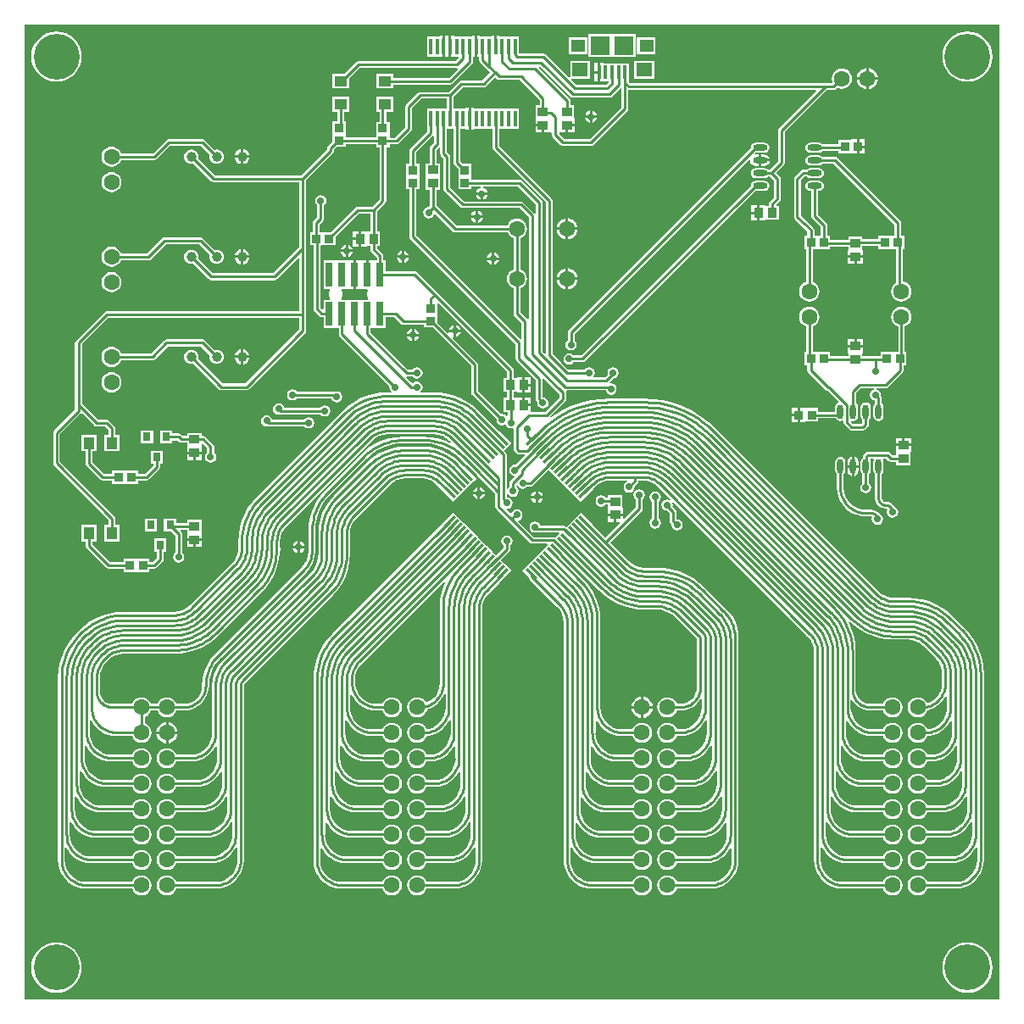
<source format=gtl>
%FSLAX23Y23*%
%MOIN*%
%SFA1B1*%

%IPPOS*%
%AMD20*
4,1,4,0.022900,0.014600,0.014600,0.022900,-0.022900,-0.014600,-0.014600,-0.022900,0.022900,0.014600,0.0*
%
%AMD21*
4,1,4,-0.014600,0.022900,-0.022900,0.014600,0.014600,-0.022900,0.022900,-0.014600,-0.014600,0.022900,0.0*
%
%ADD14C,0.010000*%
%ADD18R,0.033470X0.037400*%
%ADD19R,0.037400X0.033470*%
G04~CAMADD=20~9~0.0~0.0~118.1~531.5~0.0~0.0~0~0.0~0.0~0.0~0.0~0~0.0~0.0~0.0~0.0~0~0.0~0.0~0.0~315.0~458.0~457.0*
%ADD20D20*%
G04~CAMADD=21~9~0.0~0.0~118.1~531.5~0.0~0.0~0~0.0~0.0~0.0~0.0~0~0.0~0.0~0.0~0.0~0~0.0~0.0~0.0~45.0~458.0~457.0*
%ADD21D21*%
%ADD22R,0.039370X0.035430*%
%ADD23R,0.011810X0.064960*%
%ADD24O,0.023620X0.057090*%
%ADD25O,0.057090X0.023620*%
%ADD26R,0.029920X0.094490*%
%ADD27R,0.031500X0.035430*%
%ADD28R,0.015750X0.053150*%
%ADD29R,0.062990X0.055120*%
%ADD30R,0.057090X0.051180*%
%ADD31R,0.074800X0.074800*%
%ADD32R,0.051180X0.043310*%
%ADD33R,0.043310X0.051180*%
%ADD34R,0.035430X0.039370*%
%ADD56C,0.062990*%
%ADD57C,0.039370*%
%ADD58C,0.180000*%
%ADD59C,0.027560*%
%LNdev_board_pcb-1*%
%LPD*%
G36*
X3865Y31D02*
X31D01*
Y3865*
X3865*
Y31*
G37*
%LNdev_board_pcb-2*%
%LPC*%
G36*
X1803Y3822D02*
X1792D01*
Y3820*
X1721*
Y3822*
X1710*
Y3780*
Y3738*
X1721*
Y3740*
X1737*
X1740Y3735*
X1726Y3721*
X1344*
X1339Y3720*
X1335Y3718*
X1290Y3673*
X1242*
Y3614*
X1309*
Y3654*
X1349Y3695*
X1732*
X1732Y3695*
X1735Y3690*
X1701Y3656*
X1482*
Y3673*
X1415*
Y3614*
X1482*
Y3630*
X1706*
X1711Y3631*
X1716Y3634*
X1791Y3710*
X1794Y3714*
X1795Y3719*
Y3738*
X1803*
Y3780*
Y3822*
G37*
G36*
X1900D02*
X1889D01*
Y3780*
X1879*
Y3822*
X1868*
Y3820*
X1823*
Y3822*
X1813*
Y3780*
Y3738*
X1820*
Y3725*
X1821Y3720*
X1824Y3716*
X1849Y3690*
X1863Y3677*
X1831Y3645*
X1750*
X1745Y3644*
X1741Y3641*
X1700Y3600*
X1587*
X1582Y3599*
X1578Y3596*
X1533Y3552*
X1531Y3548*
X1530Y3543*
Y3462*
X1488Y3420*
X1471*
X1467Y3424*
Y3432*
Y3437*
Y3483*
X1454*
Y3523*
X1482*
Y3582*
X1415*
Y3523*
X1427*
Y3483*
X1414*
Y3437*
Y3434*
Y3429*
Y3422*
X1297*
X1294Y3426*
Y3434*
Y3439*
Y3485*
X1288*
Y3523*
X1309*
Y3582*
X1242*
Y3523*
X1262*
Y3485*
X1241*
Y3439*
Y3436*
Y3431*
Y3403*
X1226Y3389*
X1223Y3384*
X1222Y3379*
Y3375*
X1120Y3273*
X779*
X714Y3338*
X714Y3339*
X715Y3346*
X714Y3353*
X711Y3360*
X707Y3366*
X701Y3370*
X694Y3373*
X687Y3374*
X680Y3373*
X673Y3370*
X667Y3366*
X663Y3360*
X660Y3353*
X659Y3346*
X660Y3339*
X663Y3332*
X667Y3326*
X673Y3322*
X680Y3319*
X687Y3318*
X694Y3319*
X695Y3319*
X764Y3250*
X768Y3247*
X774Y3246*
X1112*
Y2989*
X1010Y2887*
X771*
X714Y2944*
X714Y2945*
X715Y2952*
X714Y2959*
X711Y2966*
X707Y2972*
X701Y2976*
X694Y2979*
X687Y2980*
X680Y2979*
X673Y2976*
X667Y2972*
X663Y2966*
X660Y2959*
X659Y2952*
X660Y2945*
X663Y2938*
X667Y2933*
X673Y2928*
X680Y2925*
X687Y2924*
X694Y2925*
X695Y2926*
X756Y2864*
X761Y2861*
X766Y2860*
X1015*
X1020Y2861*
X1025Y2864*
X1108Y2947*
X1112Y2945*
Y2737*
X354*
X349Y2736*
X344Y2733*
X234Y2623*
X231Y2619*
X230Y2614*
Y2370*
Y2351*
X148Y2269*
X145Y2264*
X144Y2259*
Y2141*
X145Y2136*
X148Y2132*
X362Y1917*
Y1899*
X346*
Y1832*
X405*
Y1899*
X389*
Y1923*
X388Y1928*
X385Y1932*
X170Y2147*
Y2254*
X253Y2336*
X258Y2337*
X305Y2289*
X309Y2286*
X314Y2285*
X348*
X362Y2272*
Y2253*
X346*
Y2187*
X405*
Y2253*
X389*
Y2277*
X388Y2282*
X385Y2286*
X363Y2308*
X359Y2311*
X354Y2312*
X320*
X257Y2375*
Y2608*
X359Y2711*
X1112*
Y2666*
X900Y2454*
X811*
X714Y2551*
X714Y2551*
X715Y2559*
X714Y2566*
X711Y2573*
X707Y2578*
X701Y2583*
X694Y2586*
X687Y2586*
X680Y2586*
X673Y2583*
X667Y2578*
X663Y2573*
X660Y2566*
X659Y2559*
X660Y2551*
X663Y2545*
X667Y2539*
X673Y2534*
X680Y2532*
X687Y2531*
X694Y2532*
X695Y2532*
X796Y2431*
X800Y2428*
X805Y2427*
X905*
X910Y2428*
X914Y2431*
X1135Y2652*
X1138Y2656*
X1139Y2661*
Y2724*
Y2984*
Y3254*
X1245Y3360*
X1248Y3365*
X1249Y3370*
Y3374*
X1259Y3384*
X1294*
Y3396*
X1414*
Y3382*
X1427*
Y3178*
X1399Y3150*
X1341*
X1336Y3149*
X1332Y3146*
X1236Y3050*
X1208*
X1205*
X1200*
X1192*
Y3079*
X1206Y3092*
X1209Y3097*
X1210Y3102*
Y3155*
X1212Y3157*
X1217Y3164*
X1219Y3173*
X1217Y3181*
X1212Y3188*
X1205Y3193*
X1196Y3195*
X1188Y3193*
X1181Y3188*
X1176Y3181*
X1174Y3173*
X1176Y3164*
X1181Y3157*
X1183Y3155*
Y3107*
X1169Y3094*
X1166Y3089*
X1165Y3084*
Y3050*
X1154*
Y2997*
X1167*
Y2747*
X1168Y2742*
X1171Y2738*
X1191Y2718*
X1195Y2716*
X1200Y2715*
X1207*
Y2673*
X1253*
X1257*
X1267*
Y2648*
X1268Y2643*
X1271Y2639*
X1466Y2443*
X1465Y2440*
X1467Y2432*
X1472Y2425*
X1474Y2423*
X1473Y2418*
X1458*
Y2418*
X1430Y2417*
X1402Y2412*
X1375Y2404*
X1349Y2394*
X1325Y2380*
X1302Y2364*
X1281Y2345*
X1281Y2345*
X946Y2010*
X946Y2010*
X927Y1989*
X910Y1966*
X897Y1941*
X886Y1915*
X878Y1888*
X874Y1860*
X872Y1832*
X872*
Y1809*
X872Y1808*
X871Y1792*
X866Y1775*
X858Y1760*
X847Y1748*
X847Y1747*
X681Y1581*
X681Y1581*
X668Y1571*
X653Y1563*
X636Y1558*
X620Y1556*
X620Y1556*
X420*
Y1556*
X393Y1555*
X366Y1550*
X339Y1542*
X314Y1532*
X290Y1519*
X267Y1503*
X247Y1484*
X247Y1484*
X237Y1474*
X237Y1474*
X218Y1453*
X202Y1430*
X188Y1406*
X177Y1380*
X170Y1353*
X165Y1325*
X163Y1297*
X163*
Y581*
X163*
X165Y563*
X169Y546*
X176Y529*
X185Y514*
X197Y500*
X210Y489*
X225Y480*
X242Y473*
X259Y469*
X277Y467*
Y467*
X454*
X457Y461*
X463Y452*
X472Y446*
X481Y442*
X492Y441*
X502Y442*
X512Y446*
X520Y452*
X526Y461*
X530Y470*
X531Y481*
X530Y491*
X526Y501*
X520Y509*
X512Y515*
X502Y519*
X492Y520*
X481Y519*
X472Y515*
X463Y509*
X457Y501*
X454Y494*
X277*
X276Y494*
X260Y495*
X243Y500*
X228Y508*
X215Y519*
X204Y532*
X196Y547*
X191Y564*
X190Y580*
X190Y581*
Y629*
X195Y630*
X195Y629*
X205Y614*
X216Y600*
X230Y589*
X245Y580*
X261Y573*
X279Y569*
X296Y567*
Y567*
X454*
X457Y561*
X463Y552*
X472Y546*
X481Y542*
X492Y541*
X502Y542*
X512Y546*
X520Y552*
X526Y561*
X530Y570*
X531Y581*
X530Y591*
X526Y601*
X520Y609*
X512Y615*
X502Y619*
X492Y620*
X481Y619*
X472Y615*
X463Y609*
X457Y601*
X454Y594*
X296*
X296Y594*
X279Y595*
X263Y600*
X248Y608*
X235Y619*
X224Y632*
X216Y647*
X211Y664*
X209Y680*
X210Y681*
Y729*
X215Y730*
X215Y729*
X224Y714*
X236Y700*
X249Y689*
X265Y680*
X281Y673*
X298Y669*
X316Y667*
Y667*
X454*
X457Y661*
X463Y652*
X472Y646*
X481Y642*
X492Y641*
X502Y642*
X512Y646*
X520Y652*
X526Y661*
X530Y670*
X531Y681*
X530Y691*
X526Y701*
X520Y709*
X512Y715*
X502Y719*
X492Y720*
X481Y719*
X472Y715*
X463Y709*
X457Y701*
X454Y694*
X316*
X315Y694*
X299Y695*
X283Y700*
X268Y708*
X255Y719*
X244Y732*
X236Y747*
X231Y764*
X229Y780*
X229Y781*
Y829*
X234Y830*
X235Y829*
X244Y814*
X256Y800*
X269Y789*
X284Y780*
X301Y773*
X318Y769*
X336Y767*
Y767*
X454*
X457Y761*
X463Y752*
X472Y746*
X481Y742*
X492Y741*
X502Y742*
X512Y746*
X520Y752*
X526Y761*
X530Y770*
X531Y781*
X530Y791*
X526Y801*
X520Y809*
X512Y815*
X502Y819*
X492Y820*
X481Y819*
X472Y815*
X463Y809*
X457Y801*
X454Y794*
X336*
X335Y794*
X319Y795*
X302Y800*
X287Y808*
X274Y819*
X263Y832*
X255Y847*
X250Y864*
X249Y880*
X249Y881*
Y929*
X254Y930*
X254Y929*
X264Y914*
X275Y900*
X289Y889*
X304Y880*
X320Y873*
X338Y869*
X355Y867*
Y867*
X454*
X457Y861*
X463Y852*
X472Y846*
X481Y842*
X492Y841*
X502Y842*
X512Y846*
X520Y852*
X526Y861*
X530Y870*
X531Y881*
X530Y891*
X526Y901*
X520Y909*
X512Y915*
X502Y919*
X492Y920*
X481Y919*
X472Y915*
X463Y909*
X457Y901*
X454Y894*
X355*
X355Y894*
X338Y895*
X322Y900*
X307Y908*
X294Y919*
X283Y932*
X275Y947*
X270Y964*
X269Y980*
X269Y981*
Y1029*
X274Y1030*
X274Y1029*
X283Y1014*
X295Y1000*
X308Y989*
X324Y980*
X340Y973*
X357Y969*
X375Y967*
Y967*
X454*
X457Y961*
X463Y952*
X472Y946*
X481Y942*
X492Y941*
X502Y942*
X512Y946*
X520Y952*
X526Y961*
X530Y970*
X531Y981*
X530Y991*
X526Y1001*
X520Y1009*
X512Y1015*
X502Y1019*
X492Y1020*
X481Y1019*
X472Y1015*
X463Y1009*
X457Y1001*
X454Y994*
X375*
X375Y994*
X358Y995*
X342Y1000*
X327Y1008*
X314Y1019*
X303Y1032*
X295Y1047*
X290Y1064*
X288Y1080*
X288Y1081*
Y1129*
X293Y1130*
X294Y1129*
X303Y1114*
X315Y1100*
X328Y1089*
X343Y1080*
X360Y1073*
X377Y1069*
X395Y1067*
Y1067*
X454*
X457Y1061*
X463Y1052*
X472Y1046*
X481Y1042*
X492Y1041*
X502Y1042*
X512Y1046*
X520Y1052*
X526Y1061*
X530Y1070*
X531Y1081*
X530Y1091*
X526Y1101*
X520Y1109*
X512Y1115*
X505Y1118*
Y1143*
X512Y1146*
X520Y1152*
X526Y1161*
X529Y1167*
X554*
X557Y1161*
X563Y1152*
X572Y1146*
X581Y1142*
X592Y1141*
X602Y1142*
X612Y1146*
X620Y1152*
X626Y1161*
X629Y1167*
X657*
Y1167*
X677Y1169*
X695Y1175*
X713Y1184*
X728Y1196*
X740Y1212*
X749Y1229*
X755Y1248*
X757Y1267*
X757Y1272*
X758Y1290*
X764Y1313*
X773Y1335*
X785Y1355*
X797Y1368*
X800Y1372*
X804Y1376*
X1141Y1713*
X1141Y1713*
X1153Y1726*
X1162Y1741*
X1169Y1758*
X1173Y1775*
X1174Y1793*
X1174*
Y1872*
X1174Y1872*
X1176Y1899*
X1181Y1925*
X1190Y1950*
X1201Y1974*
X1216Y1997*
X1234Y2016*
X1234Y2017*
X1376Y2159*
X1377Y2159*
X1396Y2176*
X1418Y2191*
X1442Y2203*
X1468Y2212*
X1494Y2217*
X1520Y2219*
X1521Y2219*
X1600*
X1601Y2219*
X1627Y2217*
X1653Y2212*
X1678Y2203*
X1702Y2191*
X1725Y2176*
X1744Y2159*
X1745Y2159*
X1766Y2138*
X1765Y2137*
X1791Y2111*
X1816Y2085*
X1817Y2086*
X1883Y2021*
Y1969*
X1884Y1964*
X1887Y1960*
X1932Y1915*
X2019Y1827*
X2023Y1825*
X2028Y1824*
X2085*
X2087Y1819*
X2084Y1816*
X2086Y1814*
X2073Y1802*
X2045Y1774*
X2017Y1746*
X1990Y1718*
X2011Y1696*
X2011Y1696*
X2014Y1688*
X2019Y1682*
X2019*
X2126Y1575*
X2127Y1575*
X2137Y1562*
X2145Y1547*
X2150Y1531*
X2152Y1514*
X2152Y1514*
Y581*
X2152*
X2153Y563*
X2157Y546*
X2164Y529*
X2173Y514*
X2185Y500*
X2198Y489*
X2213Y480*
X2230Y473*
X2247Y469*
X2265Y467*
Y467*
X2423*
X2426Y461*
X2432Y452*
X2440Y446*
X2450Y442*
X2460Y441*
X2470Y442*
X2480Y446*
X2488Y452*
X2495Y461*
X2499Y470*
X2500Y481*
X2499Y491*
X2495Y501*
X2488Y509*
X2480Y515*
X2470Y519*
X2460Y520*
X2450Y519*
X2440Y515*
X2432Y509*
X2426Y501*
X2423Y494*
X2265*
X2264Y494*
X2248Y495*
X2232Y500*
X2217Y508*
X2203Y519*
X2193Y532*
X2185Y547*
X2180Y564*
X2178Y580*
X2178Y581*
Y629*
X2183Y630*
X2184Y629*
X2193Y614*
X2204Y600*
X2218Y589*
X2233Y580*
X2250Y573*
X2267Y569*
X2285Y567*
Y567*
X2423*
X2426Y561*
X2432Y552*
X2440Y546*
X2450Y542*
X2460Y541*
X2470Y542*
X2480Y546*
X2488Y552*
X2495Y561*
X2499Y570*
X2500Y581*
X2499Y591*
X2495Y601*
X2488Y609*
X2480Y615*
X2470Y619*
X2460Y620*
X2450Y619*
X2440Y615*
X2432Y609*
X2426Y601*
X2423Y594*
X2285*
X2284Y594*
X2268Y595*
X2251Y600*
X2236Y608*
X2223Y619*
X2212Y632*
X2204Y647*
X2199Y664*
X2198Y680*
X2198Y681*
Y729*
X2203Y730*
X2203Y729*
X2213Y714*
X2224Y700*
X2238Y689*
X2253Y680*
X2269Y673*
X2286Y669*
X2304Y667*
Y667*
X2423*
X2426Y661*
X2432Y652*
X2440Y646*
X2450Y642*
X2460Y641*
X2470Y642*
X2480Y646*
X2488Y652*
X2495Y661*
X2499Y670*
X2500Y681*
X2499Y691*
X2495Y701*
X2488Y709*
X2480Y715*
X2470Y719*
X2460Y720*
X2450Y719*
X2440Y715*
X2432Y709*
X2426Y701*
X2423Y694*
X2304*
X2304Y694*
X2287Y695*
X2271Y700*
X2256Y708*
X2243Y719*
X2232Y732*
X2224Y747*
X2219Y764*
X2217Y780*
X2217Y781*
Y829*
X2222Y830*
X2223Y829*
X2232Y814*
X2244Y800*
X2257Y789*
X2272Y780*
X2289Y773*
X2306Y769*
X2324Y767*
Y767*
X2423*
X2426Y761*
X2432Y752*
X2440Y746*
X2450Y742*
X2460Y741*
X2470Y742*
X2480Y746*
X2488Y752*
X2495Y761*
X2499Y770*
X2500Y781*
X2499Y791*
X2495Y801*
X2488Y809*
X2480Y815*
X2470Y819*
X2460Y820*
X2450Y819*
X2440Y815*
X2432Y809*
X2426Y801*
X2423Y794*
X2324*
X2323Y794*
X2307Y795*
X2291Y800*
X2276Y808*
X2262Y819*
X2252Y832*
X2244Y847*
X2239Y864*
X2237Y880*
X2237Y881*
Y929*
X2242Y930*
X2243Y929*
X2252Y914*
X2263Y900*
X2277Y889*
X2292Y880*
X2309Y873*
X2326Y869*
X2344Y867*
Y867*
X2423*
X2426Y861*
X2432Y852*
X2440Y846*
X2450Y842*
X2460Y841*
X2470Y842*
X2480Y846*
X2488Y852*
X2495Y861*
X2499Y870*
X2500Y881*
X2499Y891*
X2495Y901*
X2488Y909*
X2480Y915*
X2470Y919*
X2460Y920*
X2450Y919*
X2440Y915*
X2432Y909*
X2426Y901*
X2423Y894*
X2344*
X2343Y894*
X2327Y895*
X2310Y900*
X2295Y908*
X2282Y919*
X2271Y932*
X2263Y947*
X2258Y964*
X2257Y980*
X2257Y981*
Y1029*
X2262Y1030*
X2262Y1029*
X2272Y1014*
X2283Y1000*
X2297Y989*
X2312Y980*
X2328Y973*
X2346Y969*
X2363Y967*
Y967*
X2423*
X2426Y961*
X2432Y952*
X2440Y946*
X2450Y942*
X2460Y941*
X2470Y942*
X2480Y946*
X2488Y952*
X2495Y961*
X2499Y970*
X2500Y981*
X2499Y991*
X2495Y1001*
X2488Y1009*
X2480Y1015*
X2470Y1019*
X2460Y1020*
X2450Y1019*
X2440Y1015*
X2432Y1009*
X2426Y1001*
X2423Y994*
X2363*
X2363Y994*
X2346Y995*
X2330Y1000*
X2315Y1008*
X2302Y1019*
X2291Y1032*
X2283Y1047*
X2278Y1064*
X2276Y1080*
X2277Y1081*
Y1129*
X2281Y1130*
X2282Y1129*
X2291Y1114*
X2303Y1100*
X2316Y1089*
X2332Y1080*
X2348Y1073*
X2365Y1069*
X2383Y1067*
Y1067*
X2423*
X2426Y1061*
X2432Y1052*
X2440Y1046*
X2450Y1042*
X2460Y1041*
X2470Y1042*
X2480Y1046*
X2488Y1052*
X2495Y1061*
X2499Y1070*
X2500Y1081*
X2499Y1091*
X2495Y1101*
X2488Y1109*
X2480Y1115*
X2470Y1119*
X2460Y1120*
X2450Y1119*
X2440Y1115*
X2432Y1109*
X2426Y1101*
X2423Y1094*
X2383*
X2382Y1094*
X2366Y1095*
X2350Y1100*
X2335Y1108*
X2322Y1119*
X2311Y1132*
X2303Y1147*
X2298Y1164*
X2296Y1180*
X2296Y1181*
Y1521*
X2296*
X2294Y1551*
X2289Y1581*
X2279Y1610*
X2265Y1637*
X2249Y1662*
X2229Y1685*
X2228Y1685*
X2142Y1771*
X2143Y1772*
X2118Y1797*
X2125Y1805*
X2151Y1779*
X2152Y1780*
X2293Y1639*
X2293Y1638*
X2314Y1620*
X2337Y1603*
X2361Y1590*
X2387Y1579*
X2414Y1571*
X2442Y1566*
X2470Y1565*
Y1565*
X2517*
X2517Y1565*
X2534Y1564*
X2550Y1560*
X2565Y1553*
X2580Y1545*
X2592Y1534*
X2592Y1534*
X2673Y1453*
X2673Y1453*
X2675Y1451*
X2675Y1448*
X2675*
Y1259*
X2675Y1259*
X2674Y1247*
X2670Y1234*
X2664Y1223*
X2656Y1213*
X2646Y1205*
X2635Y1199*
X2623Y1195*
X2610Y1194*
X2610Y1194*
X2597*
X2595Y1201*
X2588Y1209*
X2580Y1215*
X2570Y1219*
X2560Y1220*
X2550Y1219*
X2540Y1215*
X2532Y1209*
X2526Y1201*
X2522Y1191*
X2520Y1181*
X2522Y1170*
X2526Y1161*
X2532Y1152*
X2540Y1146*
X2550Y1142*
X2560Y1141*
X2570Y1142*
X2580Y1146*
X2588Y1152*
X2595Y1161*
X2597Y1167*
X2610*
Y1167*
X2628Y1169*
X2645Y1174*
X2661Y1183*
X2675Y1194*
X2686Y1208*
X2690Y1215*
X2695Y1213*
Y1181*
X2695Y1180*
X2693Y1164*
X2688Y1147*
X2680Y1132*
X2670Y1119*
X2656Y1108*
X2641Y1100*
X2625Y1095*
X2609Y1094*
X2608Y1094*
X2597*
X2595Y1101*
X2588Y1109*
X2580Y1115*
X2570Y1119*
X2560Y1120*
X2550Y1119*
X2540Y1115*
X2532Y1109*
X2526Y1101*
X2522Y1091*
X2520Y1081*
X2522Y1070*
X2526Y1061*
X2532Y1052*
X2540Y1046*
X2550Y1042*
X2560Y1041*
X2570Y1042*
X2580Y1046*
X2588Y1052*
X2595Y1061*
X2597Y1067*
X2608*
Y1067*
X2626Y1069*
X2643Y1073*
X2660Y1080*
X2675Y1089*
X2688Y1100*
X2700Y1114*
X2709Y1129*
X2710Y1130*
X2715Y1129*
Y1081*
X2715Y1080*
X2713Y1064*
X2708Y1047*
X2700Y1032*
X2689Y1019*
X2676Y1008*
X2661Y1000*
X2645Y995*
X2628Y994*
X2628Y994*
X2597*
X2595Y1001*
X2588Y1009*
X2580Y1015*
X2570Y1019*
X2560Y1020*
X2550Y1019*
X2540Y1015*
X2532Y1009*
X2526Y1001*
X2522Y991*
X2520Y981*
X2522Y970*
X2526Y961*
X2532Y952*
X2540Y946*
X2550Y942*
X2560Y941*
X2570Y942*
X2580Y946*
X2588Y952*
X2595Y961*
X2597Y967*
X2628*
Y967*
X2646Y969*
X2663Y973*
X2679Y980*
X2694Y989*
X2708Y1000*
X2720Y1014*
X2729Y1029*
X2729Y1030*
X2734Y1029*
Y981*
X2734Y980*
X2733Y964*
X2728Y947*
X2720Y932*
X2709Y919*
X2696Y908*
X2681Y900*
X2664Y895*
X2648Y894*
X2648Y894*
X2597*
X2595Y901*
X2588Y909*
X2580Y915*
X2570Y919*
X2560Y920*
X2550Y919*
X2540Y915*
X2532Y909*
X2526Y901*
X2522Y891*
X2520Y881*
X2522Y870*
X2526Y861*
X2532Y852*
X2540Y846*
X2550Y842*
X2560Y841*
X2570Y842*
X2580Y846*
X2588Y852*
X2595Y861*
X2597Y867*
X2648*
Y867*
X2665Y869*
X2683Y873*
X2699Y880*
X2714Y889*
X2728Y900*
X2739Y914*
X2749Y929*
X2749Y930*
X2754Y929*
Y881*
X2754Y880*
X2752Y864*
X2748Y847*
X2739Y832*
X2729Y819*
X2716Y808*
X2700Y800*
X2684Y795*
X2668Y794*
X2667Y794*
X2597*
X2595Y801*
X2588Y809*
X2580Y815*
X2570Y819*
X2560Y820*
X2550Y819*
X2540Y815*
X2532Y809*
X2526Y801*
X2522Y791*
X2520Y781*
X2522Y770*
X2526Y761*
X2532Y752*
X2540Y746*
X2550Y742*
X2560Y741*
X2570Y742*
X2580Y746*
X2588Y752*
X2595Y761*
X2597Y767*
X2667*
Y767*
X2685Y769*
X2702Y773*
X2719Y780*
X2734Y789*
X2747Y800*
X2759Y814*
X2768Y829*
X2769Y830*
X2774Y829*
Y781*
X2774Y780*
X2772Y764*
X2767Y747*
X2759Y732*
X2748Y719*
X2735Y708*
X2720Y700*
X2704Y695*
X2687Y694*
X2687Y694*
X2597*
X2595Y701*
X2588Y709*
X2580Y715*
X2570Y719*
X2560Y720*
X2550Y719*
X2540Y715*
X2532Y709*
X2526Y701*
X2522Y691*
X2520Y681*
X2522Y670*
X2526Y661*
X2532Y652*
X2540Y646*
X2550Y642*
X2560Y641*
X2570Y642*
X2580Y646*
X2588Y652*
X2595Y661*
X2597Y667*
X2687*
Y667*
X2705Y669*
X2722Y673*
X2738Y680*
X2754Y689*
X2767Y700*
X2779Y714*
X2788Y729*
X2788Y730*
X2793Y729*
Y681*
X2793Y680*
X2792Y664*
X2787Y647*
X2779Y632*
X2768Y619*
X2755Y608*
X2740Y600*
X2724Y595*
X2707Y594*
X2707Y594*
X2597*
X2595Y601*
X2588Y609*
X2580Y615*
X2570Y619*
X2560Y620*
X2550Y619*
X2540Y615*
X2532Y609*
X2526Y601*
X2522Y591*
X2520Y581*
X2522Y570*
X2526Y561*
X2532Y552*
X2540Y546*
X2550Y542*
X2560Y541*
X2570Y542*
X2580Y546*
X2588Y552*
X2595Y561*
X2597Y567*
X2707*
Y567*
X2724Y569*
X2742Y573*
X2758Y580*
X2773Y589*
X2787Y600*
X2798Y614*
X2808Y629*
X2808Y630*
X2813Y629*
Y581*
X2813Y580*
X2812Y564*
X2807Y547*
X2799Y532*
X2788Y519*
X2775Y508*
X2760Y500*
X2743Y495*
X2727Y494*
X2726Y494*
X2597*
X2595Y501*
X2588Y509*
X2580Y515*
X2570Y519*
X2560Y520*
X2550Y519*
X2540Y515*
X2532Y509*
X2526Y501*
X2522Y491*
X2520Y481*
X2522Y470*
X2526Y461*
X2532Y452*
X2540Y446*
X2550Y442*
X2560Y441*
X2570Y442*
X2580Y446*
X2588Y452*
X2595Y461*
X2597Y467*
X2726*
Y467*
X2744Y469*
X2761Y473*
X2778Y480*
X2793Y489*
X2806Y500*
X2818Y514*
X2827Y529*
X2834Y546*
X2838Y563*
X2840Y581*
X2840*
Y1448*
X2840*
X2838Y1471*
X2834Y1493*
X2827Y1514*
X2817Y1534*
X2804Y1552*
X2790Y1569*
X2790Y1569*
X2712Y1646*
X2709Y1650*
X2686Y1670*
X2661Y1688*
X2635Y1703*
X2607Y1714*
X2577Y1723*
X2547Y1728*
X2517Y1729*
Y1729*
X2470*
X2470Y1729*
X2453Y1731*
X2437Y1736*
X2422Y1744*
X2409Y1754*
X2409Y1755*
X2335Y1829*
X2458Y1952*
X2461Y1956*
X2462Y1961*
Y1998*
X2464Y2000*
X2469Y2007*
X2471Y2015*
X2469Y2024*
X2464Y2031*
X2457Y2036*
X2448Y2037*
X2440Y2036*
X2433Y2031*
X2428Y2024*
X2426Y2015*
X2428Y2007*
X2433Y2000*
X2435Y1998*
Y1967*
X2388Y1920*
X2384Y1922*
Y1932*
X2359*
Y1909*
X2371*
X2373Y1904*
X2316Y1848*
X2266Y1897*
X2267Y1898*
X2218Y1946*
X2184Y1913*
X2161Y1890*
X2160Y1891*
X2156Y1894*
X2151Y1895*
X2060*
X2059Y1898*
X2055Y1905*
X2047Y1910*
X2039Y1911*
X2030Y1910*
X2023Y1905*
X2018Y1898*
X2017Y1889*
X2018Y1881*
X2023Y1874*
X2030Y1869*
X2039Y1867*
X2045Y1868*
X2045Y1868*
X2133*
X2135Y1864*
X2129Y1857*
X2119Y1848*
X2117Y1849*
X2112Y1850*
X2034*
X1973Y1911*
X1975Y1916*
X1977Y1916*
X1984Y1921*
X1989Y1928*
X1990Y1937*
X1989Y1945*
X1984Y1952*
X1977Y1957*
X1968Y1959*
X1960Y1957*
X1952Y1952*
X1947Y1945*
X1947Y1944*
X1942Y1942*
X1927Y1957*
X1929Y1962*
X1937Y1963*
X1944Y1968*
X1949Y1975*
X1951Y1984*
X1949Y1992*
X1944Y1999*
X1937Y2004*
X1929Y2006*
X1927Y2007*
Y2021*
X1929Y2022*
X1932Y2022*
X1937Y2015*
X1944Y2010*
X1952Y2009*
X1961Y2010*
X1968Y2015*
X1973Y2023*
X1974Y2031*
X1973Y2039*
X1968Y2047*
X1966Y2048*
X1966Y2053*
X1966Y2053*
X1967Y2053*
X1973Y2051*
X1976Y2047*
X1983Y2042*
X1992Y2040*
X2000Y2042*
X2007Y2047*
X2009Y2049*
X2021*
X2026Y2050*
X2030Y2053*
X2092Y2115*
X2115Y2093*
X2148Y2059*
X2184Y2023*
X2218Y1990*
X2267Y2038*
X2266Y2039*
X2275Y2047*
X2275Y2048*
X2288Y2058*
X2303Y2066*
X2319Y2071*
X2336Y2073*
X2336Y2073*
X2403*
X2403Y2068*
X2400Y2067*
X2393Y2062*
X2388Y2055*
X2387Y2047*
X2388Y2038*
X2393Y2031*
X2400Y2026*
X2409Y2025*
X2417Y2026*
X2425Y2031*
X2429Y2038*
X2431Y2047*
X2431Y2050*
X2442Y2061*
X2445Y2065*
X2446Y2070*
Y2073*
X2462*
X2463Y2073*
X2479Y2071*
X2495Y2066*
X2510Y2058*
X2523Y2048*
X2523Y2047*
X2571Y2000*
X2568Y1996*
X2567Y1996*
X2559Y1998*
X2550Y1996*
X2543Y1992*
X2538Y1984*
X2536Y1976*
X2538Y1967*
X2543Y1960*
X2550Y1955*
X2557Y1954*
X2569Y1942*
Y1913*
X2570Y1908*
X2573Y1904*
X2576Y1900*
X2576Y1897*
X2577Y1889*
X2582Y1881*
X2589Y1877*
X2598Y1875*
X2606Y1877*
X2614Y1881*
X2618Y1889*
X2620Y1897*
X2618Y1906*
X2614Y1913*
X2606Y1918*
X2598Y1919*
X2595Y1921*
Y1947*
X2594Y1953*
X2592Y1957*
X2579Y1969*
X2581Y1976*
X2579Y1984*
X2578Y1985*
X2582Y1988*
X3110Y1460*
X3111Y1460*
X3121Y1447*
X3129Y1432*
X3134Y1416*
X3136Y1400*
X3136Y1399*
Y581*
X3136*
X3137Y563*
X3141Y546*
X3148Y529*
X3157Y514*
X3169Y500*
X3182Y489*
X3198Y480*
X3214Y473*
X3231Y469*
X3249Y467*
Y467*
X3407*
X3410Y461*
X3416Y452*
X3424Y446*
X3434Y442*
X3444Y441*
X3455Y442*
X3464Y446*
X3473Y452*
X3479Y461*
X3483Y470*
X3484Y481*
X3483Y491*
X3479Y501*
X3473Y509*
X3464Y515*
X3455Y519*
X3444Y520*
X3434Y519*
X3424Y515*
X3416Y509*
X3410Y501*
X3407Y494*
X3249*
X3249Y494*
X3232Y495*
X3216Y500*
X3201Y508*
X3188Y519*
X3177Y532*
X3169Y547*
X3164Y564*
X3162Y580*
X3162Y581*
Y629*
X3167Y630*
X3168Y629*
X3177Y614*
X3189Y600*
X3202Y589*
X3217Y580*
X3234Y573*
X3251Y569*
X3269Y567*
Y567*
X3407*
X3410Y561*
X3416Y552*
X3424Y546*
X3434Y542*
X3444Y541*
X3455Y542*
X3464Y546*
X3473Y552*
X3479Y561*
X3483Y570*
X3484Y581*
X3483Y591*
X3479Y601*
X3473Y609*
X3464Y615*
X3455Y619*
X3444Y620*
X3434Y619*
X3424Y615*
X3416Y609*
X3410Y601*
X3407Y594*
X3269*
X3268Y594*
X3252Y595*
X3236Y600*
X3221Y608*
X3207Y619*
X3197Y632*
X3188Y647*
X3184Y664*
X3182Y680*
X3182Y681*
Y729*
X3187Y730*
X3187Y729*
X3197Y714*
X3208Y700*
X3222Y689*
X3237Y680*
X3253Y673*
X3271Y669*
X3288Y667*
Y667*
X3407*
X3410Y661*
X3416Y652*
X3424Y646*
X3434Y642*
X3444Y641*
X3455Y642*
X3464Y646*
X3473Y652*
X3479Y661*
X3483Y670*
X3484Y681*
X3483Y691*
X3479Y701*
X3473Y709*
X3464Y715*
X3455Y719*
X3444Y720*
X3434Y719*
X3424Y715*
X3416Y709*
X3410Y701*
X3407Y694*
X3288*
X3288Y694*
X3272Y695*
X3255Y700*
X3240Y708*
X3227Y719*
X3216Y732*
X3208Y747*
X3203Y764*
X3202Y780*
X3202Y781*
Y829*
X3207Y830*
X3207Y829*
X3216Y814*
X3228Y800*
X3242Y789*
X3257Y780*
X3273Y773*
X3290Y769*
X3308Y767*
Y767*
X3407*
X3410Y761*
X3416Y752*
X3424Y746*
X3434Y742*
X3444Y741*
X3455Y742*
X3464Y746*
X3473Y752*
X3479Y761*
X3483Y770*
X3484Y781*
X3483Y791*
X3479Y801*
X3473Y809*
X3464Y815*
X3455Y819*
X3444Y820*
X3434Y819*
X3424Y815*
X3416Y809*
X3410Y801*
X3407Y794*
X3308*
X3308Y794*
X3291Y795*
X3275Y800*
X3260Y808*
X3247Y819*
X3236Y832*
X3228Y847*
X3223Y864*
X3221Y880*
X3221Y881*
Y929*
X3226Y930*
X3227Y929*
X3236Y914*
X3248Y900*
X3261Y889*
X3276Y880*
X3293Y873*
X3310Y869*
X3328Y867*
Y867*
X3407*
X3410Y861*
X3416Y852*
X3424Y846*
X3434Y842*
X3444Y841*
X3455Y842*
X3464Y846*
X3473Y852*
X3479Y861*
X3483Y870*
X3484Y881*
X3483Y891*
X3479Y901*
X3473Y909*
X3464Y915*
X3455Y919*
X3444Y920*
X3434Y919*
X3424Y915*
X3416Y909*
X3410Y901*
X3407Y894*
X3328*
X3327Y894*
X3311Y895*
X3295Y900*
X3280Y908*
X3266Y919*
X3256Y932*
X3248Y947*
X3243Y964*
X3241Y980*
X3241Y981*
Y1029*
X3246Y1030*
X3247Y1029*
X3256Y1014*
X3267Y1000*
X3281Y989*
X3296Y980*
X3313Y973*
X3330Y969*
X3348Y967*
Y967*
X3407*
X3410Y961*
X3416Y952*
X3424Y946*
X3434Y942*
X3444Y941*
X3455Y942*
X3464Y946*
X3473Y952*
X3479Y961*
X3483Y970*
X3484Y981*
X3483Y991*
X3479Y1001*
X3473Y1009*
X3464Y1015*
X3455Y1019*
X3444Y1020*
X3434Y1019*
X3424Y1015*
X3416Y1009*
X3410Y1001*
X3407Y994*
X3348*
X3347Y994*
X3331Y995*
X3314Y1000*
X3299Y1008*
X3286Y1019*
X3275Y1032*
X3267Y1047*
X3262Y1064*
X3261Y1080*
X3261Y1081*
Y1129*
X3266Y1130*
X3266Y1129*
X3276Y1114*
X3287Y1100*
X3301Y1089*
X3316Y1080*
X3332Y1073*
X3349Y1069*
X3367Y1067*
Y1067*
X3407*
X3410Y1061*
X3416Y1052*
X3424Y1046*
X3434Y1042*
X3444Y1041*
X3455Y1042*
X3464Y1046*
X3473Y1052*
X3479Y1061*
X3483Y1070*
X3484Y1081*
X3483Y1091*
X3479Y1101*
X3473Y1109*
X3464Y1115*
X3455Y1119*
X3444Y1120*
X3434Y1119*
X3424Y1115*
X3416Y1109*
X3410Y1101*
X3407Y1094*
X3367*
X3367Y1094*
X3350Y1095*
X3334Y1100*
X3319Y1108*
X3306Y1119*
X3295Y1132*
X3287Y1147*
X3282Y1164*
X3280Y1180*
X3280Y1181*
Y1208*
X3285Y1209*
X3288Y1205*
X3298Y1192*
X3311Y1181*
X3326Y1174*
X3341Y1169*
X3358Y1167*
Y1167*
X3407*
X3410Y1161*
X3416Y1152*
X3424Y1146*
X3434Y1142*
X3444Y1141*
X3455Y1142*
X3464Y1146*
X3473Y1152*
X3479Y1161*
X3483Y1170*
X3484Y1181*
X3483Y1191*
X3479Y1201*
X3473Y1209*
X3464Y1215*
X3455Y1219*
X3444Y1220*
X3434Y1219*
X3424Y1215*
X3416Y1209*
X3410Y1201*
X3407Y1194*
X3358*
X3357Y1194*
X3343Y1196*
X3329Y1201*
X3317Y1211*
X3308Y1223*
X3302Y1236*
X3300Y1251*
X3300Y1251*
Y1399*
X3300*
X3299Y1427*
X3294Y1455*
X3286Y1482*
X3275Y1508*
X3272Y1515*
X3276Y1518*
X3294Y1502*
X3317Y1485*
X3342Y1472*
X3368Y1461*
X3395Y1453*
X3423Y1448*
X3451Y1447*
Y1447*
X3505*
X3506Y1447*
X3522Y1445*
X3539Y1440*
X3554Y1432*
X3566Y1422*
X3567Y1421*
X3614Y1374*
X3615Y1373*
X3625Y1361*
X3633Y1346*
X3638Y1329*
X3640Y1313*
X3640Y1312*
Y1275*
X3640Y1275*
X3638Y1259*
X3634Y1244*
X3626Y1230*
X3616Y1218*
X3604Y1207*
X3590Y1200*
X3580Y1197*
X3579Y1201*
X3573Y1209*
X3564Y1215*
X3555Y1219*
X3544Y1220*
X3534Y1219*
X3524Y1215*
X3516Y1209*
X3510Y1201*
X3506Y1191*
X3505Y1181*
X3506Y1170*
X3510Y1161*
X3516Y1152*
X3524Y1146*
X3534Y1142*
X3544Y1141*
X3555Y1142*
X3564Y1146*
X3573Y1152*
X3579Y1161*
X3583Y1170*
X3583Y1170*
X3592Y1173*
X3608Y1179*
X3622Y1188*
X3635Y1199*
X3646Y1212*
X3654Y1226*
X3655Y1226*
X3659Y1224*
Y1181*
X3660Y1180*
X3658Y1164*
X3653Y1147*
X3645Y1132*
X3634Y1119*
X3621Y1108*
X3606Y1100*
X3590Y1095*
X3581Y1095*
X3579Y1101*
X3573Y1109*
X3564Y1115*
X3555Y1119*
X3544Y1120*
X3534Y1119*
X3524Y1115*
X3516Y1109*
X3510Y1101*
X3506Y1091*
X3505Y1081*
X3506Y1070*
X3510Y1061*
X3516Y1052*
X3524Y1046*
X3534Y1042*
X3544Y1041*
X3555Y1042*
X3564Y1046*
X3573Y1052*
X3579Y1061*
X3582Y1068*
X3590Y1069*
X3608Y1073*
X3624Y1080*
X3639Y1089*
X3653Y1100*
X3664Y1114*
X3674Y1129*
X3674Y1130*
X3679Y1129*
Y1081*
X3679Y1080*
X3678Y1064*
X3673Y1047*
X3665Y1032*
X3654Y1019*
X3641Y1008*
X3626Y1000*
X3609Y995*
X3593Y994*
X3592Y994*
X3582*
X3579Y1001*
X3573Y1009*
X3564Y1015*
X3555Y1019*
X3544Y1020*
X3534Y1019*
X3524Y1015*
X3516Y1009*
X3510Y1001*
X3506Y991*
X3505Y981*
X3506Y970*
X3510Y961*
X3516Y952*
X3524Y946*
X3534Y942*
X3544Y941*
X3555Y942*
X3564Y946*
X3573Y952*
X3579Y961*
X3582Y967*
X3592*
Y967*
X3610Y969*
X3627Y973*
X3644Y980*
X3659Y989*
X3673Y1000*
X3684Y1014*
X3693Y1029*
X3694Y1030*
X3699Y1029*
Y981*
X3699Y980*
X3697Y964*
X3692Y947*
X3684Y932*
X3674Y919*
X3660Y908*
X3645Y900*
X3629Y895*
X3613Y894*
X3612Y894*
X3582*
X3579Y901*
X3573Y909*
X3564Y915*
X3555Y919*
X3544Y920*
X3534Y919*
X3524Y915*
X3516Y909*
X3510Y901*
X3506Y891*
X3505Y881*
X3506Y870*
X3510Y861*
X3516Y852*
X3524Y846*
X3534Y842*
X3544Y841*
X3555Y842*
X3564Y846*
X3573Y852*
X3579Y861*
X3582Y867*
X3612*
Y867*
X3630Y869*
X3647Y873*
X3664Y880*
X3679Y889*
X3692Y900*
X3704Y914*
X3713Y929*
X3714Y930*
X3719Y929*
Y881*
X3719Y880*
X3717Y864*
X3712Y847*
X3704Y832*
X3693Y819*
X3680Y808*
X3665Y800*
X3649Y795*
X3632Y794*
X3632Y794*
X3582*
X3579Y801*
X3573Y809*
X3564Y815*
X3555Y819*
X3544Y820*
X3534Y819*
X3524Y815*
X3516Y809*
X3510Y801*
X3506Y791*
X3505Y781*
X3506Y770*
X3510Y761*
X3516Y752*
X3524Y746*
X3534Y742*
X3544Y741*
X3555Y742*
X3564Y746*
X3573Y752*
X3579Y761*
X3582Y767*
X3632*
Y767*
X3650Y769*
X3667Y773*
X3683Y780*
X3698Y789*
X3712Y800*
X3723Y814*
X3733Y829*
X3733Y830*
X3738Y829*
Y781*
X3738Y780*
X3737Y764*
X3732Y747*
X3724Y732*
X3713Y719*
X3700Y708*
X3685Y700*
X3668Y695*
X3652Y694*
X3651Y694*
X3582*
X3579Y701*
X3573Y709*
X3564Y715*
X3555Y719*
X3544Y720*
X3534Y719*
X3524Y715*
X3516Y709*
X3510Y701*
X3506Y691*
X3505Y681*
X3506Y670*
X3510Y661*
X3516Y652*
X3524Y646*
X3534Y642*
X3544Y641*
X3555Y642*
X3564Y646*
X3573Y652*
X3579Y661*
X3582Y667*
X3651*
Y667*
X3669Y669*
X3687Y673*
X3703Y680*
X3718Y689*
X3732Y700*
X3743Y714*
X3752Y729*
X3753Y730*
X3758Y729*
Y681*
X3758Y680*
X3756Y664*
X3751Y647*
X3743Y632*
X3733Y619*
X3719Y608*
X3704Y600*
X3688Y595*
X3672Y594*
X3671Y594*
X3582*
X3579Y601*
X3573Y609*
X3564Y615*
X3555Y619*
X3544Y620*
X3534Y619*
X3524Y615*
X3516Y609*
X3510Y601*
X3506Y591*
X3505Y581*
X3506Y570*
X3510Y561*
X3516Y552*
X3524Y546*
X3534Y542*
X3544Y541*
X3555Y542*
X3564Y546*
X3573Y552*
X3579Y561*
X3582Y567*
X3671*
Y567*
X3689Y569*
X3706Y573*
X3723Y580*
X3738Y589*
X3751Y600*
X3763Y614*
X3772Y629*
X3773Y630*
X3778Y629*
Y581*
X3778Y580*
X3776Y564*
X3771Y547*
X3763Y532*
X3752Y519*
X3739Y508*
X3724Y500*
X3708Y495*
X3691Y494*
X3691Y494*
X3582*
X3579Y501*
X3573Y509*
X3564Y515*
X3555Y519*
X3544Y520*
X3534Y519*
X3524Y515*
X3516Y509*
X3510Y501*
X3506Y491*
X3505Y481*
X3506Y470*
X3510Y461*
X3516Y452*
X3524Y446*
X3534Y442*
X3544Y441*
X3555Y442*
X3564Y446*
X3573Y452*
X3579Y461*
X3582Y467*
X3691*
Y467*
X3709Y469*
X3726Y473*
X3742Y480*
X3757Y489*
X3771Y500*
X3783Y514*
X3792Y529*
X3799Y546*
X3803Y563*
X3804Y581*
X3804*
Y1312*
X3804*
X3803Y1341*
X3798Y1368*
X3790Y1395*
X3779Y1421*
X3766Y1446*
X3749Y1469*
X3731Y1490*
X3731Y1490*
X3683Y1538*
X3683Y1538*
X3662Y1557*
X3639Y1573*
X3614Y1586*
X3588Y1597*
X3561Y1605*
X3533Y1610*
X3505Y1611*
Y1611*
X3451*
X3450Y1611*
X3434Y1613*
X3417Y1618*
X3402Y1626*
X3390Y1636*
X3389Y1637*
X2751Y2275*
X2751Y2275*
X2721Y2302*
X2689Y2326*
X2655Y2347*
X2618Y2364*
X2581Y2377*
X2542Y2387*
X2502Y2393*
X2462Y2395*
Y2395*
X2336*
Y2395*
X2296Y2393*
X2257Y2387*
X2218Y2377*
X2180Y2364*
X2144Y2347*
X2109Y2326*
X2103Y2322*
X2100Y2325*
X2158Y2384*
X2161Y2388*
X2162Y2393*
Y2417*
X2161Y2422*
X2161Y2422*
X2164Y2427*
X2317*
X2318Y2424*
X2322Y2417*
X2330Y2412*
X2338Y2410*
X2347Y2412*
X2354Y2417*
X2359Y2424*
X2360Y2433*
X2359Y2441*
X2354Y2448*
X2347Y2453*
X2338Y2455*
X2335Y2454*
X2333Y2459*
X2348Y2474*
X2354Y2475*
X2362Y2480*
X2366Y2487*
X2368Y2496*
X2366Y2504*
X2362Y2511*
X2354Y2516*
X2346Y2518*
X2337Y2516*
X2330Y2511*
X2325Y2504*
X2324Y2496*
X2325Y2489*
X2314Y2477*
X2271*
X2269Y2482*
X2272Y2487*
X2274Y2496*
X2272Y2504*
X2267Y2511*
X2260Y2516*
X2251Y2518*
X2243Y2516*
X2236Y2511*
X2234Y2509*
X2170*
X2143Y2536*
X2107Y2572*
Y3173*
X2106Y3178*
X2103Y3182*
X1898Y3388*
Y3454*
X1975*
Y3535*
X1798*
Y3537*
X1787*
Y3495*
Y3452*
X1798*
Y3454*
X1871*
Y3382*
X1872Y3377*
X1875Y3373*
X2081Y3167*
Y2573*
X2076Y2572*
X2068Y2580*
Y3165*
X2067Y3170*
X2064Y3174*
X1987Y3251*
X1983Y3254*
X1978Y3255*
X1790*
Y3266*
Y3268*
Y3317*
X1755*
X1744Y3329*
Y3454*
X1766*
Y3452*
X1777*
Y3495*
Y3537*
X1766*
Y3535*
X1718*
Y3582*
X1755Y3619*
X1837*
X1842Y3620*
X1846Y3623*
X1881Y3658*
X1888Y3652*
X1892Y3649*
X1897Y3648*
X1978*
X2057Y3569*
Y3548*
X2043*
Y3497*
X2041*
Y3474*
X2070*
Y3469*
X2075*
Y3441*
X2100*
X2104Y3440*
Y3433*
X2105Y3428*
X2108Y3423*
X2140Y3392*
X2144Y3389*
X2149Y3388*
X2259*
X2264Y3389*
X2269Y3392*
X2403Y3526*
X2405Y3530*
X2406Y3535*
Y3607*
X2408Y3608*
X3142*
X3144Y3604*
X2998Y3458*
X2995Y3453*
X2994Y3448*
Y3327*
X2962Y3295*
X2955*
X2955Y3296*
X2948Y3300*
X2940Y3302*
X2907*
X2899Y3300*
X2893Y3296*
X2888Y3289*
X2887Y3282*
X2888Y3274*
X2893Y3267*
X2899Y3263*
X2907Y3262*
X2940*
X2948Y3263*
X2955Y3267*
X2955Y3268*
X2962*
X2978Y3252*
Y3186*
X2962Y3169*
X2959Y3165*
X2958Y3160*
Y3153*
X2946*
Y3155*
X2923*
Y3125*
Y3096*
X2946*
Y3098*
X2997*
Y3153*
X2990*
X2988Y3158*
X3001Y3171*
X3004Y3176*
X3005Y3181*
Y3257*
X3004Y3262*
X3001Y3267*
X2986Y3282*
X3017Y3312*
X3020Y3317*
X3021Y3322*
Y3443*
X3186Y3608*
X3212*
X3217Y3609*
X3221Y3612*
X3227Y3618*
X3236Y3615*
X3246Y3613*
X3256Y3615*
X3266Y3619*
X3274Y3625*
X3280Y3633*
X3284Y3643*
X3286Y3653*
X3284Y3663*
X3280Y3673*
X3274Y3681*
X3266Y3688*
X3256Y3692*
X3246Y3693*
X3236Y3692*
X3226Y3688*
X3218Y3681*
X3211Y3673*
X3207Y3663*
X3206Y3653*
X3207Y3643*
X3209Y3639*
X3206Y3635*
X2413*
X2410Y3638*
X2409Y3643*
Y3712*
X2309*
Y3714*
X2296*
Y3678*
Y3641*
X2309*
Y3643*
X2327*
X2328Y3638*
X2317Y3627*
X2201*
X2182Y3646*
X2183Y3651*
X2255*
Y3722*
X2177*
Y3658*
X2172Y3656*
X2081Y3747*
X2077Y3750*
X2071Y3751*
X1975*
Y3820*
X1900*
Y3822*
G37*
G36*
X2513Y3816D02*
X2440D01*
Y3750*
X2513*
Y3816*
G37*
G36*
X2244D02*
X2171D01*
Y3750*
X2244*
Y3816*
G37*
G36*
X2344Y3828D02*
X2340D01*
X2339*
X2250*
Y3738*
X2339*
X2340*
X2344*
X2345*
X2435*
Y3828*
X2345*
X2344*
G37*
G36*
X1700Y3822D02*
X1685D01*
Y3780*
Y3738*
X1700*
Y3780*
Y3822*
G37*
G36*
X1675D02*
X1664D01*
Y3820*
X1615*
Y3740*
X1664*
Y3738*
X1675*
Y3780*
Y3822*
G37*
G36*
X2286Y3714D02*
X2273D01*
Y3683*
X2286*
Y3714*
G37*
G36*
X3351Y3694D02*
Y3658D01*
X3387*
X3386Y3664*
X3382Y3674*
X3376Y3683*
X3367Y3689*
X3357Y3693*
X3351Y3694*
G37*
G36*
X3341D02*
X3335Y3693D01*
X3325Y3689*
X3316Y3683*
X3310Y3674*
X3306Y3664*
X3305Y3658*
X3341*
Y3694*
G37*
G36*
X2507Y3722D02*
X2429D01*
Y3651*
X2507*
Y3722*
G37*
G36*
X3740Y3838D02*
X3720Y3836D01*
X3702Y3831*
X3685Y3822*
X3670Y3809*
X3658Y3794*
X3649Y3777*
X3643Y3759*
X3641Y3740*
X3643Y3720*
X3649Y3702*
X3658Y3685*
X3670Y3670*
X3685Y3658*
X3702Y3649*
X3720Y3643*
X3740Y3641*
X3759Y3643*
X3777Y3649*
X3794Y3658*
X3809Y3670*
X3822Y3685*
X3831Y3702*
X3836Y3720*
X3838Y3740*
X3836Y3759*
X3831Y3777*
X3822Y3794*
X3809Y3809*
X3794Y3822*
X3777Y3831*
X3759Y3836*
X3740Y3838*
G37*
G36*
X157D02*
X138Y3836D01*
X119Y3831*
X102Y3822*
X87Y3809*
X75Y3794*
X66Y3777*
X60Y3759*
X59Y3740*
X60Y3720*
X66Y3702*
X75Y3685*
X87Y3670*
X102Y3658*
X119Y3649*
X138Y3643*
X157Y3641*
X176Y3643*
X195Y3649*
X212Y3658*
X227Y3670*
X239Y3685*
X248Y3702*
X254Y3720*
X255Y3740*
X254Y3759*
X248Y3777*
X239Y3794*
X227Y3809*
X212Y3822*
X195Y3831*
X176Y3836*
X157Y3838*
G37*
G36*
X2286Y3673D02*
X2273D01*
Y3641*
X2286*
Y3673*
G37*
G36*
X3341Y3648D02*
X3305D01*
X3306Y3642*
X3310Y3632*
X3316Y3623*
X3325Y3617*
X3335Y3613*
X3341Y3612*
Y3648*
G37*
G36*
X3387D02*
X3351D01*
Y3612*
X3357Y3613*
X3367Y3617*
X3376Y3623*
X3382Y3632*
X3386Y3642*
X3387Y3648*
G37*
G36*
X2065Y3464D02*
X2041D01*
Y3441*
X2065*
Y3464*
G37*
G36*
X3304Y3414D02*
X3282D01*
Y3412*
X3233*
Y3395*
X3170*
X3169Y3396*
X3163Y3400*
X3155Y3402*
X3122*
X3114Y3400*
X3107Y3396*
X3103Y3389*
X3101Y3382*
X3103Y3374*
X3107Y3367*
X3114Y3363*
X3122Y3362*
X3155*
X3163Y3363*
X3169Y3367*
X3170Y3368*
X3233*
Y3359*
X3282*
Y3357*
X3304*
Y3385*
Y3414*
G37*
G36*
X3335D02*
X3314D01*
Y3390*
X3335*
Y3414*
G37*
G36*
X2940Y3402D02*
X2907D01*
X2899Y3400*
X2893Y3396*
X2888Y3389*
X2887Y3382*
X2887Y3380*
X2171Y2665*
X2168Y2660*
X2167Y2655*
Y2623*
X2165Y2622*
X2160Y2614*
X2158Y2606*
X2160Y2597*
X2165Y2590*
X2172Y2585*
X2181Y2584*
X2189Y2585*
X2196Y2590*
X2201Y2597*
X2203Y2606*
X2201Y2614*
X2196Y2622*
X2194Y2623*
Y2650*
X2881Y3336*
X2885Y3334*
X2885Y3332*
X2886Y3323*
X2891Y3316*
X2898Y3311*
X2907Y3309*
X2919*
Y3332*
Y3354*
X2907*
X2905Y3353*
X2902Y3358*
X2906Y3362*
X2907Y3362*
X2940*
X2948Y3363*
X2955Y3367*
X2959Y3374*
X2961Y3382*
X2959Y3389*
X2955Y3396*
X2948Y3400*
X2940Y3402*
G37*
G36*
X3335Y3380D02*
X3314D01*
Y3357*
X3335*
Y3380*
G37*
G36*
X892Y3375D02*
Y3351D01*
X916*
X916Y3354*
X913Y3361*
X908Y3367*
X902Y3372*
X895Y3375*
X892Y3375*
G37*
G36*
X882D02*
X879Y3375D01*
X872Y3372*
X866Y3367*
X861Y3361*
X858Y3354*
X858Y3351*
X882*
Y3375*
G37*
G36*
X2940Y3354D02*
X2929D01*
Y3337*
X2962*
X2961Y3340*
X2956Y3347*
X2949Y3352*
X2940Y3354*
G37*
G36*
X732Y3414D02*
X598D01*
X593Y3413*
X589Y3410*
X537Y3359*
X411*
X408Y3366*
X402Y3374*
X393Y3380*
X384Y3384*
X374Y3386*
X363Y3384*
X354Y3380*
X345Y3374*
X339Y3366*
X335Y3356*
X334Y3346*
X335Y3336*
X339Y3326*
X345Y3318*
X354Y3311*
X363Y3307*
X374Y3306*
X384Y3307*
X393Y3311*
X402Y3318*
X408Y3326*
X411Y3333*
X543*
X548Y3334*
X552Y3337*
X603Y3388*
X726*
X760Y3354*
X760Y3353*
X759Y3346*
X760Y3339*
X763Y3332*
X767Y3326*
X773Y3322*
X780Y3319*
X787Y3318*
X794Y3319*
X801Y3322*
X807Y3326*
X811Y3332*
X814Y3339*
X815Y3346*
X814Y3353*
X811Y3360*
X807Y3366*
X801Y3370*
X794Y3373*
X787Y3374*
X780Y3373*
X779Y3373*
X741Y3410*
X737Y3413*
X732Y3414*
G37*
G36*
X916Y3341D02*
X892D01*
Y3317*
X895Y3317*
X902Y3320*
X908Y3325*
X913Y3331*
X916Y3338*
X916Y3341*
G37*
G36*
X882D02*
X858D01*
X858Y3338*
X861Y3331*
X866Y3325*
X872Y3320*
X879Y3317*
X882Y3317*
Y3341*
G37*
G36*
X2962Y3327D02*
X2929D01*
Y3309*
X2940*
X2949Y3311*
X2956Y3316*
X2961Y3323*
X2962Y3327*
G37*
G36*
X3155Y3352D02*
X3122D01*
X3114Y3350*
X3107Y3346*
X3103Y3339*
X3101Y3332*
X3103Y3324*
X3107Y3317*
X3114Y3313*
X3122Y3312*
X3155*
X3163Y3313*
X3169Y3317*
X3170Y3318*
X3213*
X3453Y3079*
Y3037*
X3449Y3034*
X3441*
X3436*
X3390*
Y3021*
X3326*
Y3031*
X3271*
Y3019*
X3199*
Y3034*
X3188*
Y3076*
X3187Y3081*
X3184Y3086*
X3152Y3118*
Y3212*
X3155*
X3163Y3213*
X3169Y3217*
X3174Y3224*
X3175Y3232*
X3174Y3239*
X3169Y3246*
X3163Y3250*
X3155Y3252*
X3122*
X3114Y3250*
X3107Y3246*
X3103Y3239*
X3101Y3232*
X3103Y3224*
X3107Y3217*
X3114Y3213*
X3122Y3212*
X3125*
Y3113*
X3126Y3108*
X3129Y3103*
X3161Y3071*
Y3037*
X3158Y3034*
X3150*
X3145*
X3137*
Y3057*
X3136Y3062*
X3133Y3066*
X3084Y3115*
Y3252*
X3100Y3268*
X3107*
X3107Y3267*
X3114Y3263*
X3122Y3262*
X3155*
X3163Y3263*
X3169Y3267*
X3174Y3274*
X3175Y3282*
X3174Y3289*
X3169Y3296*
X3163Y3300*
X3155Y3302*
X3122*
X3114Y3300*
X3107Y3296*
X3107Y3295*
X3095*
X3090Y3294*
X3085Y3291*
X3061Y3267*
X3058Y3262*
X3057Y3257*
Y3110*
X3058Y3105*
X3061Y3100*
X3110Y3051*
Y3034*
X3099*
Y2981*
X3104*
Y2853*
X3098Y2851*
X3089Y2844*
X3083Y2836*
X3079Y2826*
X3078Y2816*
X3079Y2806*
X3083Y2796*
X3089Y2788*
X3098Y2782*
X3107Y2778*
X3118Y2776*
X3128Y2778*
X3138Y2782*
X3146Y2788*
X3152Y2796*
X3156Y2806*
X3157Y2816*
X3156Y2826*
X3152Y2836*
X3146Y2844*
X3138Y2851*
X3131Y2853*
Y2981*
X3145*
X3148*
X3153*
X3199*
Y2992*
X3271*
Y2980*
X3269*
Y2957*
X3299*
X3328*
Y2980*
X3326*
Y2994*
X3390*
Y2981*
X3436*
X3439*
X3444*
X3459*
Y2850*
X3452Y2844*
X3445Y2836*
X3441Y2826*
X3440Y2816*
X3441Y2806*
X3445Y2796*
X3452Y2788*
X3460Y2782*
X3470Y2778*
X3480Y2776*
X3490Y2778*
X3500Y2782*
X3508Y2788*
X3514Y2796*
X3518Y2806*
X3520Y2816*
X3518Y2826*
X3514Y2836*
X3508Y2844*
X3500Y2851*
X3490Y2855*
X3485Y2855*
Y2981*
X3491*
Y3034*
X3479*
Y3084*
X3478Y3089*
X3475Y3094*
X3228Y3341*
X3224Y3344*
X3219Y3345*
X3170*
X3169Y3346*
X3163Y3350*
X3155Y3352*
G37*
G36*
X2940Y3252D02*
X2907D01*
X2899Y3250*
X2893Y3246*
X2888Y3239*
X2887Y3232*
X2887Y3230*
X2221Y2564*
X2190*
X2188Y2566*
X2181Y2571*
X2173Y2573*
X2164Y2571*
X2157Y2566*
X2152Y2559*
X2151Y2551*
X2152Y2542*
X2157Y2535*
X2164Y2530*
X2173Y2528*
X2181Y2530*
X2188Y2535*
X2190Y2537*
X2226*
X2231Y2538*
X2235Y2541*
X2906Y3212*
X2907Y3212*
X2940*
X2948Y3213*
X2955Y3217*
X2959Y3224*
X2961Y3232*
X2959Y3239*
X2955Y3246*
X2948Y3250*
X2940Y3252*
G37*
G36*
X374Y3286D02*
X363Y3284D01*
X354Y3280*
X345Y3274*
X339Y3266*
X335Y3256*
X334Y3246*
X335Y3236*
X339Y3226*
X345Y3218*
X354Y3211*
X363Y3207*
X374Y3206*
X384Y3207*
X393Y3211*
X402Y3218*
X408Y3226*
X412Y3236*
X413Y3246*
X412Y3256*
X408Y3266*
X402Y3274*
X393Y3280*
X384Y3284*
X374Y3286*
G37*
G36*
X2913Y3155D02*
X2890D01*
Y3130*
X2913*
Y3155*
G37*
G36*
Y3120D02*
X2890D01*
Y3096*
X2913*
Y3120*
G37*
G36*
X2170Y3104D02*
Y3067D01*
X2206*
X2205Y3073*
X2201Y3083*
X2194Y3092*
X2186Y3099*
X2176Y3103*
X2170Y3104*
G37*
G36*
X2160D02*
X2154Y3103D01*
X2144Y3099*
X2135Y3092*
X2129Y3083*
X2124Y3073*
X2124Y3067*
X2160*
Y3104*
G37*
G36*
X2206Y3057D02*
X2170D01*
Y3021*
X2176Y3022*
X2186Y3026*
X2194Y3033*
X2201Y3042*
X2205Y3052*
X2206Y3057*
G37*
G36*
X2160D02*
X2124D01*
X2124Y3052*
X2129Y3042*
X2135Y3033*
X2144Y3026*
X2154Y3022*
X2160Y3021*
Y3057*
G37*
G36*
X892Y2982D02*
Y2957D01*
X916*
X916Y2960*
X913Y2967*
X908Y2973*
X902Y2978*
X895Y2981*
X892Y2982*
G37*
G36*
X882D02*
X879Y2981D01*
X872Y2978*
X866Y2973*
X861Y2967*
X858Y2960*
X858Y2957*
X882*
Y2982*
G37*
G36*
X3328Y2947D02*
X3304D01*
Y2925*
X3328*
Y2947*
G37*
G36*
X3294D02*
X3269D01*
Y2925*
X3294*
Y2947*
G37*
G36*
X724Y3029D02*
X582D01*
X577Y3027*
X573Y3025*
X514Y2966*
X411*
X408Y2972*
X402Y2980*
X393Y2987*
X384Y2991*
X374Y2992*
X363Y2991*
X354Y2987*
X345Y2980*
X339Y2972*
X335Y2963*
X334Y2952*
X335Y2942*
X339Y2932*
X345Y2924*
X354Y2918*
X363Y2914*
X374Y2912*
X384Y2914*
X393Y2918*
X402Y2924*
X408Y2932*
X411Y2939*
X519*
X524Y2940*
X529Y2943*
X588Y3002*
X718*
X760Y2960*
X760Y2959*
X759Y2952*
X760Y2945*
X763Y2938*
X767Y2933*
X773Y2928*
X780Y2925*
X787Y2924*
X794Y2925*
X801Y2928*
X807Y2933*
X811Y2938*
X814Y2945*
X815Y2952*
X814Y2959*
X811Y2966*
X807Y2972*
X801Y2976*
X794Y2979*
X787Y2980*
X780Y2979*
X779Y2979*
X733Y3025*
X729Y3027*
X724Y3029*
G37*
G36*
X916Y2947D02*
X892D01*
Y2923*
X895Y2923*
X902Y2926*
X908Y2931*
X913Y2937*
X916Y2945*
X916Y2947*
G37*
G36*
X882D02*
X858D01*
X858Y2945*
X861Y2937*
X866Y2931*
X872Y2926*
X879Y2923*
X882Y2923*
Y2947*
G37*
G36*
X2170Y2907D02*
Y2871D01*
X2206*
X2205Y2876*
X2201Y2887*
X2194Y2895*
X2186Y2902*
X2176Y2906*
X2170Y2907*
G37*
G36*
X2160D02*
X2154Y2906D01*
X2144Y2902*
X2135Y2895*
X2129Y2887*
X2124Y2876*
X2124Y2871*
X2160*
Y2907*
G37*
G36*
X2206Y2861D02*
X2170D01*
Y2824*
X2176Y2825*
X2186Y2829*
X2194Y2836*
X2201Y2845*
X2205Y2855*
X2206Y2861*
G37*
G36*
X2160D02*
X2124D01*
X2124Y2855*
X2129Y2845*
X2135Y2836*
X2144Y2829*
X2154Y2825*
X2160Y2824*
Y2861*
G37*
G36*
X374Y2892D02*
X363Y2891D01*
X354Y2887*
X345Y2880*
X339Y2872*
X335Y2863*
X334Y2852*
X335Y2842*
X339Y2832*
X345Y2824*
X354Y2818*
X363Y2814*
X374Y2812*
X384Y2814*
X393Y2818*
X402Y2824*
X408Y2832*
X412Y2842*
X413Y2852*
X412Y2863*
X408Y2872*
X402Y2880*
X393Y2887*
X384Y2891*
X374Y2892*
G37*
G36*
X3328Y2629D02*
X3304D01*
Y2606*
X3328*
Y2629*
G37*
G36*
X3294D02*
X3269D01*
Y2606*
X3294*
Y2629*
G37*
G36*
X3480Y2756D02*
X3470Y2755D01*
X3460Y2751*
X3452Y2744*
X3445Y2736*
X3441Y2726*
X3440Y2716*
X3441Y2706*
X3445Y2696*
X3452Y2688*
X3460Y2682*
X3467Y2679*
Y2577*
X3452*
X3449*
X3444*
X3398*
Y2561*
X3326*
Y2573*
X3328*
Y2596*
X3269*
Y2573*
X3271*
Y2561*
X3199*
Y2577*
X3153*
X3150*
X3145*
X3131*
Y2679*
X3138Y2682*
X3146Y2688*
X3152Y2696*
X3156Y2706*
X3157Y2716*
X3156Y2726*
X3152Y2736*
X3146Y2744*
X3138Y2751*
X3128Y2755*
X3118Y2756*
X3107Y2755*
X3098Y2751*
X3089Y2744*
X3083Y2736*
X3079Y2726*
X3078Y2716*
X3079Y2706*
X3083Y2696*
X3089Y2688*
X3098Y2682*
X3104Y2679*
Y2577*
X3099*
Y2524*
X3110*
Y2505*
X3111Y2500*
X3114Y2496*
X3182Y2428*
X3186Y2425*
X3191Y2425*
X3232Y2383*
X3231Y2378*
X3225Y2374*
X3221Y2367*
X3219Y2360*
Y2343*
X3152*
Y2357*
X3103*
Y2359*
X3081*
Y2330*
Y2302*
X3103*
Y2304*
X3152*
Y2317*
X3222*
X3225Y2312*
X3232Y2308*
X3239Y2306*
X3246Y2307*
X3251Y2305*
Y2302*
X3252Y2297*
X3255Y2292*
X3274Y2274*
X3278Y2271*
X3283Y2270*
X3330*
X3335Y2271*
X3340Y2274*
X3349Y2283*
X3352Y2287*
X3353Y2292*
Y2311*
X3354Y2312*
X3358Y2319*
X3360Y2326*
Y2360*
X3358Y2367*
X3354Y2374*
X3347Y2378*
X3339Y2380*
X3332Y2378*
X3325Y2374*
X3321Y2367*
X3319Y2360*
Y2326*
X3321Y2319*
X3325Y2312*
X3326Y2311*
Y2298*
X3325Y2296*
X3288*
X3282Y2303*
X3285Y2307*
X3289Y2306*
X3297Y2308*
X3304Y2312*
X3308Y2319*
X3310Y2326*
Y2360*
X3308Y2367*
X3304Y2374*
X3303Y2375*
Y2418*
X3320Y2435*
X3371*
X3372Y2430*
X3369Y2429*
X3362Y2425*
X3357Y2417*
X3355Y2409*
X3357Y2400*
X3362Y2393*
X3369Y2388*
X3376Y2387*
Y2375*
X3375Y2374*
X3371Y2367*
X3369Y2360*
Y2326*
X3371Y2319*
X3375Y2312*
X3382Y2308*
X3389Y2306*
X3397Y2308*
X3404Y2312*
X3408Y2319*
X3410Y2326*
Y2360*
X3408Y2367*
X3404Y2374*
X3403Y2375*
Y2397*
X3402Y2402*
X3399Y2406*
X3400Y2409*
X3398Y2417*
X3393Y2425*
X3386Y2429*
X3383Y2430*
X3383Y2435*
X3417*
X3422Y2436*
X3426Y2439*
X3483Y2496*
X3486Y2500*
X3487Y2505*
Y2524*
X3499*
Y2577*
X3493*
Y2679*
X3500Y2682*
X3508Y2688*
X3514Y2696*
X3518Y2706*
X3520Y2716*
X3518Y2726*
X3514Y2736*
X3508Y2744*
X3500Y2751*
X3490Y2755*
X3480Y2756*
G37*
G36*
X892Y2588D02*
Y2564D01*
X916*
X916Y2566*
X913Y2574*
X908Y2580*
X902Y2584*
X895Y2587*
X892Y2588*
G37*
G36*
X882D02*
X879Y2587D01*
X872Y2584*
X866Y2580*
X861Y2574*
X858Y2566*
X858Y2564*
X882*
Y2588*
G37*
G36*
X732Y2627D02*
X590D01*
X585Y2626*
X581Y2623*
X529Y2572*
X411*
X408Y2578*
X402Y2587*
X393Y2593*
X384Y2597*
X374Y2598*
X363Y2597*
X354Y2593*
X345Y2587*
X339Y2578*
X335Y2569*
X334Y2559*
X335Y2548*
X339Y2539*
X345Y2530*
X354Y2524*
X363Y2520*
X374Y2519*
X384Y2520*
X393Y2524*
X402Y2530*
X408Y2539*
X411Y2545*
X535*
X540Y2546*
X544Y2549*
X596Y2600*
X726*
X760Y2566*
X760Y2566*
X759Y2559*
X760Y2551*
X763Y2545*
X767Y2539*
X773Y2534*
X780Y2532*
X787Y2531*
X794Y2532*
X801Y2534*
X807Y2539*
X811Y2545*
X814Y2551*
X815Y2559*
X814Y2566*
X811Y2573*
X807Y2578*
X801Y2583*
X794Y2586*
X787Y2586*
X780Y2586*
X779Y2585*
X741Y2623*
X737Y2626*
X732Y2627*
G37*
G36*
X916Y2554D02*
X892D01*
Y2529*
X895Y2530*
X902Y2533*
X908Y2537*
X913Y2544*
X916Y2551*
X916Y2554*
G37*
G36*
X882D02*
X858D01*
X858Y2551*
X861Y2544*
X866Y2537*
X872Y2533*
X879Y2530*
X882Y2529*
Y2554*
G37*
G36*
X374Y2498D02*
X363Y2497D01*
X354Y2493*
X345Y2487*
X339Y2478*
X335Y2469*
X334Y2459*
X335Y2448*
X339Y2439*
X345Y2430*
X354Y2424*
X363Y2420*
X374Y2419*
X384Y2420*
X393Y2424*
X402Y2430*
X408Y2439*
X412Y2448*
X413Y2459*
X412Y2469*
X408Y2478*
X402Y2487*
X393Y2493*
X384Y2497*
X374Y2498*
G37*
G36*
X1086Y2431D02*
X1078Y2429D01*
X1070Y2425*
X1066Y2417*
X1064Y2409*
X1066Y2400*
X1070Y2393*
X1078Y2388*
X1086Y2387*
X1095Y2388*
X1102Y2393*
X1103Y2396*
X1238*
X1239Y2393*
X1244Y2385*
X1251Y2381*
X1259Y2379*
X1268Y2381*
X1275Y2385*
X1280Y2393*
X1282Y2401*
X1280Y2410*
X1275Y2417*
X1268Y2422*
X1259Y2423*
X1253Y2422*
X1251Y2422*
X1103*
X1102Y2425*
X1095Y2429*
X1086Y2431*
G37*
G36*
X3071Y2359D02*
X3050D01*
Y2335*
X3071*
Y2359*
G37*
G36*
X1031Y2376D02*
X1023Y2374D01*
X1015Y2370*
X1010Y2362*
X1009Y2354*
X1010Y2345*
X1015Y2338*
X1023Y2333*
X1031Y2332*
X1038Y2333*
X1039Y2333*
X1195*
X1196Y2330*
X1204Y2325*
X1212Y2324*
X1221Y2325*
X1228Y2330*
X1233Y2337*
X1234Y2346*
X1233Y2354*
X1228Y2362*
X1221Y2366*
X1212Y2368*
X1204Y2366*
X1196Y2362*
X1195Y2359*
X1052*
X1052Y2362*
X1047Y2370*
X1039Y2374*
X1031Y2376*
G37*
G36*
X3071Y2325D02*
X3050D01*
Y2302*
X3071*
Y2325*
G37*
G36*
X984Y2329D02*
X975Y2327D01*
X968Y2322*
X963Y2315*
X962Y2307*
X963Y2298*
X968Y2291*
X975Y2286*
X984Y2284*
X990Y2286*
X992Y2285*
X1132*
X1133Y2283*
X1141Y2278*
X1149Y2277*
X1158Y2278*
X1165Y2283*
X1170Y2290*
X1171Y2299*
X1170Y2307*
X1165Y2314*
X1158Y2319*
X1149Y2321*
X1141Y2319*
X1133Y2314*
X1132Y2312*
X1005*
X1004Y2315*
X999Y2322*
X992Y2327*
X984Y2329*
G37*
G36*
X537Y2269D02*
X490D01*
Y2218*
X537*
Y2269*
G37*
G36*
X3517Y2240D02*
X3493D01*
Y2217*
X3517*
Y2240*
G37*
G36*
X3483D02*
X3458D01*
Y2217*
X3483*
Y2240*
G37*
G36*
X3517Y2207D02*
X3458D01*
Y2184*
X3460*
Y2172*
X3444*
X3434Y2182*
X3430Y2185*
X3425Y2186*
X3348*
X3343Y2185*
X3339Y2182*
X3333Y2176*
X3330Y2172*
X3329Y2167*
Y2162*
X3325Y2159*
X3321Y2153*
X3319Y2145*
Y2112*
X3321Y2104*
X3325Y2098*
X3326Y2097*
Y2062*
X3324Y2060*
X3319Y2053*
X3317Y2044*
X3319Y2036*
X3324Y2029*
X3331Y2024*
X3339Y2022*
X3348Y2024*
X3355Y2029*
X3360Y2036*
X3362Y2044*
X3360Y2053*
X3355Y2060*
X3353Y2062*
Y2097*
X3354Y2098*
X3358Y2104*
X3360Y2112*
Y2145*
X3358Y2153*
X3357Y2154*
X3360Y2159*
X3369*
X3372Y2154*
X3371Y2153*
X3369Y2145*
Y2112*
X3371Y2104*
X3375Y2098*
X3376Y2097*
Y2003*
X3376*
X3378Y1993*
X3382Y1983*
X3388Y1974*
X3396Y1968*
X3406Y1964*
X3417Y1963*
X3421Y1962*
X3424Y1957*
X3424Y1957*
X3422Y1948*
X3424Y1940*
X3429Y1933*
X3436Y1928*
X3444Y1926*
X3453Y1928*
X3460Y1933*
X3465Y1940*
X3467Y1948*
X3465Y1957*
X3460Y1964*
X3453Y1969*
X3452Y1969*
X3446Y1977*
X3437Y1984*
X3427Y1988*
X3417Y1989*
X3412Y1990*
X3411Y1990*
X3407Y1993*
X3404Y1998*
X3403Y2003*
X3403Y2003*
Y2097*
X3404Y2098*
X3408Y2104*
X3410Y2112*
Y2145*
X3408Y2153*
X3407Y2154*
X3410Y2159*
X3419*
X3429Y2150*
X3433Y2147*
X3438Y2146*
X3460*
Y2133*
X3515*
Y2184*
X3517*
Y2207*
G37*
G36*
X730Y2176D02*
X705D01*
Y2153*
X730*
Y2176*
G37*
G36*
X695D02*
X671D01*
Y2153*
X695*
Y2176*
G37*
G36*
X612Y2269D02*
X564D01*
Y2218*
X612*
Y2230*
X632*
X638Y2224*
X642Y2222*
X647Y2221*
X673*
Y2208*
X671*
Y2186*
X700*
X730*
Y2208*
X728*
Y2215*
X733Y2217*
X750Y2200*
Y2182*
X748Y2181*
X743Y2173*
X741Y2165*
X743Y2156*
X748Y2149*
X755Y2144*
X763Y2143*
X772Y2144*
X779Y2149*
X784Y2156*
X785Y2165*
X784Y2173*
X779Y2181*
X777Y2182*
Y2205*
X776Y2211*
X773Y2215*
X744Y2243*
X740Y2246*
X735Y2247*
X728*
Y2259*
X673*
Y2247*
X653*
X647Y2253*
X642Y2256*
X637Y2257*
X612*
Y2269*
G37*
G36*
X3294Y2166D02*
Y2133D01*
X3312*
Y2145*
X3310Y2154*
X3305Y2161*
X3298Y2166*
X3294Y2166*
G37*
G36*
X3284D02*
X3281Y2166D01*
X3274Y2161*
X3269Y2154*
X3267Y2145*
Y2133*
X3284*
Y2166*
G37*
G36*
Y2123D02*
X3267D01*
Y2112*
X3269Y2103*
X3274Y2096*
X3281Y2091*
X3284Y2090*
Y2123*
G37*
G36*
X3312D02*
X3294D01*
Y2090*
X3298Y2091*
X3305Y2096*
X3310Y2103*
X3312Y2112*
Y2123*
G37*
G36*
X1529Y2206D02*
X1501Y2204D01*
X1474Y2199*
X1448Y2190*
X1423Y2177*
X1400Y2162*
X1379Y2144*
X1379Y2144*
X1249Y2013*
X1249Y2013*
X1231Y1993*
X1215Y1970*
X1203Y1945*
X1194Y1918*
X1189Y1891*
X1187Y1864*
X1187*
Y1785*
X1187Y1784*
X1186Y1768*
X1182Y1752*
X1176Y1736*
X1167Y1722*
X1156Y1710*
X1156Y1709*
X809Y1363*
X809Y1363*
X795Y1347*
X784Y1329*
X776Y1309*
X771Y1288*
X770Y1267*
X770*
Y1081*
X770Y1080*
X768Y1064*
X763Y1047*
X755Y1032*
X744Y1019*
X731Y1008*
X716Y1000*
X700Y995*
X684Y994*
X683Y994*
X629*
X626Y1001*
X620Y1009*
X612Y1015*
X602Y1019*
X592Y1020*
X581Y1019*
X572Y1015*
X563Y1009*
X557Y1001*
X553Y991*
X552Y981*
X553Y970*
X557Y961*
X563Y952*
X572Y946*
X581Y942*
X592Y941*
X602Y942*
X612Y946*
X620Y952*
X626Y961*
X629Y967*
X683*
Y967*
X701Y969*
X718Y973*
X734Y980*
X750Y989*
X763Y1000*
X775Y1014*
X784Y1029*
X784Y1030*
X789Y1029*
Y981*
X790Y980*
X788Y964*
X783Y947*
X775Y932*
X764Y919*
X751Y908*
X736Y900*
X720Y895*
X703Y894*
X703Y894*
X629*
X626Y901*
X620Y909*
X612Y915*
X602Y919*
X592Y920*
X581Y919*
X572Y915*
X563Y909*
X557Y901*
X553Y891*
X552Y881*
X553Y870*
X557Y861*
X563Y852*
X572Y846*
X581Y842*
X592Y841*
X602Y842*
X612Y846*
X620Y852*
X626Y861*
X629Y867*
X703*
Y867*
X720Y869*
X738Y873*
X754Y880*
X769Y889*
X783Y900*
X794Y914*
X804Y929*
X804Y930*
X809Y929*
Y881*
X809Y880*
X808Y864*
X803Y847*
X795Y832*
X784Y819*
X771Y808*
X756Y800*
X739Y795*
X723Y794*
X722Y794*
X629*
X626Y801*
X620Y809*
X612Y815*
X602Y819*
X592Y820*
X581Y819*
X572Y815*
X563Y809*
X557Y801*
X553Y791*
X552Y781*
X553Y770*
X557Y761*
X563Y752*
X572Y746*
X581Y742*
X592Y741*
X602Y742*
X612Y746*
X620Y752*
X626Y761*
X629Y767*
X722*
Y767*
X740Y769*
X757Y773*
X774Y780*
X789Y789*
X802Y800*
X814Y814*
X823Y829*
X824Y830*
X829Y829*
Y781*
X829Y780*
X827Y764*
X822Y747*
X814Y732*
X803Y719*
X790Y708*
X775Y700*
X759Y695*
X743Y694*
X742Y694*
X629*
X626Y701*
X620Y709*
X612Y715*
X602Y719*
X592Y720*
X581Y719*
X572Y715*
X563Y709*
X557Y701*
X553Y691*
X552Y681*
X553Y670*
X557Y661*
X563Y652*
X572Y646*
X581Y642*
X592Y641*
X602Y642*
X612Y646*
X620Y652*
X626Y661*
X629Y667*
X742*
Y667*
X760Y669*
X777Y673*
X793Y680*
X809Y689*
X822Y700*
X834Y714*
X843Y729*
X844Y730*
X848Y729*
Y681*
X849Y680*
X847Y664*
X842Y647*
X834Y632*
X823Y619*
X810Y608*
X795Y600*
X779Y595*
X762Y594*
X762Y594*
X629*
X626Y601*
X620Y609*
X612Y615*
X602Y619*
X592Y620*
X581Y619*
X572Y615*
X563Y609*
X557Y601*
X553Y591*
X552Y581*
X553Y570*
X557Y561*
X563Y552*
X572Y546*
X581Y542*
X592Y541*
X602Y542*
X612Y546*
X620Y552*
X626Y561*
X629Y567*
X762*
Y567*
X779Y569*
X797Y573*
X813Y580*
X828Y589*
X842Y600*
X853Y614*
X863Y629*
X863Y630*
X868Y629*
Y581*
X868Y580*
X867Y564*
X862Y547*
X854Y532*
X843Y519*
X830Y508*
X815Y500*
X798Y495*
X782Y494*
X781Y494*
X629*
X626Y501*
X620Y509*
X612Y515*
X602Y519*
X592Y520*
X581Y519*
X572Y515*
X563Y509*
X557Y501*
X553Y491*
X552Y481*
X553Y470*
X557Y461*
X563Y452*
X572Y446*
X581Y442*
X592Y441*
X602Y442*
X612Y446*
X620Y452*
X626Y461*
X629Y467*
X781*
Y467*
X799Y469*
X816Y473*
X833Y480*
X848Y489*
X862Y500*
X873Y514*
X882Y529*
X889Y546*
X893Y563*
X895Y581*
X895*
Y1267*
X895*
X895Y1271*
X898Y1275*
X898Y1275*
X1244Y1621*
X1244Y1621*
X1264Y1644*
X1281Y1669*
X1295Y1696*
X1304Y1725*
X1310Y1755*
X1312Y1785*
X1312*
Y1864*
X1312Y1864*
X1313Y1881*
X1318Y1897*
X1326Y1912*
X1337Y1925*
X1337Y1925*
X1468Y2055*
X1468Y2056*
X1481Y2066*
X1496Y2074*
X1512Y2079*
X1529Y2081*
X1529Y2081*
X1598*
X1598Y2081*
X1612Y2079*
X1626Y2075*
X1638Y2069*
X1645Y2063*
X1649Y2060*
X1652Y2056*
X1670Y2039*
X1669Y2038*
X1718Y1990*
X1746Y2017*
X1774Y2045*
X1800Y2072*
X1802Y2070*
X1809Y2078*
X1784Y2104*
X1758Y2130*
X1757Y2129*
X1737Y2148*
X1737Y2148*
X1718Y2165*
X1696Y2179*
X1673Y2191*
X1649Y2199*
X1624Y2204*
X1598Y2206*
Y2206*
X1529*
Y2206*
G37*
G36*
X314Y2253D02*
X255D01*
Y2187*
X272*
Y2139*
X273Y2134*
X276Y2130*
X329Y2077*
X333Y2074*
X338Y2073*
X376*
Y2060*
X423*
X426*
X431*
X477*
Y2073*
X511*
X516Y2074*
X521Y2077*
X560Y2116*
X563Y2120*
X564Y2125*
Y2139*
X574*
Y2190*
X527*
Y2139*
X537*
Y2131*
X506Y2099*
X477*
Y2113*
X431*
X428*
X423*
X376*
Y2099*
X344*
X298Y2145*
Y2187*
X314*
Y2253*
G37*
G36*
X1823Y2046D02*
Y2028D01*
X1842*
X1841Y2032*
X1836Y2040*
X1828Y2046*
X1823Y2046*
G37*
G36*
X1813D02*
X1809Y2046D01*
X1801Y2040*
X1796Y2032*
X1795Y2028*
X1813*
Y2046*
G37*
G36*
X2052Y2031D02*
Y2012D01*
X2070*
X2069Y2017*
X2064Y2025*
X2056Y2030*
X2052Y2031*
G37*
G36*
X2042D02*
X2037Y2030D01*
X2030Y2025*
X2024Y2017*
X2023Y2012*
X2042*
Y2031*
G37*
G36*
X2381Y2015D02*
X2326D01*
Y2005*
X2316*
X2314Y2007*
X2307Y2012*
X2299Y2014*
X2290Y2012*
X2283Y2007*
X2278Y2000*
X2277Y1992*
X2278Y1983*
X2283Y1976*
X2290Y1971*
X2299Y1969*
X2307Y1971*
X2314Y1976*
X2316Y1978*
X2326*
Y1964*
X2324*
Y1942*
X2354*
X2384*
Y1964*
X2381*
Y2015*
G37*
G36*
X1842Y2018D02*
X1823D01*
Y2000*
X1828Y2001*
X1836Y2006*
X1841Y2014*
X1842Y2018*
G37*
G36*
X1813D02*
X1795D01*
X1796Y2014*
X1801Y2006*
X1809Y2001*
X1813Y2000*
Y2018*
G37*
G36*
X2070Y2002D02*
X2052D01*
Y1984*
X2056Y1985*
X2064Y1990*
X2069Y1998*
X2070Y2002*
G37*
G36*
X2042D02*
X2023D01*
X2024Y1998*
X2030Y1990*
X2037Y1985*
X2042Y1984*
Y2002*
G37*
G36*
X2349Y1932D02*
X2324D01*
Y1909*
X2349*
Y1932*
G37*
G36*
X3239Y2165D02*
X3232Y2164D01*
X3225Y2159*
X3221Y2153*
X3219Y2145*
Y2112*
X3221Y2104*
X3225Y2098*
X3226Y2097*
Y2044*
X3226*
X3228Y2027*
X3232Y2009*
X3238Y1993*
X3248Y1978*
X3259Y1964*
X3273Y1953*
X3288Y1943*
X3304Y1937*
X3322Y1932*
X3339Y1931*
Y1931*
X3360*
X3361Y1931*
X3364Y1927*
X3363Y1921*
X3365Y1912*
X3370Y1905*
X3377Y1900*
X3385Y1899*
X3394Y1900*
X3401Y1905*
X3406Y1912*
X3408Y1921*
X3406Y1929*
X3401Y1936*
X3394Y1941*
X3392Y1942*
X3388Y1947*
X3380Y1953*
X3371Y1956*
X3362Y1958*
Y1958*
X3339*
X3339Y1958*
X3323Y1959*
X3306Y1964*
X3291Y1972*
X3278Y1983*
X3267Y1996*
X3259Y2011*
X3254Y2027*
X3253Y2044*
X3253Y2044*
Y2097*
X3254Y2098*
X3258Y2104*
X3260Y2112*
Y2145*
X3258Y2153*
X3254Y2159*
X3247Y2164*
X3239Y2165*
G37*
G36*
X2511Y2030D02*
X2503Y2028D01*
X2496Y2023*
X2491Y2016*
X2489Y2007*
X2491Y1999*
X2496Y1992*
X2498Y1990*
Y1922*
X2496Y1921*
X2491Y1914*
X2489Y1905*
X2491Y1897*
X2496Y1889*
X2503Y1885*
X2511Y1883*
X2520Y1885*
X2527Y1889*
X2532Y1897*
X2534Y1905*
X2532Y1914*
X2527Y1921*
X2525Y1922*
Y1990*
X2527Y1992*
X2532Y1999*
X2534Y2007*
X2532Y2016*
X2527Y2023*
X2520Y2028*
X2511Y2030*
G37*
G36*
X553Y1923D02*
X505D01*
Y1872*
X553*
Y1923*
G37*
G36*
X627D02*
X580D01*
Y1872*
X609*
X624Y1856*
Y1788*
X622Y1787*
X617Y1780*
X615Y1771*
X617Y1763*
X622Y1755*
X629Y1751*
X637Y1749*
X646Y1751*
X653Y1755*
X658Y1763*
X660Y1771*
X658Y1780*
X653Y1787*
X651Y1788*
Y1862*
X650Y1867*
X647Y1871*
X643Y1874*
X645Y1879*
X673*
Y1867*
X671*
Y1844*
X700*
X730*
Y1867*
X728*
Y1918*
X673*
Y1905*
X627*
Y1923*
G37*
G36*
X730Y1834D02*
X705D01*
Y1811*
X730*
Y1834*
G37*
G36*
X695D02*
X671D01*
Y1811*
X695*
Y1834*
G37*
G36*
X314Y1899D02*
X255D01*
Y1832*
X272*
Y1816*
X273Y1811*
X276Y1807*
X352Y1730*
X357Y1727*
X362Y1726*
X422*
Y1713*
X468*
X471*
X476*
X522*
Y1726*
X543*
X548Y1727*
X552Y1730*
X576Y1754*
X579Y1758*
X580Y1763*
Y1793*
X590*
Y1844*
X543*
Y1793*
X553*
Y1769*
X537Y1753*
X522*
Y1766*
X476*
X473*
X468*
X422*
Y1753*
X367*
X298Y1822*
Y1832*
X314*
Y1899*
G37*
G36*
X1718Y1946D02*
X1669Y1898D01*
X1670Y1897*
X1241Y1468*
X1241Y1469*
X1222Y1448*
X1206Y1425*
X1192Y1400*
X1181Y1374*
X1174Y1347*
X1169Y1319*
X1167Y1291*
X1167*
Y581*
X1167*
X1169Y563*
X1173Y546*
X1180Y529*
X1189Y514*
X1200Y500*
X1214Y489*
X1229Y480*
X1246Y473*
X1263Y469*
X1281Y467*
Y467*
X1439*
X1441Y461*
X1448Y452*
X1456Y446*
X1466Y442*
X1476Y441*
X1486Y442*
X1496Y446*
X1504Y452*
X1510Y461*
X1514Y470*
X1516Y481*
X1514Y491*
X1510Y501*
X1504Y509*
X1496Y515*
X1486Y519*
X1476Y520*
X1466Y519*
X1456Y515*
X1448Y509*
X1441Y501*
X1439Y494*
X1281*
X1280Y494*
X1264Y495*
X1247Y500*
X1232Y508*
X1219Y519*
X1208Y532*
X1200Y547*
X1195Y564*
X1194Y580*
X1194Y581*
Y629*
X1199Y630*
X1199Y629*
X1209Y614*
X1220Y600*
X1234Y589*
X1249Y580*
X1265Y573*
X1283Y569*
X1300Y567*
Y567*
X1439*
X1441Y561*
X1448Y552*
X1456Y546*
X1466Y542*
X1476Y541*
X1486Y542*
X1496Y546*
X1504Y552*
X1510Y561*
X1514Y570*
X1516Y581*
X1514Y591*
X1510Y601*
X1504Y609*
X1496Y615*
X1486Y619*
X1476Y620*
X1466Y619*
X1456Y615*
X1448Y609*
X1441Y601*
X1439Y594*
X1300*
X1300Y594*
X1283Y595*
X1267Y600*
X1252Y608*
X1239Y619*
X1228Y632*
X1220Y647*
X1215Y664*
X1213Y680*
X1214Y681*
Y729*
X1218Y730*
X1219Y729*
X1228Y714*
X1240Y700*
X1253Y689*
X1269Y680*
X1285Y673*
X1302Y669*
X1320Y667*
Y667*
X1439*
X1441Y661*
X1448Y652*
X1456Y646*
X1466Y642*
X1476Y641*
X1486Y642*
X1496Y646*
X1504Y652*
X1510Y661*
X1514Y670*
X1516Y681*
X1514Y691*
X1510Y701*
X1504Y709*
X1496Y715*
X1486Y719*
X1476Y720*
X1466Y719*
X1456Y715*
X1448Y709*
X1441Y701*
X1439Y694*
X1320*
X1319Y694*
X1303Y695*
X1287Y700*
X1272Y708*
X1259Y719*
X1248Y732*
X1240Y747*
X1235Y764*
X1233Y780*
X1233Y781*
Y829*
X1238Y830*
X1239Y829*
X1248Y814*
X1260Y800*
X1273Y789*
X1288Y780*
X1305Y773*
X1322Y769*
X1340Y767*
Y767*
X1439*
X1441Y761*
X1448Y752*
X1456Y746*
X1466Y742*
X1476Y741*
X1486Y742*
X1496Y746*
X1504Y752*
X1510Y761*
X1514Y770*
X1516Y781*
X1514Y791*
X1510Y801*
X1504Y809*
X1496Y815*
X1486Y819*
X1476Y820*
X1466Y819*
X1456Y815*
X1448Y809*
X1441Y801*
X1439Y794*
X1340*
X1339Y794*
X1323Y795*
X1306Y800*
X1291Y808*
X1278Y819*
X1267Y832*
X1259Y847*
X1254Y864*
X1253Y880*
X1253Y881*
Y929*
X1258Y930*
X1258Y929*
X1268Y914*
X1279Y900*
X1293Y889*
X1308Y880*
X1324Y873*
X1342Y869*
X1359Y867*
Y867*
X1439*
X1441Y861*
X1448Y852*
X1456Y846*
X1466Y842*
X1476Y841*
X1486Y842*
X1496Y846*
X1504Y852*
X1510Y861*
X1514Y870*
X1516Y881*
X1514Y891*
X1510Y901*
X1504Y909*
X1496Y915*
X1486Y919*
X1476Y920*
X1466Y919*
X1456Y915*
X1448Y909*
X1441Y901*
X1439Y894*
X1359*
X1359Y894*
X1342Y895*
X1326Y900*
X1311Y908*
X1298Y919*
X1287Y932*
X1279Y947*
X1274Y964*
X1272Y980*
X1273Y981*
Y1029*
X1278Y1030*
X1278Y1029*
X1287Y1014*
X1299Y1000*
X1312Y989*
X1328Y980*
X1344Y973*
X1361Y969*
X1379Y967*
Y967*
X1439*
X1441Y961*
X1448Y952*
X1456Y946*
X1466Y942*
X1476Y941*
X1486Y942*
X1496Y946*
X1504Y952*
X1510Y961*
X1514Y970*
X1516Y981*
X1514Y991*
X1510Y1001*
X1504Y1009*
X1496Y1015*
X1486Y1019*
X1476Y1020*
X1466Y1019*
X1456Y1015*
X1448Y1009*
X1441Y1001*
X1439Y994*
X1379*
X1378Y994*
X1362Y995*
X1346Y1000*
X1331Y1008*
X1318Y1019*
X1307Y1032*
X1299Y1047*
X1294Y1064*
X1292Y1080*
X1292Y1081*
Y1129*
X1297Y1130*
X1298Y1129*
X1307Y1114*
X1319Y1100*
X1332Y1089*
X1347Y1080*
X1364Y1073*
X1381Y1069*
X1399Y1067*
Y1067*
X1439*
X1441Y1061*
X1448Y1052*
X1456Y1046*
X1466Y1042*
X1476Y1041*
X1486Y1042*
X1496Y1046*
X1504Y1052*
X1510Y1061*
X1514Y1070*
X1516Y1081*
X1514Y1091*
X1510Y1101*
X1504Y1109*
X1496Y1115*
X1486Y1119*
X1476Y1120*
X1466Y1119*
X1456Y1115*
X1448Y1109*
X1441Y1101*
X1439Y1094*
X1399*
X1398Y1094*
X1382Y1095*
X1365Y1100*
X1350Y1108*
X1337Y1119*
X1326Y1132*
X1318Y1147*
X1313Y1164*
X1312Y1180*
X1312Y1181*
Y1229*
X1317Y1230*
X1317Y1229*
X1327Y1214*
X1338Y1200*
X1352Y1189*
X1367Y1180*
X1383Y1173*
X1401Y1169*
X1418Y1167*
Y1167*
X1439*
X1441Y1161*
X1448Y1152*
X1456Y1146*
X1466Y1142*
X1476Y1141*
X1486Y1142*
X1496Y1146*
X1504Y1152*
X1510Y1161*
X1514Y1170*
X1516Y1181*
X1514Y1191*
X1510Y1201*
X1504Y1209*
X1496Y1215*
X1486Y1219*
X1476Y1220*
X1466Y1219*
X1456Y1215*
X1448Y1209*
X1441Y1201*
X1439Y1194*
X1418*
X1418Y1194*
X1401Y1195*
X1385Y1200*
X1370Y1208*
X1357Y1219*
X1346Y1232*
X1338Y1247*
X1333Y1264*
X1332Y1280*
X1332Y1281*
Y1291*
X1332Y1291*
X1333Y1308*
X1338Y1324*
X1346Y1339*
X1357Y1352*
X1357Y1352*
X1685Y1680*
X1689Y1678*
X1682Y1662*
X1672Y1633*
X1666Y1604*
X1664Y1573*
X1664*
Y1275*
X1664Y1275*
X1663Y1259*
X1658Y1244*
X1651Y1230*
X1641Y1218*
X1628Y1207*
X1616Y1201*
X1610Y1201*
X1604Y1209*
X1596Y1215*
X1586Y1219*
X1576Y1220*
X1566Y1219*
X1556Y1215*
X1548Y1209*
X1541Y1201*
X1537Y1191*
X1536Y1181*
X1537Y1170*
X1541Y1161*
X1548Y1152*
X1556Y1146*
X1566Y1142*
X1576Y1141*
X1586Y1142*
X1596Y1146*
X1604Y1152*
X1610Y1161*
X1614Y1170*
X1615Y1172*
X1616Y1173*
X1632Y1179*
X1647Y1188*
X1659Y1199*
X1670Y1212*
X1679Y1226*
X1682Y1233*
X1687Y1232*
Y1181*
X1687Y1180*
X1686Y1164*
X1681Y1147*
X1673Y1132*
X1662Y1119*
X1649Y1108*
X1634Y1100*
X1617Y1095*
X1613Y1095*
X1610Y1101*
X1604Y1109*
X1596Y1115*
X1586Y1119*
X1576Y1120*
X1566Y1119*
X1556Y1115*
X1548Y1109*
X1541Y1101*
X1537Y1091*
X1536Y1081*
X1537Y1070*
X1541Y1061*
X1548Y1052*
X1556Y1046*
X1566Y1042*
X1576Y1041*
X1586Y1042*
X1596Y1046*
X1604Y1052*
X1610Y1061*
X1614Y1068*
X1618Y1069*
X1635Y1073*
X1652Y1080*
X1667Y1089*
X1680Y1100*
X1692Y1114*
X1701Y1129*
X1702Y1130*
X1707Y1129*
Y1081*
X1707Y1080*
X1705Y1064*
X1700Y1047*
X1692Y1032*
X1681Y1019*
X1668Y1008*
X1653Y1000*
X1637Y995*
X1621Y994*
X1620Y994*
X1613*
X1610Y1001*
X1604Y1009*
X1596Y1015*
X1586Y1019*
X1576Y1020*
X1566Y1019*
X1556Y1015*
X1548Y1009*
X1541Y1001*
X1537Y991*
X1536Y981*
X1537Y970*
X1541Y961*
X1548Y952*
X1556Y946*
X1566Y942*
X1576Y941*
X1586Y942*
X1596Y946*
X1604Y952*
X1610Y961*
X1613Y967*
X1620*
Y967*
X1638Y969*
X1655Y973*
X1671Y980*
X1687Y989*
X1700Y1000*
X1712Y1014*
X1721Y1029*
X1722Y1030*
X1726Y1029*
Y981*
X1727Y980*
X1725Y964*
X1720Y947*
X1712Y932*
X1701Y919*
X1688Y908*
X1673Y900*
X1657Y895*
X1640Y894*
X1640Y894*
X1613*
X1610Y901*
X1604Y909*
X1596Y915*
X1586Y919*
X1576Y920*
X1566Y919*
X1556Y915*
X1548Y909*
X1541Y901*
X1537Y891*
X1536Y881*
X1537Y870*
X1541Y861*
X1548Y852*
X1556Y846*
X1566Y842*
X1576Y841*
X1586Y842*
X1596Y846*
X1604Y852*
X1610Y861*
X1613Y867*
X1640*
Y867*
X1657Y869*
X1675Y873*
X1691Y880*
X1706Y889*
X1720Y900*
X1731Y914*
X1741Y929*
X1741Y930*
X1746Y929*
Y881*
X1746Y880*
X1745Y864*
X1740Y847*
X1732Y832*
X1721Y819*
X1708Y808*
X1693Y800*
X1676Y795*
X1660Y794*
X1659Y794*
X1613*
X1610Y801*
X1604Y809*
X1596Y815*
X1586Y819*
X1576Y820*
X1566Y819*
X1556Y815*
X1548Y809*
X1541Y801*
X1537Y791*
X1536Y781*
X1537Y770*
X1541Y761*
X1548Y752*
X1556Y746*
X1566Y742*
X1576Y741*
X1586Y742*
X1596Y746*
X1604Y752*
X1610Y761*
X1613Y767*
X1659*
Y767*
X1677Y769*
X1694Y773*
X1711Y780*
X1726Y789*
X1739Y800*
X1751Y814*
X1760Y829*
X1761Y830*
X1766Y829*
Y781*
X1766Y780*
X1764Y764*
X1759Y747*
X1751Y732*
X1740Y719*
X1727Y708*
X1712Y700*
X1696Y695*
X1680Y694*
X1679Y694*
X1613*
X1610Y701*
X1604Y709*
X1596Y715*
X1586Y719*
X1576Y720*
X1566Y719*
X1556Y715*
X1548Y709*
X1541Y701*
X1537Y691*
X1536Y681*
X1537Y670*
X1541Y661*
X1548Y652*
X1556Y646*
X1566Y642*
X1576Y641*
X1586Y642*
X1596Y646*
X1604Y652*
X1610Y661*
X1613Y667*
X1679*
Y667*
X1697Y669*
X1714Y673*
X1730Y680*
X1746Y689*
X1759Y700*
X1771Y714*
X1780Y729*
X1781Y730*
X1785Y729*
Y681*
X1786Y680*
X1784Y664*
X1779Y647*
X1771Y632*
X1760Y619*
X1747Y608*
X1732Y600*
X1716Y595*
X1699Y594*
X1699Y594*
X1613*
X1610Y601*
X1604Y609*
X1596Y615*
X1586Y619*
X1576Y620*
X1566Y619*
X1556Y615*
X1548Y609*
X1541Y601*
X1537Y591*
X1536Y581*
X1537Y570*
X1541Y561*
X1548Y552*
X1556Y546*
X1566Y542*
X1576Y541*
X1586Y542*
X1596Y546*
X1604Y552*
X1610Y561*
X1613Y567*
X1699*
Y567*
X1716Y569*
X1734Y573*
X1750Y580*
X1765Y589*
X1779Y600*
X1790Y614*
X1800Y629*
X1800Y630*
X1805Y629*
Y581*
X1805Y580*
X1804Y564*
X1799Y547*
X1791Y532*
X1780Y519*
X1767Y508*
X1752Y500*
X1735Y495*
X1719Y494*
X1718Y494*
X1613*
X1610Y501*
X1604Y509*
X1596Y515*
X1586Y519*
X1576Y520*
X1566Y519*
X1556Y515*
X1548Y509*
X1541Y501*
X1537Y491*
X1536Y481*
X1537Y470*
X1541Y461*
X1548Y452*
X1556Y446*
X1566Y442*
X1576Y441*
X1586Y442*
X1596Y446*
X1604Y452*
X1610Y461*
X1613Y467*
X1718*
Y467*
X1736Y469*
X1753Y473*
X1770Y480*
X1785Y489*
X1799Y500*
X1810Y514*
X1819Y529*
X1826Y546*
X1830Y563*
X1832Y581*
X1832*
Y1568*
X1832Y1569*
X1833Y1585*
X1838Y1601*
X1846Y1616*
X1857Y1629*
X1857Y1630*
X1897Y1670*
X1898Y1669*
X1946Y1718*
X1927Y1738*
X1919Y1746*
X1904Y1760*
X1938Y1794*
X1941Y1798*
X1942Y1803*
Y1817*
X1944Y1818*
X1949Y1826*
X1951Y1834*
X1949Y1843*
X1944Y1850*
X1937Y1855*
X1929Y1856*
X1920Y1855*
X1913Y1850*
X1908Y1843*
X1906Y1834*
X1908Y1826*
X1913Y1818*
X1915Y1817*
Y1809*
X1886Y1779*
X1871Y1793*
X1857Y1807*
X1849Y1816*
X1830Y1835*
X1816Y1849*
X1788Y1877*
X1760Y1905*
X1732Y1933*
X1718Y1946*
G37*
G36*
X2465Y1222D02*
Y1186D01*
X2501*
X2501Y1191*
X2496Y1202*
X2490Y1210*
X2481Y1217*
X2471Y1221*
X2465Y1222*
G37*
G36*
X2455D02*
X2449Y1221D01*
X2439Y1217*
X2431Y1210*
X2424Y1202*
X2420Y1191*
X2419Y1186*
X2455*
Y1222*
G37*
G36*
X2501Y1176D02*
X2465D01*
Y1139*
X2471Y1140*
X2481Y1144*
X2490Y1151*
X2496Y1160*
X2501Y1170*
X2501Y1176*
G37*
G36*
X2455D02*
X2419D01*
X2420Y1170*
X2424Y1160*
X2431Y1151*
X2439Y1144*
X2449Y1140*
X2455Y1139*
Y1176*
G37*
G36*
X597Y1122D02*
Y1086D01*
X633*
X632Y1091*
X628Y1102*
X621Y1110*
X613Y1117*
X602Y1121*
X597Y1122*
G37*
G36*
X587D02*
X581Y1121D01*
X571Y1117*
X562Y1110*
X555Y1102*
X551Y1091*
X550Y1086*
X587*
Y1122*
G37*
G36*
X633Y1076D02*
X597D01*
Y1039*
X602Y1040*
X613Y1044*
X621Y1051*
X628Y1060*
X632Y1070*
X633Y1076*
G37*
G36*
X587D02*
X550D01*
X551Y1070*
X555Y1060*
X562Y1051*
X571Y1044*
X581Y1040*
X587Y1039*
Y1076*
G37*
G36*
X3740Y255D02*
X3720Y254D01*
X3702Y248*
X3685Y239*
X3670Y227*
X3658Y212*
X3649Y195*
X3643Y176*
X3641Y157*
X3643Y138*
X3649Y119*
X3658Y102*
X3670Y87*
X3685Y75*
X3702Y66*
X3720Y60*
X3740Y59*
X3759Y60*
X3777Y66*
X3794Y75*
X3809Y87*
X3822Y102*
X3831Y119*
X3836Y138*
X3838Y157*
X3836Y176*
X3831Y195*
X3822Y212*
X3809Y227*
X3794Y239*
X3777Y248*
X3759Y254*
X3740Y255*
G37*
G36*
X157D02*
X138Y254D01*
X119Y248*
X102Y239*
X87Y227*
X75Y212*
X66Y195*
X60Y176*
X59Y157*
X60Y138*
X66Y119*
X75Y102*
X87Y87*
X102Y75*
X119Y66*
X138Y60*
X157Y59*
X176Y60*
X195Y66*
X212Y75*
X227Y87*
X239Y102*
X248Y119*
X254Y138*
X255Y157*
X254Y176*
X248Y195*
X239Y212*
X227Y227*
X212Y239*
X195Y248*
X176Y254*
X157Y255*
G37*
%LNdev_board_pcb-3*%
%LPD*%
G36*
X2177Y3583D02*
X2182Y3580D01*
X2187Y3579*
X2332*
X2337Y3580*
X2341Y3583*
X2375Y3616*
X2380Y3614*
Y3540*
X2254Y3414*
X2155*
X2134Y3435*
X2135Y3441*
X2135Y3441*
X2160*
Y3469*
X2165*
Y3474*
X2195*
Y3497*
X2192*
Y3548*
X2178*
Y3566*
X2177Y3572*
X2174Y3576*
X2055Y3695*
X2057Y3701*
X2059Y3701*
X2177Y3583*
G37*
G36*
X1718Y3323D02*
X1719Y3318D01*
X1721Y3314*
X1737Y3299*
Y3268*
Y3266*
Y3217*
X1790*
Y3228*
X1824*
X1824Y3223*
X1821Y3223*
X1813Y3217*
X1808Y3210*
X1807Y3205*
X1853*
X1853Y3210*
X1847Y3217*
X1839Y3223*
X1836Y3223*
X1836Y3228*
X1972*
X2041Y3159*
Y3125*
X2037Y3123*
X2036Y3123*
X1993Y3166*
X1989Y3169*
X1984Y3170*
X1761*
X1706Y3225*
Y3346*
X1705Y3351*
X1702Y3355*
X1693Y3364*
Y3454*
X1718*
Y3323*
G37*
G36*
X1391Y3051D02*
X1379D01*
Y3053*
X1356*
Y3023*
Y2993*
X1379*
Y2996*
X1391*
Y2981*
X1392Y2976*
X1395Y2971*
X1417Y2949*
Y2937*
X1409*
X1405Y2939*
X1385*
Y2881*
X1375*
Y2939*
X1360*
X1355*
X1350*
X1335*
Y2881*
Y2824*
X1350*
X1355*
X1360*
X1380*
X1382Y2820*
X1381Y2819*
X1378Y2812*
X1377Y2805*
X1378Y2797*
X1381Y2791*
X1383Y2788*
X1381Y2783*
X1358*
X1357*
X1353*
X1352*
X1307*
X1303*
X1280*
X1277Y2788*
X1279Y2791*
X1282Y2797*
X1283Y2805*
X1282Y2812*
X1279Y2819*
X1277Y2821*
X1280Y2826*
X1301*
X1305Y2824*
X1307*
X1325*
Y2881*
Y2939*
X1305*
X1301Y2937*
X1300*
X1257*
X1253*
X1207*
Y2826*
X1231*
X1233Y2821*
X1231Y2819*
X1228Y2812*
X1227Y2805*
X1228Y2797*
X1231Y2791*
X1233Y2788*
X1231Y2783*
X1207*
Y2747*
X1202Y2744*
X1194Y2753*
Y2993*
X1197Y2997*
X1203*
X1208*
X1254*
Y3031*
X1347Y3123*
X1391*
Y3051*
G37*
G36*
X1666Y3381D02*
Y3359D01*
X1667Y3354*
X1670Y3349*
X1679Y3340*
Y3220*
X1680Y3215*
X1683Y3211*
X1746Y3148*
X1750Y3145*
X1755Y3144*
X1978*
X2014Y3108*
Y2708*
X2009Y2707*
X2009*
X1981Y2734*
Y2828*
X1988Y2831*
X1996Y2837*
X2003Y2846*
X2006Y2855*
X2008Y2866*
X2006Y2876*
X2003Y2886*
X1996Y2894*
X1988Y2900*
X1981Y2903*
Y3025*
X1988Y3028*
X1996Y3034*
X2003Y3043*
X2006Y3052*
X2008Y3062*
X2006Y3073*
X2003Y3082*
X1996Y3091*
X1988Y3097*
X1978Y3101*
X1968Y3102*
X1958Y3101*
X1948Y3097*
X1940Y3091*
X1934Y3082*
X1931Y3076*
X1729*
X1651Y3155*
Y3215*
X1665*
Y3266*
Y3268*
Y3319*
X1651*
Y3372*
X1661Y3383*
X1666Y3381*
G37*
G36*
X1512Y2689D02*
X1516Y2686D01*
X1521Y2685*
X1603*
Y2674*
X1637*
X1789Y2522*
Y2418*
X1790Y2413*
X1793Y2409*
X1887Y2315*
X1887Y2312*
X1888Y2303*
X1893Y2296*
X1900Y2291*
X1909Y2290*
X1917Y2291*
X1919Y2293*
X1924Y2291*
X1924Y2290*
X1929Y2283*
X1936Y2278*
X1944Y2277*
X1950Y2278*
X1955Y2274*
Y2196*
X1956Y2191*
X1959Y2187*
X1966Y2179*
X1971Y2176*
X1976Y2175*
X1997*
X1999Y2171*
X1963Y2135*
X1960Y2135*
X1952Y2134*
X1944Y2129*
X1940Y2122*
X1938Y2113*
X1940Y2105*
X1944Y2098*
X1952Y2093*
X1956Y2092*
X1957Y2086*
X1943Y2072*
X1940Y2068*
X1939Y2062*
Y2048*
X1937Y2047*
X1932Y2040*
X1929Y2040*
X1927Y2041*
Y2175*
X1926Y2180*
X1923Y2185*
X1918Y2190*
X1933Y2204*
X1946Y2218*
X1898Y2267*
X1897Y2266*
X1819Y2345*
X1819Y2345*
X1798Y2364*
X1775Y2380*
X1750Y2394*
X1724Y2404*
X1697Y2412*
X1669Y2417*
X1641Y2418*
Y2418*
X1589*
X1588Y2423*
X1590Y2425*
X1595Y2432*
X1597Y2440*
X1595Y2449*
X1590Y2456*
X1583Y2461*
X1574Y2463*
X1566Y2461*
X1559Y2456*
X1553Y2457*
X1532Y2478*
X1535Y2482*
X1535Y2482*
X1557*
X1559Y2480*
X1566Y2475*
X1574Y2473*
X1583Y2475*
X1590Y2480*
X1595Y2487*
X1597Y2496*
X1595Y2504*
X1590Y2511*
X1583Y2516*
X1574Y2518*
X1566Y2516*
X1559Y2511*
X1557Y2509*
X1540*
X1393Y2656*
Y2673*
X1403*
X1407*
X1453*
Y2715*
X1486*
X1512Y2689*
G37*
G36*
X1928Y2501D02*
Y2476D01*
X1916*
Y2421*
X1928*
Y2397*
X1916*
Y2342*
X1931*
Y2327*
X1926Y2325*
X1925Y2328*
X1917Y2332*
X1909Y2334*
X1906Y2334*
X1816Y2424*
Y2527*
X1815Y2532*
X1812Y2536*
X1715Y2633*
X1718Y2638*
X1719Y2638*
Y2656*
X1701*
X1701Y2655*
X1696Y2652*
X1656Y2692*
Y2723*
Y2725*
Y2767*
X1661Y2768*
X1928Y2501*
G37*
G36*
X1641Y3426D02*
Y3400D01*
X1628Y3387*
X1625Y3383*
X1624Y3377*
Y3319*
X1610*
Y3268*
Y3266*
Y3215*
X1624*
Y3151*
X1620Y3147*
X1613Y3146*
X1606Y3141*
X1601Y3134*
X1599Y3125*
X1601Y3117*
X1606Y3110*
X1613Y3105*
X1622Y3103*
X1630Y3105*
X1637Y3110*
X1642Y3117*
X1642Y3119*
X1647Y3120*
X1715Y3053*
X1719Y3050*
X1724Y3049*
X1931*
X1934Y3043*
X1940Y3034*
X1948Y3028*
X1955Y3025*
Y2903*
X1948Y2900*
X1940Y2894*
X1934Y2886*
X1930Y2876*
X1928Y2866*
X1930Y2855*
X1934Y2846*
X1940Y2837*
X1948Y2831*
X1955Y2828*
Y2729*
X1956Y2723*
X1959Y2719*
X1986Y2692*
Y2629*
X1981Y2627*
X1572Y3036*
Y3217*
X1585*
Y3266*
Y3268*
Y3317*
X1572*
Y3364*
X1636Y3428*
X1641Y3426*
G37*
G36*
X1692Y3535D02*
X1615D01*
Y3454*
X1615*
Y3445*
X1549Y3379*
X1546Y3375*
X1545Y3370*
Y3317*
X1532*
Y3268*
Y3266*
Y3217*
X1545*
Y3031*
X1546Y3026*
X1549Y3022*
X1963Y2608*
Y2551*
X1964Y2546*
X1967Y2541*
X2041Y2466*
Y2393*
X2042Y2388*
X2045Y2384*
X2049Y2380*
X2048Y2377*
X2050Y2369*
X2055Y2362*
X2062Y2357*
X2070Y2355*
X2079Y2357*
X2086Y2362*
X2091Y2369*
X2093Y2377*
X2091Y2386*
X2086Y2393*
X2079Y2398*
X2070Y2400*
X2068Y2402*
Y2472*
X2068Y2472*
X2072Y2475*
X2136Y2411*
Y2399*
X2081Y2343*
X2022*
Y2365*
X1995*
Y2370*
X1990*
Y2399*
X1967*
Y2397*
X1955*
Y2421*
X1967*
Y2419*
X1990*
Y2448*
X1995*
X1990*
Y2478*
X1967*
Y2476*
X1955*
Y2506*
X1954Y2511*
X1951Y2516*
X1655Y2812*
X1576Y2891*
X1572Y2894*
X1566Y2895*
X1453*
Y2937*
X1443*
Y2955*
X1442Y2960*
X1440Y2964*
X1417Y2986*
Y2996*
X1430*
Y3051*
X1417*
Y3131*
X1450Y3163*
X1453Y3168*
X1454Y3173*
Y3382*
X1467*
Y3394*
X1494*
X1499Y3395*
X1503Y3398*
X1552Y3447*
X1555Y3451*
X1556Y3456*
Y3537*
X1593Y3574*
X1692*
Y3535*
G37*
G36*
X1658Y2252D02*
X1675Y2248D01*
X1690Y2239*
X1702Y2229*
X1703Y2229*
X1707Y2224*
X1704Y2220*
X1689Y2228*
X1660Y2237*
X1630Y2243*
X1600Y2245*
Y2245*
X1521*
Y2245*
X1491Y2243*
X1461Y2237*
X1432Y2228*
X1405Y2214*
X1380Y2197*
X1357Y2177*
X1357Y2177*
X1215Y2035*
X1215Y2036*
X1195Y2013*
X1178Y1988*
X1165Y1960*
X1155Y1932*
X1149Y1902*
X1147Y1872*
X1148*
Y1793*
X1148Y1792*
X1146Y1776*
X1141Y1760*
X1133Y1745*
X1123Y1732*
X1122Y1732*
X782Y1391*
X781Y1391*
X766Y1374*
X754Y1355*
X744Y1334*
X736Y1313*
X732Y1290*
X730Y1267*
X730Y1262*
X729Y1253*
X725Y1239*
X718Y1226*
X709Y1215*
X698Y1206*
X685Y1199*
X671Y1195*
X657Y1194*
X657Y1194*
X629*
X626Y1201*
X620Y1209*
X612Y1215*
X602Y1219*
X592Y1220*
X581Y1219*
X572Y1215*
X563Y1209*
X557Y1201*
X554Y1194*
X529*
X526Y1201*
X520Y1209*
X512Y1215*
X502Y1219*
X492Y1220*
X481Y1219*
X472Y1215*
X463Y1209*
X457Y1201*
X454Y1194*
X377*
X377Y1194*
X365Y1195*
X352Y1200*
X342Y1208*
X334Y1219*
X329Y1231*
X328Y1243*
X328Y1244*
Y1297*
X328Y1297*
X329Y1314*
X334Y1330*
X342Y1345*
X353Y1358*
X353Y1358*
X363Y1368*
X363Y1368*
X375Y1378*
X389Y1386*
X405Y1390*
X420Y1392*
X420Y1392*
X620*
Y1392*
X648Y1393*
X675Y1398*
X702Y1406*
X728Y1416*
X753Y1430*
X776Y1446*
X797Y1465*
X797Y1465*
X963Y1631*
X963Y1631*
X982Y1652*
X998Y1675*
X1012Y1700*
X1022Y1726*
X1030Y1753*
X1035Y1781*
X1037Y1809*
X1036*
Y1832*
X1036Y1833*
X1038Y1849*
X1043Y1865*
X1051Y1880*
X1061Y1893*
X1062Y1893*
X1397Y2229*
X1397Y2229*
X1410Y2239*
X1425Y2248*
X1441Y2252*
X1458Y2254*
X1458Y2254*
X1641*
X1642Y2254*
X1658Y2252*
G37*
%LNdev_board_pcb-4*%
%LPC*%
G36*
X2264Y3527D02*
Y3508D01*
X2283*
X2282Y3513*
X2276Y3521*
X2269Y3526*
X2264Y3527*
G37*
G36*
X2254D02*
X2250Y3526D01*
X2242Y3521*
X2237Y3513*
X2236Y3508*
X2254*
Y3527*
G37*
G36*
X2283Y3498D02*
X2264D01*
Y3480*
X2269Y3481*
X2276Y3486*
X2282Y3494*
X2283Y3498*
G37*
G36*
X2254D02*
X2236D01*
X2237Y3494*
X2242Y3486*
X2250Y3481*
X2254Y3480*
Y3498*
G37*
G36*
X2195Y3464D02*
X2170D01*
Y3441*
X2195*
Y3464*
G37*
G36*
X1853Y3195D02*
X1835D01*
Y3177*
X1839Y3178*
X1847Y3183*
X1853Y3191*
X1853Y3195*
G37*
G36*
X1825D02*
X1807D01*
X1808Y3191*
X1813Y3183*
X1821Y3178*
X1825Y3177*
Y3195*
G37*
G36*
X1346Y3053D02*
X1323D01*
Y3028*
X1346*
Y3053*
G37*
G36*
Y3018D02*
X1323D01*
Y2993*
X1346*
Y3018*
G37*
G36*
X1304Y2999D02*
Y2981D01*
X1322*
X1321Y2985*
X1316Y2993*
X1308Y2998*
X1304Y2999*
G37*
G36*
X1294D02*
X1289Y2998D01*
X1282Y2993*
X1276Y2985*
X1275Y2981*
X1294*
Y2999*
G37*
G36*
X1322Y2971D02*
X1304D01*
Y2953*
X1308Y2953*
X1316Y2959*
X1321Y2967*
X1322Y2971*
G37*
G36*
X1294D02*
X1275D01*
X1276Y2967*
X1282Y2959*
X1289Y2953*
X1294Y2953*
Y2971*
G37*
G36*
X1816Y3133D02*
Y3115D01*
X1834*
X1833Y3119*
X1828Y3127*
X1820Y3132*
X1816Y3133*
G37*
G36*
X1806D02*
X1801Y3132D01*
X1793Y3127*
X1788Y3119*
X1787Y3115*
X1806*
Y3133*
G37*
G36*
X1834Y3105D02*
X1816D01*
Y3086*
X1820Y3087*
X1828Y3093*
X1833Y3100*
X1834Y3105*
G37*
G36*
X1806D02*
X1787D01*
X1788Y3100*
X1793Y3093*
X1801Y3087*
X1806Y3086*
Y3105*
G37*
G36*
X1564Y2668D02*
Y2650D01*
X1582*
X1581Y2654*
X1576Y2662*
X1568Y2668*
X1564Y2668*
G37*
G36*
X1554D02*
X1549Y2668D01*
X1541Y2662*
X1536Y2654*
X1535Y2650*
X1554*
Y2668*
G37*
G36*
X1582Y2640D02*
X1564D01*
Y2622*
X1568Y2623*
X1576Y2628*
X1581Y2636*
X1582Y2640*
G37*
G36*
X1554D02*
X1535D01*
X1536Y2636*
X1541Y2628*
X1549Y2623*
X1554Y2622*
Y2640*
G37*
G36*
X1729Y2684D02*
Y2666D01*
X1747*
X1746Y2670*
X1741Y2678*
X1733Y2683*
X1729Y2684*
G37*
G36*
X1719D02*
X1715Y2683D01*
X1707Y2678*
X1702Y2670*
X1701Y2666*
X1719*
Y2684*
G37*
G36*
X1747Y2656D02*
X1729D01*
Y2638*
X1733Y2639*
X1741Y2644*
X1746Y2652*
X1747Y2656*
G37*
G36*
X1879Y2968D02*
Y2949D01*
X1897*
X1896Y2954*
X1891Y2962*
X1883Y2967*
X1879Y2968*
G37*
G36*
X1869D02*
X1864Y2967D01*
X1856Y2962*
X1851Y2954*
X1850Y2949*
X1869*
Y2968*
G37*
G36*
X1897Y2939D02*
X1879D01*
Y2921*
X1883Y2922*
X1891Y2927*
X1896Y2935*
X1897Y2939*
G37*
G36*
X1869D02*
X1850D01*
X1851Y2935*
X1856Y2927*
X1864Y2922*
X1869Y2921*
Y2939*
G37*
G36*
X1524Y2976D02*
Y2957D01*
X1542*
X1542Y2962*
X1536Y2969*
X1528Y2975*
X1524Y2976*
G37*
G36*
X1514D02*
X1510Y2975D01*
X1502Y2969*
X1497Y2962*
X1496Y2957*
X1514*
Y2976*
G37*
G36*
X1542Y2947D02*
X1524D01*
Y2929*
X1528Y2930*
X1536Y2935*
X1542Y2943*
X1542Y2947*
G37*
G36*
X1514D02*
X1496D01*
X1497Y2943*
X1502Y2935*
X1510Y2930*
X1514Y2929*
Y2947*
G37*
G36*
X2022Y2478D02*
X2000D01*
Y2453*
X2022*
Y2478*
G37*
G36*
Y2443D02*
X2000D01*
Y2419*
X2022*
Y2443*
G37*
G36*
X2022Y2399D02*
X2000D01*
Y2375*
X2022*
Y2399*
G37*
G36*
X1115Y1834D02*
Y1816D01*
X1133*
X1132Y1820*
X1127Y1828*
X1119Y1833*
X1115Y1834*
G37*
G36*
X1105D02*
X1100Y1833D01*
X1093Y1828*
X1087Y1820*
X1086Y1816*
X1105*
Y1834*
G37*
G36*
X1133Y1806D02*
X1115D01*
Y1787*
X1119Y1788*
X1127Y1793*
X1132Y1801*
X1133Y1806*
G37*
G36*
X1105D02*
X1086D01*
X1087Y1801*
X1093Y1793*
X1100Y1788*
X1105Y1787*
Y1806*
G37*
%LNdev_board_pcb-5*%
%LPD*%
G54D14*
X3169Y681D02*
D01*
X3169Y674*
X3170Y667*
X3171Y660*
X3173Y653*
X3175Y646*
X3177Y640*
X3180Y634*
X3184Y628*
X3188Y622*
X3192Y616*
X3197Y611*
X3202Y606*
X3207Y602*
X3213Y598*
X3219Y594*
X3225Y591*
X3231Y588*
X3238Y585*
X3245Y584*
X3251Y582*
X3258Y581*
X3265Y581*
X3269Y581*
X3169Y1399D02*
D01*
X3168Y1407*
X3168Y1416*
X3166Y1424*
X3164Y1432*
X3162Y1440*
X3158Y1448*
X3155Y1455*
X3151Y1462*
X3146Y1469*
X3141Y1476*
X3135Y1482*
X3134Y1484*
X2547Y2071D02*
D01*
X2541Y2076*
X2534Y2082*
X2527Y2086*
X2520Y2091*
X2513Y2095*
X2505Y2098*
X2497Y2101*
X2489Y2103*
X2481Y2104*
X2472Y2105*
X2464Y2106*
X2462Y2106*
X2336D02*
D01*
X2328Y2106*
X2320Y2105*
X2311Y2103*
X2303Y2101*
X2295Y2099*
X2288Y2095*
X2280Y2092*
X2273Y2088*
X2266Y2083*
X2259Y2078*
X2253Y2072*
X2252Y2071*
X1458Y2366D02*
D01*
X1444Y2365*
X1431Y2364*
X1417Y2361*
X1404Y2358*
X1390Y2354*
X1378Y2348*
X1365Y2342*
X1353Y2335*
X1342Y2328*
X1331Y2319*
X1320Y2310*
X1318Y2308*
X1740Y2266D02*
D01*
X1733Y2272*
X1725Y2279*
X1717Y2284*
X1709Y2289*
X1700Y2294*
X1691Y2297*
X1682Y2301*
X1673Y2303*
X1663Y2305*
X1653Y2306*
X1644Y2307*
X1641Y2307*
X1458D02*
D01*
X1449Y2306*
X1439Y2305*
X1429Y2304*
X1420Y2301*
X1411Y2298*
X1402Y2295*
X1393Y2290*
X1384Y2285*
X1376Y2280*
X1369Y2274*
X1361Y2267*
X1360Y2266*
X1025Y1931D02*
D01*
X1018Y1924*
X1012Y1916*
X1006Y1908*
X1001Y1900*
X997Y1891*
X993Y1882*
X990Y1873*
X987Y1863*
X985Y1854*
X984Y1844*
X984Y1835*
X984Y1832*
X926Y1668D02*
D01*
X935Y1678*
X944Y1689*
X952Y1701*
X959Y1712*
X965Y1725*
X971Y1738*
X975Y1751*
X979Y1764*
X981Y1778*
X983Y1791*
X984Y1805*
X984Y1809*
X620Y1444D02*
D01*
X633Y1445*
X647Y1446*
X661Y1449*
X674Y1452*
X687Y1456*
X700Y1462*
X713Y1468*
X725Y1475*
X736Y1482*
X747Y1491*
X757Y1500*
X760Y1503*
X420Y1444D02*
D01*
X411Y1444*
X402Y1443*
X393Y1441*
X384Y1439*
X375Y1436*
X366Y1433*
X358Y1429*
X350Y1424*
X342Y1419*
X335Y1413*
X328Y1407*
X326Y1405*
X316Y1395D02*
D01*
X309Y1388*
X303Y1381*
X298Y1373*
X293Y1364*
X288Y1356*
X284Y1347*
X281Y1337*
X279Y1328*
X277Y1318*
X276Y1309*
X275Y1299*
X275Y1297*
Y1081D02*
D01*
X275Y1074*
X276Y1067*
X277Y1060*
X279Y1053*
X281Y1046*
X284Y1040*
X287Y1034*
X290Y1028*
X294Y1022*
X298Y1016*
X303Y1011*
X308Y1006*
X314Y1002*
X319Y998*
X325Y994*
X331Y991*
X338Y988*
X344Y985*
X351Y984*
X358Y982*
X365Y981*
X372Y981*
X375Y981*
X1754Y2280D02*
D01*
X1746Y2287*
X1737Y2294*
X1728Y2301*
X1718Y2306*
X1709Y2311*
X1698Y2316*
X1688Y2319*
X1677Y2322*
X1666Y2324*
X1655Y2326*
X1644Y2326*
X1641Y2326*
X1458D02*
D01*
X1447Y2326*
X1436Y2325*
X1425Y2323*
X1414Y2320*
X1404Y2317*
X1394Y2313*
X1384Y2308*
X1374Y2302*
X1365Y2296*
X1356Y2289*
X1348Y2282*
X1346Y2280*
X1011Y1945D02*
D01*
X1003Y1936*
X996Y1928*
X990Y1919*
X984Y1909*
X979Y1899*
X975Y1889*
X971Y1879*
X968Y1868*
X966Y1857*
X965Y1846*
X964Y1835*
X964Y1832*
X912Y1682D02*
D01*
X920Y1691*
X928Y1701*
X935Y1711*
X942Y1722*
X947Y1733*
X952Y1745*
X956Y1756*
X959Y1768*
X962Y1781*
X963Y1793*
X964Y1806*
X964Y1809*
X620Y1464D02*
D01*
X632Y1465*
X644Y1466*
X657Y1468*
X669Y1471*
X681Y1475*
X692Y1480*
X703Y1485*
X714Y1491*
X725Y1498*
X734Y1506*
X744Y1514*
X746Y1516*
X420Y1464D02*
D01*
X410Y1464*
X399Y1463*
X389Y1461*
X378Y1458*
X368Y1455*
X358Y1451*
X348Y1446*
X339Y1441*
X330Y1435*
X322Y1428*
X314Y1421*
X312Y1419*
X302Y1409D02*
D01*
X294Y1401*
X287Y1392*
X281Y1383*
X275Y1374*
X270Y1364*
X266Y1354*
X262Y1343*
X259Y1332*
X257Y1322*
X256Y1311*
X255Y1299*
X255Y1297*
Y981D02*
D01*
X256Y974*
X256Y967*
X258Y960*
X259Y953*
X261Y946*
X264Y940*
X267Y934*
X271Y928*
X275Y922*
X279Y916*
X283Y911*
X288Y906*
X294Y902*
X299Y898*
X305Y894*
X312Y891*
X318Y888*
X325Y885*
X331Y884*
X338Y882*
X345Y881*
X352Y881*
X355Y881*
X3296Y1544D02*
D01*
X3308Y1533*
X3319Y1524*
X3332Y1515*
X3345Y1507*
X3358Y1500*
X3372Y1494*
X3387Y1489*
X3402Y1485*
X3417Y1483*
X3432Y1481*
X3447Y1480*
X3451Y1480*
X3590Y1445D02*
D01*
X3584Y1450*
X3577Y1456*
X3571Y1461*
X3563Y1465*
X3556Y1469*
X3548Y1472*
X3540Y1475*
X3532Y1477*
X3524Y1478*
X3516Y1479*
X3507Y1480*
X3505Y1480*
X2336Y2263D02*
D01*
X2317Y2263*
X2298Y2261*
X2279Y2257*
X2260Y2253*
X2242Y2247*
X2224Y2239*
X2206Y2231*
X2189Y2221*
X2173Y2210*
X2158Y2198*
X2144Y2185*
X2140Y2182*
X2658D02*
D01*
X2644Y2195*
X2629Y2207*
X2613Y2219*
X2596Y2229*
X2579Y2237*
X2561Y2245*
X2543Y2251*
X2524Y2256*
X2505Y2260*
X2486Y2262*
X2467Y2263*
X2462Y2263*
X3673Y1312D02*
D01*
X3672Y1321*
X3672Y1329*
X3670Y1337*
X3668Y1345*
X3666Y1353*
X3662Y1361*
X3659Y1369*
X3655Y1376*
X3650Y1383*
X3645Y1389*
X3639Y1396*
X3638Y1397*
X3573Y1081D02*
D01*
X3580Y1081*
X3587Y1082*
X3594Y1083*
X3600Y1084*
X3607Y1087*
X3613Y1089*
X3620Y1092*
X3626Y1096*
X3632Y1100*
X3637Y1104*
X3642Y1109*
X3647Y1114*
X3652Y1119*
X3656Y1125*
X3659Y1131*
X3663Y1137*
X3665Y1143*
X3668Y1150*
X3670Y1156*
X3671Y1163*
X3672Y1170*
X3673Y1177*
X3673Y1181*
X2688Y1448D02*
D01*
X2688Y1450*
X2688Y1451*
X2688Y1452*
X2688Y1454*
X2687Y1455*
X2687Y1456*
X2686Y1458*
X2685Y1459*
X2685Y1460*
X2684Y1461*
X2683Y1462*
X2683Y1462*
X2602Y1543D02*
D01*
X2596Y1549*
X2589Y1554*
X2582Y1559*
X2575Y1563*
X2568Y1567*
X2560Y1570*
X2552Y1573*
X2544Y1575*
X2536Y1577*
X2528Y1578*
X2519Y1578*
X2517Y1578*
X2610Y1181D02*
D01*
X2615Y1181*
X2621Y1181*
X2626Y1182*
X2631Y1184*
X2637Y1185*
X2642Y1187*
X2647Y1190*
X2651Y1193*
X2656Y1196*
X2660Y1199*
X2664Y1203*
X2668Y1207*
X2672Y1211*
X2675Y1215*
X2678Y1220*
X2681Y1225*
X2683Y1230*
X2685Y1235*
X2686Y1240*
X2687Y1246*
X2688Y1251*
X2688Y1257*
X2688Y1259*
X2302Y1648D02*
D01*
X2314Y1637*
X2327Y1626*
X2341Y1617*
X2355Y1608*
X2370Y1601*
X2385Y1594*
X2401Y1589*
X2417Y1584*
X2433Y1581*
X2449Y1579*
X2466Y1578*
X2470Y1578*
X1726Y2252D02*
D01*
X1720Y2258*
X1713Y2263*
X1706Y2268*
X1699Y2272*
X1692Y2276*
X1684Y2279*
X1676Y2282*
X1668Y2284*
X1660Y2285*
X1652Y2286*
X1643Y2287*
X1641Y2287*
X1712Y2238D02*
D01*
X1707Y2243*
X1701Y2247*
X1696Y2251*
X1690Y2255*
X1684Y2258*
X1677Y2261*
X1671Y2263*
X1664Y2265*
X1657Y2266*
X1650Y2267*
X1643Y2267*
X1641Y2267*
X1458Y2287D02*
D01*
X1450Y2287*
X1442Y2286*
X1433Y2284*
X1425Y2282*
X1417Y2280*
X1410Y2277*
X1402Y2273*
X1395Y2269*
X1388Y2264*
X1381Y2259*
X1375Y2253*
X1374Y2252*
X1458Y2267D02*
D01*
X1451Y2267*
X1444Y2266*
X1437Y2265*
X1431Y2263*
X1424Y2261*
X1418Y2259*
X1411Y2256*
X1405Y2252*
X1399Y2248*
X1394Y2244*
X1389Y2239*
X1388Y2238*
X1754Y2168D02*
D01*
X1743Y2178*
X1731Y2188*
X1719Y2197*
X1706Y2204*
X1692Y2211*
X1678Y2217*
X1664Y2222*
X1649Y2226*
X1634Y2229*
X1619Y2231*
X1604Y2232*
X1600Y2232*
X1521D02*
D01*
X1506Y2231*
X1491Y2230*
X1476Y2227*
X1461Y2223*
X1446Y2219*
X1432Y2213*
X1419Y2206*
X1405Y2199*
X1393Y2190*
X1381Y2181*
X1369Y2171*
X1367Y2168*
X1225Y2026D02*
D01*
X1214Y2015*
X1205Y2003*
X1196Y1991*
X1188Y1977*
X1181Y1964*
X1175Y1950*
X1170Y1936*
X1167Y1921*
X1164Y1906*
X1162Y1891*
X1161Y1876*
X1161Y1872*
X1052Y1903D02*
D01*
X1048Y1898*
X1043Y1892*
X1039Y1887*
X1036Y1881*
X1032Y1874*
X1030Y1868*
X1027Y1861*
X1026Y1855*
X1024Y1848*
X1024Y1841*
X1023Y1834*
X1023Y1832*
X1038Y1917D02*
D01*
X1033Y1911*
X1028Y1904*
X1023Y1897*
X1018Y1890*
X1015Y1883*
X1011Y1875*
X1009Y1867*
X1007Y1859*
X1005Y1851*
X1004Y1843*
X1003Y1834*
X1003Y1832*
X1132Y1722D02*
D01*
X1136Y1727*
X1141Y1733*
X1145Y1738*
X1148Y1744*
X1152Y1751*
X1154Y1757*
X1157Y1764*
X1158Y1770*
X1160Y1777*
X1161Y1784*
X1161Y1791*
X1161Y1793*
X620Y1405D02*
D01*
X636Y1406*
X653Y1407*
X669Y1410*
X685Y1414*
X701Y1419*
X716Y1426*
X731Y1433*
X746Y1441*
X759Y1450*
X772Y1461*
X785Y1472*
X788Y1475*
X620Y1425D02*
D01*
X635Y1425*
X650Y1427*
X665Y1429*
X680Y1433*
X694Y1438*
X708Y1444*
X722Y1450*
X735Y1458*
X748Y1466*
X760Y1476*
X771Y1486*
X774Y1489*
X791Y1381D02*
D01*
X783Y1373*
X776Y1364*
X770Y1355*
X764Y1346*
X759Y1336*
X754Y1325*
X751Y1314*
X748Y1304*
X746Y1292*
X744Y1281*
X744Y1270*
X744Y1267*
X657Y1181D02*
D01*
X663Y1181*
X669Y1181*
X675Y1182*
X681Y1184*
X687Y1186*
X692Y1188*
X698Y1191*
X703Y1194*
X708Y1197*
X713Y1201*
X717Y1205*
X721Y1209*
X725Y1214*
X729Y1219*
X732Y1224*
X735Y1229*
X737Y1235*
X739Y1240*
X741Y1246*
X742Y1252*
X743Y1258*
X744Y1264*
X744Y1267*
X420Y1405D02*
D01*
X414Y1405*
X407Y1404*
X401Y1403*
X394Y1401*
X388Y1399*
X382Y1397*
X376Y1394*
X371Y1391*
X365Y1387*
X360Y1383*
X355Y1379*
X354Y1377*
X420Y1425D02*
D01*
X412Y1424*
X405Y1424*
X397Y1422*
X389Y1420*
X381Y1418*
X374Y1415*
X367Y1411*
X360Y1407*
X353Y1403*
X347Y1398*
X341Y1393*
X340Y1391*
X330Y1381D02*
D01*
X324Y1375*
X319Y1369*
X314Y1362*
X310Y1355*
X306Y1347*
X303Y1340*
X300Y1332*
X298Y1324*
X296Y1315*
X295Y1307*
X295Y1299*
X295Y1297*
X344Y1367D02*
D01*
X339Y1362*
X335Y1357*
X331Y1351*
X327Y1345*
X324Y1339*
X321Y1332*
X319Y1326*
X317Y1319*
X316Y1312*
X315Y1305*
X314Y1298*
X314Y1297*
Y1244D02*
D01*
X315Y1239*
X315Y1235*
X316Y1230*
X317Y1226*
X318Y1222*
X320Y1218*
X322Y1214*
X324Y1210*
X326Y1207*
X329Y1203*
X332Y1200*
X335Y1197*
X339Y1194*
X342Y1191*
X346Y1189*
X350Y1187*
X354Y1185*
X358Y1184*
X362Y1182*
X367Y1182*
X371Y1181*
X375Y1181*
X377Y1181*
X295D02*
D01*
X295Y1174*
X296Y1167*
X297Y1160*
X299Y1153*
X301Y1146*
X303Y1140*
X306Y1134*
X310Y1128*
X314Y1122*
X318Y1116*
X323Y1111*
X328Y1106*
X333Y1102*
X339Y1098*
X345Y1094*
X351Y1091*
X357Y1088*
X364Y1085*
X371Y1084*
X377Y1082*
X384Y1081*
X391Y1081*
X395Y1081*
X2728Y2252D02*
D01*
X2708Y2270*
X2688Y2286*
X2667Y2301*
X2644Y2315*
X2621Y2327*
X2597Y2337*
X2572Y2345*
X2547Y2352*
X2521Y2357*
X2495Y2360*
X2469Y2362*
X2462Y2362*
X2336D02*
D01*
X2310Y2361*
X2284Y2358*
X2258Y2353*
X2233Y2347*
X2208Y2339*
X2184Y2329*
X2160Y2318*
X2137Y2305*
X2116Y2290*
X2095Y2274*
X2075Y2256*
X2071Y2252*
X3771Y1312D02*
D01*
X3771Y1328*
X3769Y1343*
X3766Y1358*
X3763Y1373*
X3758Y1387*
X3752Y1401*
X3746Y1415*
X3738Y1428*
X3729Y1441*
X3720Y1453*
X3710Y1464*
X3707Y1467*
X3660Y1514D02*
D01*
X3648Y1525*
X3637Y1534*
X3624Y1543*
X3611Y1551*
X3597Y1558*
X3583Y1564*
X3569Y1569*
X3554Y1573*
X3539Y1576*
X3524Y1577*
X3509Y1578*
X3505Y1578*
X3671Y581D02*
D01*
X3678Y581*
X3685Y582*
X3692Y583*
X3699Y584*
X3705Y587*
X3712Y589*
X3718Y592*
X3724Y596*
X3730Y600*
X3735Y604*
X3741Y609*
X3745Y614*
X3750Y619*
X3754Y625*
X3758Y631*
X3761Y637*
X3764Y643*
X3766Y650*
X3768Y656*
X3770Y663*
X3771Y670*
X3771Y677*
X3771Y681*
X3366Y1613D02*
D01*
X3372Y1608*
X3379Y1602*
X3385Y1598*
X3393Y1593*
X3400Y1589*
X3408Y1586*
X3416Y1583*
X3424Y1581*
X3432Y1580*
X3440Y1579*
X3449Y1578*
X3451Y1578*
X3632Y1487D02*
D01*
X3623Y1495*
X3613Y1503*
X3603Y1510*
X3592Y1516*
X3581Y1522*
X3569Y1527*
X3558Y1531*
X3546Y1534*
X3533Y1537*
X3521Y1538*
X3508Y1539*
X3505Y1539*
X2700Y2224D02*
D01*
X2683Y2240*
X2664Y2255*
X2645Y2268*
X2625Y2280*
X2604Y2291*
X2583Y2300*
X2560Y2308*
X2538Y2314*
X2515Y2318*
X2491Y2321*
X2468Y2322*
X2462Y2322*
X3338Y1585D02*
D01*
X3346Y1578*
X3355Y1571*
X3364Y1565*
X3374Y1559*
X3383Y1554*
X3394Y1549*
X3404Y1546*
X3415Y1543*
X3426Y1541*
X3437Y1539*
X3448Y1539*
X3451Y1539*
X3732Y1312D02*
D01*
X3731Y1325*
X3730Y1337*
X3728Y1350*
X3725Y1362*
X3721Y1374*
X3716Y1385*
X3711Y1396*
X3705Y1407*
X3698Y1417*
X3690Y1427*
X3682Y1437*
X3679Y1439*
X3632Y781D02*
D01*
X3639Y781*
X3646Y782*
X3653Y783*
X3659Y784*
X3666Y787*
X3672Y789*
X3679Y792*
X3685Y796*
X3691Y800*
X3696Y804*
X3701Y809*
X3706Y814*
X3711Y819*
X3715Y825*
X3718Y831*
X3722Y837*
X3724Y843*
X3727Y850*
X3729Y856*
X3730Y863*
X3731Y870*
X3732Y877*
X3732Y881*
X2336Y2322D02*
D01*
X2313Y2322*
X2290Y2319*
X2266Y2315*
X2244Y2309*
X2221Y2302*
X2200Y2293*
X2178Y2283*
X2158Y2271*
X2139Y2258*
X2120Y2244*
X2103Y2228*
X2099Y2224*
X2685Y1627D02*
D01*
X2673Y1638*
X2660Y1648*
X2647Y1658*
X2632Y1667*
X2618Y1674*
X2602Y1681*
X2587Y1686*
X2571Y1690*
X2554Y1693*
X2538Y1695*
X2521Y1696*
X2517Y1696*
X2671Y1613D02*
D01*
X2660Y1623*
X2648Y1633*
X2636Y1641*
X2623Y1649*
X2609Y1656*
X2595Y1662*
X2581Y1667*
X2566Y1671*
X2551Y1674*
X2536Y1676*
X2521Y1677*
X2517Y1677*
X2687Y681D02*
D01*
X2694Y681*
X2701Y682*
X2708Y683*
X2714Y684*
X2721Y687*
X2728Y689*
X2734Y692*
X2740Y696*
X2746Y700*
X2751Y704*
X2756Y709*
X2761Y714*
X2766Y719*
X2770Y725*
X2774Y731*
X2777Y737*
X2780Y743*
X2782Y750*
X2784Y756*
X2785Y763*
X2786Y770*
X2787Y777*
X2787Y781*
X2707Y581D02*
D01*
X2714Y581*
X2721Y582*
X2727Y583*
X2734Y584*
X2741Y587*
X2747Y589*
X2754Y592*
X2760Y596*
X2765Y600*
X2771Y604*
X2776Y609*
X2781Y614*
X2785Y619*
X2789Y625*
X2793Y631*
X2796Y637*
X2799Y643*
X2802Y650*
X2804Y656*
X2805Y663*
X2806Y670*
X2807Y677*
X2807Y681*
Y1448D02*
D01*
X2806Y1458*
X2805Y1467*
X2804Y1477*
X2801Y1486*
X2798Y1495*
X2795Y1504*
X2790Y1513*
X2786Y1521*
X2780Y1529*
X2774Y1537*
X2768Y1544*
X2766Y1546*
X2386Y1731D02*
D01*
X2392Y1726*
X2398Y1720*
X2405Y1716*
X2412Y1711*
X2420Y1708*
X2427Y1704*
X2435Y1702*
X2443Y1699*
X2451Y1698*
X2460Y1697*
X2468Y1696*
X2470Y1696*
X2399Y1745D02*
D01*
X2405Y1741*
X2410Y1736*
X2416Y1732*
X2422Y1729*
X2428Y1725*
X2434Y1723*
X2441Y1720*
X2448Y1719*
X2455Y1717*
X2461Y1716*
X2468Y1716*
X2470Y1716*
X2699Y1641D02*
D01*
X2686Y1653*
X2672Y1664*
X2657Y1674*
X2642Y1684*
X2626Y1692*
X2609Y1699*
X2592Y1705*
X2575Y1709*
X2557Y1713*
X2540Y1715*
X2522Y1716*
X2517Y1716*
X2826Y1448D02*
D01*
X2826Y1459*
X2825Y1470*
X2823Y1481*
X2820Y1492*
X2817Y1502*
X2813Y1512*
X2808Y1522*
X2802Y1532*
X2796Y1541*
X2789Y1550*
X2782Y1558*
X2780Y1560*
X2726Y481D02*
D01*
X2733Y481*
X2740Y482*
X2747Y483*
X2754Y484*
X2760Y487*
X2767Y489*
X2773Y492*
X2779Y496*
X2785Y500*
X2791Y504*
X2796Y509*
X2801Y514*
X2805Y519*
X2809Y525*
X2813Y531*
X2816Y537*
X2819Y543*
X2821Y550*
X2823Y556*
X2825Y563*
X2826Y570*
X2826Y577*
X2826Y581*
X2533Y2057D02*
D01*
X2528Y2062*
X2522Y2066*
X2516Y2070*
X2511Y2074*
X2504Y2077*
X2498Y2079*
X2491Y2082*
X2485Y2084*
X2478Y2085*
X2471Y2086*
X2464Y2086*
X2462Y2086*
X3149Y1399D02*
D01*
X3149Y1406*
X3148Y1413*
X3147Y1420*
X3145Y1427*
X3143Y1433*
X3140Y1440*
X3137Y1446*
X3134Y1452*
X3130Y1458*
X3126Y1463*
X3121Y1468*
X3120Y1470*
X2336Y2086D02*
D01*
X2329Y2086*
X2322Y2085*
X2316Y2084*
X2309Y2082*
X2302Y2080*
X2296Y2077*
X2289Y2074*
X2283Y2071*
X2278Y2067*
X2272Y2063*
X2267Y2058*
X2266Y2057*
X3149Y581D02*
D01*
X3149Y574*
X3150Y567*
X3151Y560*
X3153Y553*
X3155Y546*
X3158Y540*
X3161Y534*
X3164Y528*
X3168Y522*
X3173Y516*
X3177Y511*
X3182Y506*
X3188Y502*
X3193Y498*
X3199Y494*
X3205Y491*
X3212Y488*
X3218Y485*
X3225Y484*
X3232Y482*
X3239Y481*
X3246Y481*
X3249Y481*
X604Y1897D02*
D01*
X605Y1896*
X606Y1896*
X607Y1895*
X608Y1894*
X609Y1894*
X610Y1893*
X611Y1893*
X612Y1893*
X613Y1892*
X614Y1892*
X615Y1892*
X616Y1892*
X1686Y2097D02*
D01*
X1680Y2103*
X1673Y2108*
X1666Y2113*
X1658Y2118*
X1651Y2122*
X1643Y2125*
X1634Y2128*
X1626Y2130*
X1617Y2132*
X1609Y2133*
X1600Y2133*
X1598Y2133*
X1529D02*
D01*
X1519Y2133*
X1510Y2132*
X1500Y2130*
X1491Y2128*
X1481Y2125*
X1472Y2121*
X1464Y2117*
X1455Y2112*
X1447Y2107*
X1440Y2101*
X1432Y2094*
X1431Y2093*
X1300Y1962D02*
D01*
X1294Y1955*
X1287Y1947*
X1282Y1939*
X1277Y1931*
X1272Y1922*
X1269Y1914*
X1265Y1904*
X1263Y1895*
X1261Y1885*
X1260Y1876*
X1259Y1866*
X1259Y1864*
X1207Y1658D02*
D01*
X1215Y1667*
X1223Y1677*
X1231Y1687*
X1237Y1698*
X1243Y1709*
X1247Y1721*
X1252Y1732*
X1255Y1745*
X1257Y1757*
X1259Y1769*
X1259Y1782*
X1259Y1785*
X861Y1312D02*
D01*
X861Y1312*
X861Y1312*
X861Y1312*
X861Y1312*
X861Y1312*
D01*
X858Y1309*
X855Y1305*
X852Y1302*
X850Y1298*
X848Y1294*
X846Y1290*
X845Y1286*
X844Y1281*
X843Y1277*
X842Y1273*
X842Y1268*
X842Y1267*
X742Y681D02*
D01*
X749Y681*
X756Y682*
X763Y683*
X770Y684*
X776Y687*
X783Y689*
X789Y692*
X795Y696*
X801Y700*
X806Y704*
X811Y709*
X816Y714*
X821Y719*
X825Y725*
X829Y731*
X832Y737*
X835Y743*
X837Y750*
X839Y756*
X841Y763*
X841Y770*
X842Y777*
X842Y781*
X620Y1543D02*
D01*
X626Y1543*
X633Y1544*
X640Y1545*
X647Y1547*
X654Y1549*
X660Y1551*
X666Y1555*
X672Y1558*
X678Y1562*
X684Y1566*
X689Y1571*
X690Y1572*
X856Y1738D02*
D01*
X861Y1743*
X865Y1748*
X869Y1754*
X873Y1760*
X876Y1766*
X879Y1773*
X881Y1779*
X883Y1786*
X884Y1793*
X885Y1800*
X885Y1807*
X885Y1809*
X955Y2000D02*
D01*
X944Y1988*
X933Y1975*
X924Y1962*
X915Y1947*
X908Y1933*
X901Y1917*
X896Y1902*
X891Y1886*
X888Y1869*
X886Y1853*
X885Y1836*
X885Y1832*
X177Y581D02*
D01*
X177Y574*
X178Y567*
X179Y560*
X181Y553*
X183Y546*
X185Y540*
X188Y534*
X192Y528*
X196Y522*
X200Y516*
X205Y511*
X210Y506*
X215Y502*
X221Y498*
X227Y494*
X233Y491*
X239Y488*
X246Y485*
X252Y484*
X259Y482*
X266Y481*
X273Y481*
X277Y481*
X246Y1465D02*
D01*
X235Y1453*
X225Y1440*
X215Y1426*
X206Y1412*
X199Y1397*
X192Y1382*
X187Y1366*
X183Y1350*
X180Y1334*
X178Y1317*
X177Y1301*
X177Y1297*
X420Y1543D02*
D01*
X404Y1542*
X388Y1541*
X372Y1538*
X356Y1534*
X341Y1529*
X326Y1523*
X312Y1516*
X297Y1508*
X284Y1499*
X271Y1489*
X259Y1478*
X256Y1475*
X1458Y2405D02*
D01*
X1442Y2404*
X1425Y2403*
X1409Y2400*
X1393Y2396*
X1377Y2391*
X1362Y2384*
X1347Y2377*
X1332Y2369*
X1318Y2360*
X1305Y2349*
X1293Y2338*
X1290Y2335*
X1809D02*
D01*
X1797Y2347*
X1784Y2357*
X1771Y2367*
X1757Y2375*
X1742Y2383*
X1727Y2389*
X1711Y2395*
X1695Y2399*
X1678Y2402*
X1662Y2404*
X1645Y2405*
X1641Y2405*
X1672Y2083D02*
D01*
X1667Y2088*
X1661Y2093*
X1655Y2097*
X1649Y2101*
X1642Y2104*
X1636Y2107*
X1629Y2109*
X1622Y2111*
X1614Y2112*
X1607Y2113*
X1600Y2114*
X1598Y2114*
X1529D02*
D01*
X1521Y2113*
X1512Y2113*
X1504Y2111*
X1496Y2109*
X1488Y2106*
X1480Y2103*
X1473Y2100*
X1466Y2095*
X1459Y2091*
X1452Y2086*
X1446Y2080*
X1444Y2079*
X1314Y1948D02*
D01*
X1308Y1942*
X1303Y1936*
X1298Y1929*
X1294Y1922*
X1290Y1914*
X1287Y1906*
X1284Y1899*
X1282Y1891*
X1280Y1882*
X1279Y1874*
X1279Y1866*
X1279Y1864*
X1221Y1644D02*
D01*
X1230Y1655*
X1239Y1665*
X1247Y1677*
X1254Y1689*
X1260Y1701*
X1266Y1714*
X1270Y1727*
X1274Y1740*
X1277Y1754*
X1278Y1767*
X1279Y1781*
X1279Y1785*
X874Y1298D02*
D01*
X872Y1296*
X870Y1293*
X869Y1291*
X867Y1288*
X866Y1286*
X865Y1283*
X864Y1280*
X863Y1277*
X862Y1274*
X862Y1271*
X862Y1268*
X862Y1267*
X762Y581D02*
D01*
X769Y581*
X776Y582*
X782Y583*
X789Y584*
X796Y587*
X802Y589*
X809Y592*
X815Y596*
X820Y600*
X826Y604*
X831Y609*
X836Y614*
X841Y619*
X845Y625*
X848Y631*
X852Y637*
X854Y643*
X857Y650*
X859Y656*
X860Y663*
X861Y670*
X862Y677*
X862Y681*
X940Y1654D02*
D01*
X950Y1666*
X960Y1677*
X968Y1690*
X976Y1703*
X983Y1716*
X989Y1730*
X994Y1745*
X998Y1760*
X1001Y1775*
X1003Y1790*
X1003Y1805*
X1003Y1809*
X3385Y1921D02*
D01*
X3385Y1922*
X3385Y1924*
X3385Y1926*
X3384Y1927*
X3384Y1929*
X3383Y1930*
X3383Y1932*
X3382Y1933*
X3381Y1935*
X3380Y1936*
X3379Y1937*
X3378Y1938*
X3376Y1939*
X3375Y1940*
X3374Y1941*
X3372Y1942*
X3371Y1943*
X3369Y1943*
X3367Y1944*
X3366Y1944*
X3364Y1944*
X3363Y1944*
X3362Y1944*
X3239Y2044D02*
D01*
X3240Y2037*
X3240Y2030*
X3242Y2024*
X3243Y2017*
X3245Y2010*
X3248Y2004*
X3251Y1997*
X3255Y1991*
X3259Y1986*
X3263Y1980*
X3268Y1975*
X3273Y1970*
X3278Y1966*
X3284Y1961*
X3289Y1958*
X3296Y1955*
X3302Y1952*
X3309Y1949*
X3315Y1947*
X3322Y1946*
X3329Y1945*
X3336Y1944*
X3339Y1944*
X3389Y2003D02*
D01*
X3390Y2001*
X3390Y1999*
X3390Y1998*
X3391Y1996*
X3391Y1994*
X3392Y1992*
X3393Y1990*
X3394Y1989*
X3395Y1987*
X3396Y1986*
X3397Y1984*
X3399Y1983*
X3400Y1982*
X3402Y1981*
X3403Y1980*
X3405Y1979*
X3407Y1978*
X3408Y1977*
X3410Y1977*
X3412Y1976*
X3414Y1976*
X3416Y1976*
X3417Y1976*
X3444Y1948D02*
D01*
X3444Y1950*
X3444Y1952*
X3444Y1954*
X3443Y1956*
X3443Y1958*
X3442Y1960*
X3441Y1961*
X3440Y1963*
X3439Y1965*
X3438Y1966*
X3437Y1967*
X3435Y1969*
X3434Y1970*
X3432Y1971*
X3431Y1972*
X3429Y1973*
X3427Y1974*
X3425Y1975*
X3423Y1975*
X3422Y1975*
X3420Y1976*
X3418Y1976*
X3417Y1976*
X3691Y481D02*
D01*
X3698Y481*
X3705Y482*
X3712Y483*
X3718Y484*
X3725Y487*
X3732Y489*
X3738Y492*
X3744Y496*
X3750Y500*
X3755Y504*
X3760Y509*
X3765Y514*
X3770Y519*
X3774Y525*
X3777Y531*
X3781Y537*
X3784Y543*
X3786Y550*
X3788Y556*
X3789Y563*
X3790Y570*
X3791Y577*
X3791Y581*
X3651Y681D02*
D01*
X3658Y681*
X3665Y682*
X3672Y683*
X3679Y684*
X3686Y687*
X3692Y689*
X3698Y692*
X3704Y696*
X3710Y700*
X3716Y704*
X3721Y709*
X3726Y714*
X3730Y719*
X3734Y725*
X3738Y731*
X3741Y737*
X3744Y743*
X3747Y750*
X3748Y756*
X3750Y763*
X3751Y770*
X3751Y777*
X3751Y781*
X3612Y881D02*
D01*
X3619Y881*
X3626Y882*
X3633Y883*
X3640Y884*
X3646Y887*
X3653Y889*
X3659Y892*
X3665Y896*
X3671Y900*
X3676Y904*
X3682Y909*
X3686Y914*
X3691Y919*
X3695Y925*
X3699Y931*
X3702Y937*
X3705Y943*
X3707Y950*
X3709Y956*
X3711Y963*
X3712Y970*
X3712Y977*
X3712Y981*
X3592D02*
D01*
X3599Y981*
X3606Y982*
X3613Y983*
X3620Y984*
X3627Y987*
X3633Y989*
X3639Y992*
X3645Y996*
X3651Y1000*
X3657Y1004*
X3662Y1009*
X3667Y1014*
X3671Y1019*
X3675Y1025*
X3679Y1031*
X3682Y1037*
X3685Y1043*
X3688Y1050*
X3689Y1056*
X3691Y1063*
X3692Y1070*
X3692Y1077*
X3692Y1081*
X3559Y1181D02*
D01*
X3565Y1181*
X3572Y1182*
X3578Y1183*
X3585Y1184*
X3591Y1186*
X3597Y1189*
X3603Y1192*
X3609Y1195*
X3614Y1199*
X3619Y1203*
X3624Y1207*
X3629Y1212*
X3633Y1217*
X3637Y1222*
X3640Y1228*
X3643Y1234*
X3646Y1240*
X3648Y1246*
X3650Y1252*
X3652Y1259*
X3653Y1265*
X3653Y1272*
X3653Y1275*
X3188Y781D02*
D01*
X3189Y774*
X3189Y767*
X3191Y760*
X3192Y753*
X3195Y746*
X3197Y740*
X3200Y734*
X3204Y728*
X3208Y722*
X3212Y716*
X3217Y711*
X3222Y706*
X3227Y702*
X3233Y698*
X3238Y694*
X3245Y691*
X3251Y688*
X3258Y685*
X3264Y684*
X3271Y682*
X3278Y681*
X3285Y681*
X3288Y681*
X3208Y881D02*
D01*
X3208Y874*
X3209Y867*
X3210Y860*
X3212Y853*
X3214Y846*
X3217Y840*
X3220Y834*
X3223Y828*
X3227Y822*
X3232Y816*
X3236Y811*
X3241Y806*
X3247Y802*
X3252Y798*
X3258Y794*
X3264Y791*
X3271Y788*
X3277Y785*
X3284Y784*
X3291Y782*
X3298Y781*
X3305Y781*
X3308Y781*
X3228Y981D02*
D01*
X3228Y974*
X3229Y967*
X3230Y960*
X3232Y953*
X3234Y946*
X3236Y940*
X3240Y934*
X3243Y928*
X3247Y922*
X3251Y916*
X3256Y911*
X3261Y906*
X3266Y902*
X3272Y898*
X3278Y894*
X3284Y891*
X3290Y888*
X3297Y885*
X3304Y884*
X3310Y882*
X3317Y881*
X3324Y881*
X3328Y881*
X3248Y1081D02*
D01*
X3248Y1074*
X3249Y1067*
X3250Y1060*
X3251Y1053*
X3254Y1046*
X3256Y1040*
X3259Y1034*
X3263Y1028*
X3267Y1022*
X3271Y1016*
X3276Y1011*
X3281Y1006*
X3286Y1002*
X3292Y998*
X3298Y994*
X3304Y991*
X3310Y988*
X3317Y985*
X3323Y984*
X3330Y982*
X3337Y981*
X3344Y981*
X3348Y981*
X3267Y1181D02*
D01*
X3267Y1174*
X3268Y1167*
X3269Y1160*
X3271Y1153*
X3273Y1146*
X3276Y1140*
X3279Y1134*
X3282Y1128*
X3286Y1122*
X3291Y1116*
X3295Y1111*
X3300Y1106*
X3306Y1102*
X3311Y1098*
X3317Y1094*
X3323Y1091*
X3330Y1088*
X3336Y1085*
X3343Y1084*
X3350Y1082*
X3357Y1081*
X3364Y1081*
X3367Y1081*
X3287Y1251D02*
D01*
X3287Y1247*
X3288Y1242*
X3288Y1237*
X3290Y1232*
X3291Y1227*
X3293Y1223*
X3295Y1218*
X3298Y1214*
X3300Y1210*
X3303Y1206*
X3307Y1202*
X3310Y1199*
X3314Y1196*
X3318Y1193*
X3322Y1190*
X3327Y1188*
X3331Y1186*
X3336Y1184*
X3341Y1183*
X3345Y1182*
X3350Y1181*
X3355Y1181*
X3358Y1181*
X2667Y781D02*
D01*
X2674Y781*
X2681Y782*
X2688Y783*
X2695Y784*
X2701Y787*
X2708Y789*
X2714Y792*
X2720Y796*
X2726Y800*
X2731Y804*
X2737Y809*
X2742Y814*
X2746Y819*
X2750Y825*
X2754Y831*
X2757Y837*
X2760Y843*
X2762Y850*
X2764Y856*
X2766Y863*
X2767Y870*
X2767Y877*
X2767Y881*
X2648D02*
D01*
X2655Y881*
X2661Y882*
X2668Y883*
X2675Y884*
X2682Y887*
X2688Y889*
X2694Y892*
X2701Y896*
X2706Y900*
X2712Y904*
X2717Y909*
X2722Y914*
X2726Y919*
X2730Y925*
X2734Y931*
X2737Y937*
X2740Y943*
X2743Y950*
X2745Y956*
X2746Y963*
X2747Y970*
X2747Y977*
X2748Y981*
X2628D02*
D01*
X2635Y981*
X2642Y982*
X2649Y983*
X2655Y984*
X2662Y987*
X2669Y989*
X2675Y992*
X2681Y996*
X2687Y1000*
X2692Y1004*
X2697Y1009*
X2702Y1014*
X2707Y1019*
X2711Y1025*
X2714Y1031*
X2718Y1037*
X2721Y1043*
X2723Y1050*
X2725Y1056*
X2726Y1063*
X2727Y1070*
X2728Y1077*
X2728Y1081*
X2608D02*
D01*
X2615Y1081*
X2622Y1082*
X2629Y1083*
X2636Y1084*
X2642Y1087*
X2649Y1089*
X2655Y1092*
X2661Y1096*
X2667Y1100*
X2672Y1104*
X2678Y1109*
X2682Y1114*
X2687Y1119*
X2691Y1125*
X2695Y1131*
X2698Y1137*
X2701Y1143*
X2703Y1150*
X2705Y1156*
X2707Y1163*
X2708Y1170*
X2708Y1177*
X2708Y1181*
X1250Y1459D02*
D01*
X1239Y1447*
X1229Y1434*
X1219Y1420*
X1210Y1406*
X1203Y1391*
X1196Y1376*
X1191Y1360*
X1187Y1344*
X1184Y1328*
X1182Y1312*
X1181Y1295*
X1181Y1291*
Y581D02*
D01*
X1181Y574*
X1182Y567*
X1183Y560*
X1184Y553*
X1187Y546*
X1189Y540*
X1192Y534*
X1196Y528*
X1200Y522*
X1204Y516*
X1209Y511*
X1214Y506*
X1219Y502*
X1225Y498*
X1231Y494*
X1237Y491*
X1243Y488*
X1250Y485*
X1256Y484*
X1263Y482*
X1270Y481*
X1277Y481*
X1281Y481*
X1200Y681D02*
D01*
X1201Y674*
X1201Y667*
X1202Y660*
X1204Y653*
X1206Y646*
X1209Y640*
X1212Y634*
X1215Y628*
X1219Y622*
X1224Y616*
X1228Y611*
X1233Y606*
X1239Y602*
X1244Y598*
X1250Y594*
X1256Y591*
X1263Y588*
X1269Y585*
X1276Y584*
X1283Y582*
X1290Y581*
X1297Y581*
X1300Y581*
X1264Y1445D02*
D01*
X1254Y1434*
X1244Y1422*
X1235Y1410*
X1228Y1397*
X1221Y1383*
X1215Y1369*
X1210Y1355*
X1206Y1340*
X1203Y1325*
X1201Y1310*
X1200Y1295*
X1200Y1291*
X1278Y1431D02*
D01*
X1269Y1421*
X1260Y1410*
X1252Y1399*
X1245Y1387*
X1239Y1375*
X1233Y1362*
X1229Y1349*
X1225Y1336*
X1222Y1322*
X1221Y1308*
X1220Y1294*
X1220Y1291*
Y781D02*
D01*
X1220Y774*
X1221Y767*
X1222Y760*
X1224Y753*
X1226Y746*
X1229Y740*
X1232Y734*
X1235Y728*
X1239Y722*
X1243Y716*
X1248Y711*
X1253Y706*
X1258Y702*
X1264Y698*
X1270Y694*
X1276Y691*
X1283Y688*
X1289Y685*
X1296Y684*
X1303Y682*
X1310Y681*
X1316Y681*
X1320Y681*
X1292Y1417D02*
D01*
X1284Y1408*
X1276Y1398*
X1269Y1388*
X1262Y1378*
X1256Y1366*
X1252Y1355*
X1247Y1343*
X1244Y1331*
X1242Y1319*
X1240Y1306*
X1240Y1294*
X1240Y1291*
Y881D02*
D01*
X1240Y874*
X1241Y867*
X1242Y860*
X1244Y853*
X1246Y846*
X1248Y840*
X1251Y834*
X1255Y828*
X1259Y822*
X1263Y816*
X1268Y811*
X1273Y806*
X1278Y802*
X1284Y798*
X1290Y794*
X1296Y791*
X1302Y788*
X1309Y785*
X1315Y784*
X1322Y782*
X1329Y781*
X1336Y781*
X1340Y781*
X1306Y1403D02*
D01*
X1298Y1395*
X1291Y1387*
X1285Y1378*
X1279Y1368*
X1274Y1358*
X1270Y1348*
X1266Y1337*
X1263Y1327*
X1261Y1316*
X1260Y1305*
X1259Y1294*
X1259Y1291*
Y981D02*
D01*
X1260Y974*
X1260Y967*
X1262Y960*
X1263Y953*
X1265Y946*
X1268Y940*
X1271Y934*
X1275Y928*
X1278Y922*
X1283Y916*
X1287Y911*
X1292Y906*
X1298Y902*
X1303Y898*
X1309Y894*
X1316Y891*
X1322Y888*
X1328Y885*
X1335Y884*
X1342Y882*
X1349Y881*
X1356Y881*
X1359Y881*
X1320Y1389D02*
D01*
X1313Y1382*
X1307Y1375*
X1302Y1367*
X1297Y1358*
X1292Y1350*
X1288Y1341*
X1285Y1332*
X1283Y1322*
X1281Y1313*
X1280Y1303*
X1279Y1293*
X1279Y1291*
Y1081D02*
D01*
X1279Y1074*
X1280Y1067*
X1281Y1060*
X1283Y1053*
X1285Y1046*
X1288Y1040*
X1291Y1034*
X1294Y1028*
X1298Y1022*
X1302Y1016*
X1307Y1011*
X1312Y1006*
X1317Y1002*
X1323Y998*
X1329Y994*
X1335Y991*
X1342Y988*
X1348Y985*
X1355Y984*
X1362Y982*
X1369Y981*
X1376Y981*
X1379Y981*
X1334Y1376D02*
D01*
X1328Y1369*
X1323Y1363*
X1318Y1356*
X1314Y1349*
X1310Y1341*
X1307Y1334*
X1304Y1326*
X1302Y1318*
X1300Y1310*
X1299Y1301*
X1299Y1293*
X1299Y1291*
Y1181D02*
D01*
X1299Y1174*
X1300Y1167*
X1301Y1160*
X1303Y1153*
X1305Y1146*
X1307Y1140*
X1310Y1134*
X1314Y1128*
X1318Y1122*
X1322Y1116*
X1327Y1111*
X1332Y1106*
X1337Y1102*
X1343Y1098*
X1349Y1094*
X1355Y1091*
X1361Y1088*
X1368Y1085*
X1375Y1084*
X1381Y1082*
X1388Y1081*
X1395Y1081*
X1399Y1081*
X1348Y1362D02*
D01*
X1343Y1357*
X1339Y1351*
X1335Y1345*
X1331Y1339*
X1328Y1333*
X1325Y1327*
X1323Y1320*
X1321Y1313*
X1320Y1307*
X1319Y1300*
X1318Y1293*
X1318Y1291*
Y1281D02*
D01*
X1319Y1274*
X1319Y1267*
X1321Y1260*
X1322Y1253*
X1324Y1246*
X1327Y1240*
X1330Y1234*
X1334Y1228*
X1337Y1222*
X1342Y1216*
X1346Y1211*
X1351Y1206*
X1357Y1202*
X1362Y1198*
X1368Y1194*
X1375Y1191*
X1381Y1188*
X1387Y1185*
X1394Y1184*
X1401Y1182*
X1408Y1181*
X1415Y1181*
X1418Y1181*
X1718Y481D02*
D01*
X1725Y481*
X1732Y482*
X1739Y483*
X1746Y484*
X1753Y487*
X1759Y489*
X1765Y492*
X1771Y496*
X1777Y500*
X1783Y504*
X1788Y509*
X1793Y514*
X1797Y519*
X1801Y525*
X1805Y531*
X1808Y537*
X1811Y543*
X1814Y550*
X1815Y556*
X1817Y563*
X1818Y570*
X1818Y577*
X1818Y581*
X1699D02*
D01*
X1706Y581*
X1713Y582*
X1720Y583*
X1726Y584*
X1733Y587*
X1739Y589*
X1746Y592*
X1752Y596*
X1757Y600*
X1763Y604*
X1768Y609*
X1773Y614*
X1778Y619*
X1782Y625*
X1785Y631*
X1789Y637*
X1791Y643*
X1794Y650*
X1796Y656*
X1797Y663*
X1798Y670*
X1799Y677*
X1799Y681*
X1679D02*
D01*
X1686Y681*
X1693Y682*
X1700Y683*
X1707Y684*
X1713Y687*
X1720Y689*
X1726Y692*
X1732Y696*
X1738Y700*
X1743Y704*
X1748Y709*
X1753Y714*
X1758Y719*
X1762Y725*
X1766Y731*
X1769Y737*
X1772Y743*
X1774Y750*
X1776Y756*
X1778Y763*
X1778Y770*
X1779Y777*
X1779Y781*
X1659D02*
D01*
X1666Y781*
X1673Y782*
X1680Y783*
X1687Y784*
X1694Y787*
X1700Y789*
X1706Y792*
X1712Y796*
X1718Y800*
X1724Y804*
X1729Y809*
X1734Y814*
X1738Y819*
X1742Y825*
X1746Y831*
X1749Y837*
X1752Y843*
X1754Y850*
X1756Y856*
X1758Y863*
X1759Y870*
X1759Y877*
X1759Y881*
X1640D02*
D01*
X1647Y881*
X1654Y882*
X1660Y883*
X1667Y884*
X1674Y887*
X1680Y889*
X1687Y892*
X1693Y896*
X1698Y900*
X1704Y904*
X1709Y909*
X1714Y914*
X1718Y919*
X1723Y925*
X1726Y931*
X1730Y937*
X1732Y943*
X1735Y950*
X1737Y956*
X1738Y963*
X1739Y970*
X1740Y977*
X1740Y981*
X1620D02*
D01*
X1627Y981*
X1634Y982*
X1641Y983*
X1648Y984*
X1654Y987*
X1661Y989*
X1667Y992*
X1673Y996*
X1679Y1000*
X1684Y1004*
X1689Y1009*
X1694Y1014*
X1699Y1019*
X1703Y1025*
X1707Y1031*
X1710Y1037*
X1713Y1043*
X1715Y1050*
X1717Y1056*
X1718Y1063*
X1719Y1070*
X1720Y1077*
X1720Y1081*
X1600D02*
D01*
X1607Y1081*
X1614Y1082*
X1621Y1083*
X1628Y1084*
X1634Y1087*
X1641Y1089*
X1647Y1092*
X1653Y1096*
X1659Y1100*
X1665Y1104*
X1670Y1109*
X1675Y1114*
X1679Y1119*
X1683Y1125*
X1687Y1131*
X1690Y1137*
X1693Y1143*
X1695Y1150*
X1697Y1156*
X1699Y1163*
X1700Y1170*
X1700Y1177*
X1700Y1181*
X1583D02*
D01*
X1590Y1181*
X1596Y1182*
X1603Y1183*
X1609Y1184*
X1615Y1186*
X1622Y1189*
X1628Y1192*
X1633Y1195*
X1639Y1199*
X1644Y1203*
X1649Y1207*
X1653Y1212*
X1658Y1217*
X1661Y1222*
X1665Y1228*
X1668Y1234*
X1671Y1240*
X1673Y1246*
X1675Y1252*
X1676Y1259*
X1677Y1265*
X1678Y1272*
X1678Y1275*
X1848Y1639D02*
D01*
X1843Y1634*
X1839Y1628*
X1835Y1623*
X1831Y1617*
X1828Y1610*
X1825Y1604*
X1823Y1597*
X1821Y1591*
X1820Y1584*
X1819Y1577*
X1818Y1570*
X1818Y1568*
X1834Y1653D02*
D01*
X1828Y1647*
X1823Y1640*
X1818Y1633*
X1814Y1626*
X1810Y1619*
X1807Y1611*
X1804Y1603*
X1802Y1595*
X1800Y1587*
X1799Y1579*
X1799Y1570*
X1799Y1568*
X1834Y1653D02*
D01*
X1828Y1647*
X1823Y1640*
X1818Y1633*
X1814Y1626*
X1810Y1619*
X1807Y1611*
X1804Y1603*
X1802Y1595*
X1800Y1587*
X1799Y1579*
X1799Y1570*
X1799Y1568*
X1820Y1667D02*
D01*
X1813Y1660*
X1807Y1652*
X1802Y1644*
X1797Y1636*
X1792Y1627*
X1788Y1618*
X1785Y1609*
X1783Y1600*
X1781Y1590*
X1780Y1580*
X1779Y1571*
X1779Y1568*
X1820Y1667D02*
D01*
X1813Y1660*
X1807Y1652*
X1802Y1644*
X1797Y1636*
X1792Y1627*
X1788Y1618*
X1785Y1609*
X1783Y1600*
X1781Y1590*
X1780Y1580*
X1779Y1571*
X1779Y1568*
X1806Y1681D02*
D01*
X1798Y1673*
X1791Y1664*
X1785Y1655*
X1779Y1645*
X1774Y1635*
X1770Y1625*
X1766Y1615*
X1763Y1604*
X1761Y1593*
X1760Y1582*
X1759Y1571*
X1759Y1568*
X1742Y1728D02*
D01*
X1731Y1716*
X1722Y1705*
X1713Y1692*
X1705Y1679*
X1698Y1666*
X1692Y1652*
X1687Y1637*
X1683Y1622*
X1680Y1607*
X1678Y1592*
X1678Y1577*
X1678Y1573*
X1764Y1722D02*
D01*
X1754Y1711*
X1744Y1699*
X1735Y1687*
X1728Y1674*
X1721Y1660*
X1715Y1646*
X1710Y1632*
X1706Y1617*
X1703Y1602*
X1701Y1587*
X1700Y1572*
X1700Y1568*
X1764Y1722D02*
D01*
X1754Y1711*
X1744Y1699*
X1735Y1687*
X1728Y1674*
X1721Y1660*
X1715Y1646*
X1710Y1632*
X1706Y1617*
X1703Y1602*
X1701Y1587*
X1700Y1572*
X1700Y1568*
X1778Y1708D02*
D01*
X1769Y1698*
X1760Y1688*
X1752Y1676*
X1745Y1664*
X1739Y1652*
X1733Y1639*
X1729Y1626*
X1725Y1613*
X1722Y1599*
X1721Y1585*
X1720Y1572*
X1720Y1568*
X1778Y1708D02*
D01*
X1769Y1698*
X1760Y1688*
X1752Y1676*
X1745Y1664*
X1739Y1652*
X1733Y1639*
X1729Y1626*
X1725Y1613*
X1722Y1599*
X1721Y1585*
X1720Y1572*
X1720Y1568*
X1792Y1695D02*
D01*
X1784Y1685*
X1776Y1676*
X1768Y1666*
X1762Y1655*
X1756Y1644*
X1752Y1632*
X1747Y1620*
X1744Y1608*
X1742Y1596*
X1740Y1584*
X1740Y1571*
X1740Y1568*
X888Y1284D02*
D01*
X887Y1283*
X886Y1282*
X885Y1280*
X884Y1279*
X884Y1277*
X883Y1276*
X882Y1274*
X882Y1273*
X882Y1271*
X881Y1269*
X881Y1268*
X881Y1267*
X781Y481D02*
D01*
X788Y481*
X795Y482*
X802Y483*
X809Y484*
X816Y487*
X822Y489*
X828Y492*
X834Y496*
X840Y500*
X846Y504*
X851Y509*
X856Y514*
X860Y519*
X864Y525*
X868Y531*
X871Y537*
X874Y543*
X876Y550*
X878Y556*
X880Y563*
X881Y570*
X881Y577*
X881Y581*
X722Y781D02*
D01*
X729Y781*
X736Y782*
X743Y783*
X750Y784*
X757Y787*
X763Y789*
X769Y792*
X775Y796*
X781Y800*
X787Y804*
X792Y809*
X797Y814*
X801Y819*
X805Y825*
X809Y831*
X812Y837*
X815Y843*
X817Y850*
X819Y856*
X821Y863*
X822Y870*
X822Y877*
X822Y881*
X703D02*
D01*
X710Y881*
X717Y882*
X723Y883*
X730Y884*
X737Y887*
X743Y889*
X750Y892*
X756Y896*
X761Y900*
X767Y904*
X772Y909*
X777Y914*
X781Y919*
X786Y925*
X789Y931*
X793Y937*
X795Y943*
X798Y950*
X800Y956*
X801Y963*
X802Y970*
X803Y977*
X803Y981*
X683D02*
D01*
X690Y981*
X697Y982*
X704Y983*
X711Y984*
X717Y987*
X724Y989*
X730Y992*
X736Y996*
X742Y1000*
X747Y1004*
X752Y1009*
X757Y1014*
X762Y1019*
X766Y1025*
X770Y1031*
X773Y1037*
X776Y1043*
X778Y1050*
X780Y1056*
X781Y1063*
X782Y1070*
X783Y1077*
X783Y1081*
X236Y881D02*
D01*
X236Y874*
X237Y867*
X238Y860*
X240Y853*
X242Y846*
X244Y840*
X247Y834*
X251Y828*
X255Y822*
X259Y816*
X264Y811*
X269Y806*
X274Y802*
X280Y798*
X286Y794*
X292Y791*
X298Y788*
X305Y785*
X312Y784*
X318Y782*
X325Y781*
X332Y781*
X336Y781*
X216D02*
D01*
X216Y774*
X217Y767*
X218Y760*
X220Y753*
X222Y746*
X225Y740*
X228Y734*
X231Y728*
X235Y722*
X239Y716*
X244Y711*
X249Y706*
X254Y702*
X260Y698*
X266Y694*
X272Y691*
X279Y688*
X285Y685*
X292Y684*
X299Y682*
X306Y681*
X313Y681*
X316Y681*
X196D02*
D01*
X197Y674*
X197Y667*
X199Y660*
X200Y653*
X202Y646*
X205Y640*
X208Y634*
X212Y628*
X215Y622*
X220Y616*
X224Y611*
X229Y606*
X235Y602*
X240Y598*
X246Y594*
X253Y591*
X259Y588*
X265Y585*
X272Y584*
X279Y582*
X286Y581*
X293Y581*
X296Y581*
X847Y1326D02*
D01*
X843Y1322*
X839Y1317*
X836Y1312*
X833Y1307*
X830Y1302*
X828Y1297*
X826Y1291*
X824Y1286*
X823Y1280*
X823Y1274*
X822Y1269*
X822Y1267*
X833Y1340D02*
D01*
X828Y1334*
X823Y1329*
X819Y1323*
X816Y1317*
X812Y1311*
X809Y1304*
X807Y1297*
X805Y1290*
X804Y1283*
X803Y1276*
X803Y1269*
X803Y1267*
X819Y1354D02*
D01*
X813Y1347*
X808Y1341*
X803Y1334*
X798Y1326*
X794Y1319*
X791Y1311*
X788Y1303*
X786Y1295*
X784Y1286*
X783Y1278*
X783Y1269*
X783Y1267*
X2787Y1448D02*
D01*
X2787Y1457*
X2786Y1465*
X2784Y1473*
X2782Y1481*
X2780Y1489*
X2777Y1496*
X2773Y1504*
X2769Y1511*
X2764Y1518*
X2759Y1524*
X2754Y1530*
X2752Y1532*
X2372Y1717D02*
D01*
X2379Y1711*
X2386Y1705*
X2394Y1699*
X2403Y1694*
X2411Y1690*
X2420Y1686*
X2429Y1683*
X2439Y1680*
X2448Y1678*
X2458Y1677*
X2468Y1677*
X2470Y1677*
X2767Y1448D02*
D01*
X2767Y1455*
X2766Y1462*
X2765Y1469*
X2763Y1475*
X2761Y1482*
X2759Y1488*
X2756Y1495*
X2752Y1500*
X2748Y1506*
X2744Y1512*
X2740Y1517*
X2738Y1518*
X2657Y1599D02*
D01*
X2647Y1608*
X2637Y1617*
X2625Y1625*
X2613Y1632*
X2601Y1638*
X2588Y1644*
X2575Y1648*
X2562Y1652*
X2548Y1655*
X2534Y1656*
X2521Y1657*
X2517Y1657*
X2358Y1704D02*
D01*
X2366Y1696*
X2374Y1689*
X2384Y1683*
X2393Y1677*
X2403Y1672*
X2413Y1668*
X2424Y1664*
X2434Y1661*
X2445Y1659*
X2456Y1658*
X2467Y1657*
X2470Y1657*
X2748Y1448D02*
D01*
X2747Y1454*
X2747Y1459*
X2746Y1465*
X2744Y1470*
X2743Y1475*
X2741Y1480*
X2738Y1485*
X2736Y1490*
X2732Y1495*
X2729Y1499*
X2725Y1503*
X2724Y1504*
X2644Y1585D02*
D01*
X2634Y1593*
X2625Y1601*
X2614Y1608*
X2604Y1615*
X2593Y1621*
X2581Y1625*
X2569Y1629*
X2557Y1633*
X2545Y1635*
X2533Y1637*
X2520Y1637*
X2517Y1637*
X2344Y1690D02*
D01*
X2353Y1681*
X2363Y1673*
X2373Y1666*
X2384Y1660*
X2395Y1654*
X2406Y1649*
X2418Y1645*
X2430Y1642*
X2442Y1639*
X2455Y1638*
X2467Y1637*
X2470Y1637*
X2728Y1448D02*
D01*
X2728Y1452*
X2727Y1457*
X2727Y1461*
X2726Y1465*
X2724Y1469*
X2723Y1472*
X2721Y1476*
X2719Y1480*
X2717Y1483*
X2714Y1486*
X2711Y1489*
X2711Y1490*
X2630Y1571D02*
D01*
X2621Y1579*
X2613Y1586*
X2604Y1592*
X2594Y1598*
X2584Y1603*
X2574Y1607*
X2564Y1611*
X2553Y1614*
X2542Y1616*
X2531Y1617*
X2520Y1618*
X2517Y1618*
X2330Y1676D02*
D01*
X2340Y1666*
X2351Y1658*
X2362Y1650*
X2374Y1642*
X2386Y1636*
X2399Y1631*
X2412Y1626*
X2426Y1623*
X2439Y1620*
X2453Y1618*
X2467Y1618*
X2470Y1618*
X2708Y1448D02*
D01*
X2708Y1451*
X2708Y1454*
X2707Y1457*
X2707Y1459*
X2706Y1462*
X2705Y1464*
X2704Y1467*
X2702Y1469*
X2701Y1471*
X2699Y1474*
X2697Y1476*
X2697Y1476*
X2616Y1557D02*
D01*
X2609Y1564*
X2601Y1570*
X2593Y1575*
X2585Y1580*
X2576Y1585*
X2567Y1589*
X2558Y1592*
X2548Y1594*
X2539Y1596*
X2529Y1597*
X2520Y1598*
X2517Y1598*
X2316Y1662D02*
D01*
X2327Y1651*
X2339Y1642*
X2351Y1633*
X2364Y1625*
X2378Y1618*
X2392Y1612*
X2406Y1607*
X2421Y1604*
X2436Y1601*
X2451Y1599*
X2466Y1598*
X2470Y1598*
X2742Y2266D02*
D01*
X2721Y2284*
X2700Y2302*
X2677Y2318*
X2654Y2332*
X2629Y2344*
X2604Y2355*
X2578Y2364*
X2551Y2371*
X2524Y2377*
X2496Y2380*
X2469Y2381*
X2462Y2381*
X2336D02*
D01*
X2309Y2380*
X2281Y2378*
X2254Y2373*
X2227Y2366*
X2201Y2358*
X2176Y2347*
X2151Y2335*
X2127Y2321*
X2104Y2306*
X2082Y2289*
X2062Y2270*
X2057Y2266*
X3791Y1312D02*
D01*
X3790Y1329*
X3789Y1346*
X3786Y1362*
X3782Y1378*
X3776Y1394*
X3770Y1409*
X3763Y1424*
X3755Y1438*
X3745Y1452*
X3735Y1465*
X3724Y1478*
X3721Y1481*
X3673Y1528D02*
D01*
X3661Y1540*
X3648Y1550*
X3635Y1560*
X3621Y1568*
X3606Y1576*
X3591Y1582*
X3575Y1588*
X3559Y1592*
X3543Y1595*
X3526Y1597*
X3509Y1598*
X3505Y1598*
X3380Y1627D02*
D01*
X3385Y1622*
X3390Y1618*
X3396Y1614*
X3402Y1610*
X3408Y1607*
X3415Y1605*
X3421Y1602*
X3428Y1600*
X3435Y1599*
X3442Y1598*
X3449Y1598*
X3451Y1598*
X2714Y2238D02*
D01*
X2696Y2255*
X2676Y2270*
X2656Y2285*
X2635Y2297*
X2612Y2309*
X2590Y2318*
X2566Y2326*
X2542Y2333*
X2518Y2338*
X2493Y2341*
X2468Y2342*
X2462Y2342*
X2336D02*
D01*
X2312Y2341*
X2287Y2339*
X2262Y2334*
X2238Y2328*
X2215Y2321*
X2192Y2311*
X2169Y2300*
X2148Y2288*
X2127Y2274*
X2108Y2259*
X2089Y2242*
X2085Y2238*
X3751Y1312D02*
D01*
X3751Y1326*
X3750Y1340*
X3747Y1354*
X3744Y1367*
X3740Y1380*
X3734Y1393*
X3728Y1406*
X3721Y1418*
X3714Y1429*
X3705Y1440*
X3696Y1450*
X3693Y1453*
X3646Y1500D02*
D01*
X3636Y1510*
X3625Y1519*
X3613Y1527*
X3602Y1534*
X3589Y1540*
X3576Y1545*
X3563Y1550*
X3550Y1553*
X3536Y1556*
X3523Y1558*
X3509Y1559*
X3505Y1559*
X3352Y1599D02*
D01*
X3359Y1593*
X3367Y1587*
X3375Y1581*
X3383Y1576*
X3392Y1572*
X3401Y1568*
X3410Y1565*
X3419Y1562*
X3429Y1560*
X3438Y1559*
X3448Y1559*
X3451Y1559*
X2686Y2210D02*
D01*
X2670Y2225*
X2653Y2239*
X2634Y2252*
X2615Y2263*
X2596Y2273*
X2575Y2282*
X2555Y2289*
X2533Y2295*
X2512Y2299*
X2490Y2301*
X2468Y2303*
X2462Y2303*
X2336D02*
D01*
X2314Y2302*
X2292Y2300*
X2271Y2296*
X2249Y2290*
X2228Y2284*
X2208Y2275*
X2188Y2266*
X2169Y2255*
X2150Y2242*
X2133Y2229*
X2116Y2214*
X2113Y2210*
X3712Y1312D02*
D01*
X3712Y1324*
X3711Y1335*
X3709Y1345*
X3706Y1356*
X3703Y1367*
X3698Y1377*
X3693Y1387*
X3688Y1397*
X3682Y1406*
X3675Y1415*
X3667Y1423*
X3666Y1425*
X3618Y1473D02*
D01*
X3610Y1480*
X3601Y1487*
X3592Y1494*
X3582Y1499*
X3573Y1504*
X3562Y1509*
X3552Y1512*
X3541Y1515*
X3530Y1517*
X3519Y1519*
X3508Y1519*
X3505Y1519*
X3324Y1572D02*
D01*
X3333Y1563*
X3343Y1555*
X3353Y1548*
X3364Y1542*
X3375Y1536*
X3387Y1531*
X3398Y1527*
X3410Y1524*
X3423Y1521*
X3435Y1520*
X3448Y1519*
X3451Y1519*
X2672Y2196D02*
D01*
X2657Y2210*
X2641Y2223*
X2624Y2235*
X2606Y2246*
X2587Y2255*
X2568Y2263*
X2549Y2270*
X2529Y2275*
X2508Y2279*
X2488Y2282*
X2467Y2283*
X2462Y2283*
X2336D02*
D01*
X2316Y2282*
X2295Y2280*
X2275Y2276*
X2255Y2271*
X2235Y2265*
X2216Y2257*
X2197Y2248*
X2179Y2238*
X2162Y2226*
X2146Y2214*
X2130Y2200*
X2126Y2196*
X3692Y1312D02*
D01*
X3692Y1322*
X3691Y1332*
X3689Y1341*
X3687Y1351*
X3684Y1360*
X3680Y1369*
X3676Y1378*
X3671Y1386*
X3666Y1394*
X3660Y1402*
X3653Y1409*
X3652Y1411*
X3604Y1459D02*
D01*
X3597Y1465*
X3589Y1471*
X3581Y1477*
X3573Y1482*
X3564Y1486*
X3555Y1490*
X3546Y1493*
X3537Y1496*
X3527Y1498*
X3517Y1499*
X3508Y1499*
X3505Y1500*
X3310Y1558D02*
D01*
X3320Y1548*
X3331Y1539*
X3343Y1532*
X3354Y1524*
X3367Y1518*
X3380Y1513*
X3393Y1508*
X3406Y1505*
X3420Y1502*
X3433Y1500*
X3447Y1500*
X3451Y1500*
X2644Y2168D02*
D01*
X2631Y2180*
X2617Y2192*
X2602Y2202*
X2587Y2211*
X2571Y2219*
X2554Y2226*
X2537Y2232*
X2520Y2237*
X2502Y2240*
X2484Y2243*
X2467Y2244*
X2462Y2244*
X2336D02*
D01*
X2318Y2243*
X2300Y2241*
X2283Y2238*
X2265Y2234*
X2248Y2228*
X2232Y2221*
X2215Y2213*
X2200Y2204*
X2185Y2194*
X2171Y2183*
X2157Y2171*
X2154Y2168*
X3653Y1312D02*
D01*
X3653Y1319*
X3652Y1326*
X3651Y1333*
X3649Y1340*
X3647Y1347*
X3644Y1353*
X3641Y1359*
X3638Y1365*
X3634Y1371*
X3630Y1377*
X3625Y1382*
X3624Y1383*
X3576Y1431D02*
D01*
X3571Y1436*
X3566Y1440*
X3560Y1444*
X3554Y1448*
X3548Y1451*
X3541Y1453*
X3535Y1456*
X3528Y1458*
X3521Y1459*
X3514Y1460*
X3507Y1460*
X3505Y1460*
X3282Y1530D02*
D01*
X3295Y1518*
X3308Y1508*
X3321Y1498*
X3335Y1490*
X3350Y1482*
X3365Y1476*
X3381Y1471*
X3397Y1466*
X3413Y1463*
X3430Y1461*
X3446Y1460*
X3451Y1460*
X2630Y2154D02*
D01*
X2618Y2166*
X2605Y2176*
X2592Y2186*
X2577Y2194*
X2563Y2202*
X2547Y2208*
X2532Y2214*
X2516Y2218*
X2499Y2221*
X2483Y2223*
X2466Y2224*
X2462Y2224*
X2336D02*
D01*
X2320Y2223*
X2303Y2222*
X2287Y2219*
X2271Y2215*
X2255Y2210*
X2240Y2203*
X2225Y2196*
X2210Y2188*
X2197Y2178*
X2183Y2168*
X2171Y2157*
X2168Y2154*
X3287Y1399D02*
D01*
X3286Y1416*
X3285Y1432*
X3282Y1448*
X3278Y1465*
X3273Y1480*
X3266Y1496*
X3259Y1511*
X3251Y1525*
X3241Y1539*
X3231Y1552*
X3220Y1564*
X3217Y1567*
X2616Y2140D02*
D01*
X2605Y2151*
X2593Y2160*
X2581Y2169*
X2568Y2177*
X2554Y2184*
X2540Y2190*
X2526Y2195*
X2511Y2199*
X2496Y2202*
X2481Y2203*
X2466Y2204*
X2462Y2204*
X2336D02*
D01*
X2321Y2204*
X2306Y2202*
X2291Y2199*
X2276Y2196*
X2262Y2191*
X2248Y2185*
X2234Y2179*
X2221Y2171*
X2208Y2163*
X2196Y2153*
X2185Y2143*
X2182Y2140*
X3267Y1399D02*
D01*
X3267Y1414*
X3265Y1429*
X3262Y1444*
X3259Y1459*
X3254Y1474*
X3248Y1488*
X3242Y1501*
X3234Y1515*
X3226Y1527*
X3216Y1539*
X3206Y1551*
X3203Y1553*
X2602Y2126D02*
D01*
X2592Y2136*
X2581Y2145*
X2570Y2153*
X2558Y2160*
X2546Y2166*
X2533Y2171*
X2520Y2176*
X2507Y2179*
X2493Y2182*
X2479Y2184*
X2465Y2185*
X2462Y2185*
X2336D02*
D01*
X2322Y2184*
X2309Y2183*
X2295Y2180*
X2282Y2177*
X2268Y2173*
X2256Y2167*
X2243Y2161*
X2231Y2154*
X2220Y2147*
X2209Y2138*
X2198Y2129*
X2196Y2126*
X3248Y1399D02*
D01*
X3247Y1413*
X3246Y1427*
X3243Y1440*
X3240Y1454*
X3236Y1467*
X3230Y1480*
X3224Y1492*
X3217Y1504*
X3210Y1516*
X3201Y1527*
X3192Y1537*
X3189Y1539*
X2588Y2113D02*
D01*
X2579Y2121*
X2570Y2129*
X2559Y2136*
X2549Y2142*
X2538Y2148*
X2526Y2153*
X2514Y2157*
X2502Y2160*
X2490Y2163*
X2478Y2164*
X2465Y2165*
X2462Y2165*
X2336D02*
D01*
X2324Y2164*
X2311Y2163*
X2299Y2161*
X2287Y2158*
X2275Y2154*
X2264Y2149*
X2252Y2144*
X2242Y2138*
X2231Y2131*
X2221Y2123*
X2212Y2115*
X2210Y2113*
X3228Y1399D02*
D01*
X3227Y1411*
X3226Y1424*
X3224Y1436*
X3221Y1448*
X3217Y1460*
X3212Y1472*
X3207Y1483*
X3201Y1494*
X3194Y1504*
X3186Y1514*
X3178Y1523*
X3175Y1525*
X2574Y2099D02*
D01*
X2566Y2106*
X2558Y2113*
X2549Y2120*
X2539Y2125*
X2529Y2130*
X2519Y2135*
X2509Y2138*
X2498Y2141*
X2487Y2143*
X2476Y2145*
X2465Y2145*
X2462Y2145*
X2336D02*
D01*
X2325Y2145*
X2314Y2144*
X2303Y2142*
X2292Y2139*
X2282Y2136*
X2272Y2131*
X2262Y2127*
X2252Y2121*
X2243Y2115*
X2234Y2108*
X2226Y2101*
X2224Y2099*
X3208Y1399D02*
D01*
X3208Y1410*
X3207Y1421*
X3205Y1432*
X3202Y1443*
X3199Y1453*
X3194Y1464*
X3190Y1474*
X3184Y1483*
X3178Y1493*
X3171Y1501*
X3164Y1510*
X3162Y1511*
X2561Y2085D02*
D01*
X2553Y2091*
X2546Y2097*
X2538Y2103*
X2530Y2108*
X2521Y2112*
X2512Y2116*
X2503Y2119*
X2493Y2122*
X2484Y2124*
X2474Y2125*
X2464Y2125*
X2462Y2125*
X2336D02*
D01*
X2327Y2125*
X2317Y2124*
X2307Y2122*
X2298Y2120*
X2289Y2117*
X2280Y2113*
X2271Y2109*
X2262Y2104*
X2254Y2099*
X2247Y2093*
X2240Y2086*
X2238Y2085*
X3188Y1399D02*
D01*
X3188Y1409*
X3187Y1418*
X3185Y1428*
X3183Y1437*
X3180Y1447*
X3176Y1456*
X3172Y1464*
X3167Y1473*
X3162Y1481*
X3156Y1489*
X3149Y1496*
X3148Y1498*
X1728Y2139D02*
D01*
X1718Y2147*
X1708Y2155*
X1698Y2163*
X1687Y2169*
X1676Y2175*
X1664Y2180*
X1652Y2184*
X1639Y2188*
X1627Y2190*
X1614Y2192*
X1601Y2192*
X1598Y2192*
X1529D02*
D01*
X1515Y2192*
X1501Y2190*
X1488Y2188*
X1474Y2185*
X1461Y2180*
X1448Y2175*
X1436Y2169*
X1424Y2162*
X1412Y2155*
X1402Y2146*
X1391Y2137*
X1389Y2134*
X1258Y2004D02*
D01*
X1249Y1994*
X1240Y1983*
X1232Y1972*
X1225Y1960*
X1219Y1947*
X1213Y1935*
X1209Y1922*
X1205Y1908*
X1203Y1895*
X1201Y1881*
X1200Y1867*
X1200Y1864*
X1165Y1700D02*
D01*
X1171Y1706*
X1176Y1713*
X1181Y1720*
X1185Y1727*
X1189Y1734*
X1192Y1742*
X1195Y1750*
X1197Y1758*
X1199Y1766*
X1200Y1774*
X1200Y1783*
X1200Y1785*
X1714Y2125D02*
D01*
X1706Y2133*
X1697Y2140*
X1687Y2146*
X1677Y2152*
X1667Y2157*
X1657Y2162*
X1646Y2166*
X1635Y2169*
X1624Y2171*
X1612Y2172*
X1601Y2173*
X1598Y2173*
X1529D02*
D01*
X1517Y2172*
X1504Y2171*
X1492Y2169*
X1480Y2166*
X1468Y2162*
X1456Y2157*
X1445Y2152*
X1434Y2146*
X1424Y2139*
X1414Y2131*
X1405Y2123*
X1403Y2120*
X1272Y1990D02*
D01*
X1264Y1981*
X1256Y1971*
X1249Y1961*
X1242Y1950*
X1237Y1939*
X1232Y1928*
X1228Y1916*
X1225Y1904*
X1222Y1892*
X1221Y1879*
X1220Y1867*
X1220Y1864*
X1179Y1686D02*
D01*
X1186Y1693*
X1192Y1701*
X1197Y1709*
X1202Y1717*
X1207Y1726*
X1211Y1735*
X1214Y1744*
X1216Y1753*
X1218Y1763*
X1219Y1773*
X1220Y1782*
X1220Y1785*
X1700Y2111D02*
D01*
X1693Y2118*
X1685Y2124*
X1677Y2130*
X1668Y2135*
X1659Y2140*
X1650Y2143*
X1640Y2147*
X1630Y2149*
X1621Y2151*
X1611Y2152*
X1600Y2153*
X1598Y2153*
X1529D02*
D01*
X1518Y2153*
X1507Y2151*
X1496Y2150*
X1485Y2147*
X1475Y2143*
X1464Y2139*
X1454Y2134*
X1445Y2129*
X1436Y2123*
X1427Y2116*
X1419Y2108*
X1417Y2106*
X1286Y1976D02*
D01*
X1279Y1968*
X1272Y1959*
X1265Y1950*
X1260Y1941*
X1255Y1931*
X1250Y1921*
X1247Y1910*
X1244Y1899*
X1242Y1888*
X1240Y1877*
X1240Y1866*
X1240Y1864*
X1193Y1672D02*
D01*
X1201Y1680*
X1208Y1689*
X1214Y1698*
X1220Y1708*
X1225Y1718*
X1229Y1728*
X1233Y1738*
X1236Y1749*
X1238Y1760*
X1239Y1771*
X1240Y1782*
X1240Y1785*
X1658Y2069D02*
D01*
X1654Y2073*
X1649Y2077*
X1644Y2080*
X1639Y2083*
X1634Y2086*
X1628Y2088*
X1623Y2090*
X1617Y2092*
X1611Y2093*
X1605Y2094*
X1599Y2094*
X1598Y2094*
X1529D02*
D01*
X1522Y2094*
X1515Y2093*
X1508Y2092*
X1502Y2090*
X1495Y2088*
X1488Y2085*
X1482Y2082*
X1476Y2079*
X1470Y2075*
X1465Y2071*
X1460Y2066*
X1458Y2065*
X1328Y1934D02*
D01*
X1323Y1929*
X1319Y1924*
X1315Y1918*
X1311Y1912*
X1308Y1906*
X1305Y1899*
X1303Y1893*
X1301Y1886*
X1300Y1879*
X1299Y1872*
X1299Y1865*
X1299Y1864*
X953Y1641D02*
D01*
X965Y1653*
X975Y1666*
X985Y1679*
X993Y1693*
X1001Y1708*
X1007Y1723*
X1013Y1739*
X1017Y1755*
X1020Y1771*
X1022Y1788*
X1023Y1804*
X1023Y1809*
X1235Y1631D02*
D01*
X1245Y1642*
X1255Y1653*
X1264Y1666*
X1271Y1679*
X1278Y1693*
X1284Y1707*
X1289Y1721*
X1293Y1736*
X1296Y1751*
X1298Y1766*
X1299Y1781*
X1299Y1785*
X1796Y2321D02*
D01*
X1784Y2332*
X1773Y2341*
X1760Y2350*
X1747Y2358*
X1733Y2365*
X1719Y2371*
X1705Y2376*
X1690Y2380*
X1675Y2383*
X1660Y2384*
X1645Y2385*
X1641Y2385*
X1458D02*
D01*
X1443Y2385*
X1428Y2383*
X1413Y2381*
X1398Y2377*
X1384Y2372*
X1370Y2366*
X1356Y2360*
X1343Y2352*
X1330Y2344*
X1318Y2334*
X1307Y2324*
X1304Y2321*
X969Y1986D02*
D01*
X959Y1975*
X949Y1963*
X940Y1951*
X932Y1938*
X925Y1924*
X919Y1910*
X915Y1896*
X911Y1881*
X908Y1866*
X906Y1851*
X905Y1836*
X905Y1832*
X620Y1523D02*
D01*
X628Y1523*
X636Y1524*
X644Y1526*
X652Y1528*
X660Y1530*
X668Y1533*
X676Y1537*
X683Y1541*
X690Y1546*
X696Y1551*
X703Y1557*
X704Y1558*
X420Y1523D02*
D01*
X406Y1523*
X391Y1521*
X376Y1518*
X362Y1515*
X348Y1510*
X334Y1505*
X321Y1498*
X308Y1491*
X296Y1483*
X284Y1473*
X273Y1464*
X270Y1461*
X260Y1451D02*
D01*
X250Y1440*
X240Y1428*
X232Y1415*
X224Y1402*
X217Y1389*
X211Y1375*
X206Y1360*
X202Y1346*
X199Y1331*
X197Y1316*
X196Y1300*
X196Y1297*
X1782Y2308D02*
D01*
X1771Y2317*
X1761Y2326*
X1749Y2334*
X1737Y2341*
X1725Y2347*
X1712Y2352*
X1699Y2357*
X1686Y2361*
X1672Y2363*
X1659Y2365*
X1645Y2366*
X1641Y2366*
X983Y1972D02*
D01*
X973Y1962*
X965Y1952*
X957Y1940*
X950Y1928*
X943Y1916*
X938Y1903*
X933Y1890*
X930Y1877*
X927Y1863*
X925Y1849*
X925Y1836*
X925Y1832*
X620Y1503D02*
D01*
X629Y1504*
X639Y1505*
X648Y1506*
X658Y1509*
X667Y1512*
X676Y1515*
X685Y1520*
X693Y1525*
X701Y1530*
X709Y1536*
X716Y1543*
X718Y1544*
X420Y1503D02*
D01*
X407Y1503*
X394Y1502*
X380Y1499*
X367Y1496*
X355Y1492*
X342Y1487*
X330Y1481*
X318Y1474*
X307Y1467*
X297Y1458*
X287Y1449*
X284Y1447*
X274Y1437D02*
D01*
X265Y1427*
X256Y1416*
X248Y1405*
X241Y1393*
X235Y1381*
X229Y1368*
X225Y1355*
X221Y1341*
X218Y1328*
X217Y1314*
X216Y1300*
X216Y1297*
X1768Y2294D02*
D01*
X1759Y2302*
X1749Y2310*
X1739Y2317*
X1728Y2324*
X1717Y2329*
X1705Y2334*
X1694Y2338*
X1681Y2341*
X1669Y2344*
X1657Y2345*
X1644Y2346*
X1641Y2346*
X1458D02*
D01*
X1446Y2346*
X1433Y2344*
X1421Y2342*
X1409Y2339*
X1397Y2335*
X1386Y2331*
X1374Y2325*
X1364Y2319*
X1353Y2312*
X1343Y2304*
X1334Y2296*
X1332Y2294*
X997Y1958D02*
D01*
X988Y1949*
X980Y1940*
X973Y1929*
X967Y1919*
X961Y1908*
X956Y1896*
X952Y1884*
X949Y1872*
X947Y1860*
X945Y1848*
X944Y1835*
X944Y1832*
X898Y1696D02*
D01*
X905Y1704*
X912Y1713*
X919Y1722*
X924Y1732*
X929Y1741*
X934Y1752*
X937Y1762*
X940Y1773*
X942Y1784*
X944Y1795*
X944Y1806*
X944Y1809*
X620Y1484D02*
D01*
X631Y1484*
X642Y1485*
X653Y1487*
X663Y1490*
X674Y1493*
X684Y1498*
X694Y1502*
X704Y1508*
X713Y1514*
X722Y1521*
X730Y1528*
X732Y1530*
X420Y1484D02*
D01*
X408Y1483*
X396Y1482*
X384Y1480*
X373Y1477*
X361Y1473*
X350Y1469*
X339Y1464*
X329Y1457*
X319Y1451*
X309Y1443*
X300Y1435*
X298Y1433*
X288Y1423D02*
D01*
X280Y1414*
X272Y1404*
X265Y1394*
X258Y1383*
X252Y1372*
X248Y1361*
X244Y1349*
X240Y1337*
X238Y1325*
X236Y1312*
X236Y1300*
X236Y1297*
X870Y1724D02*
D01*
X876Y1730*
X881Y1737*
X886Y1743*
X890Y1751*
X894Y1758*
X897Y1766*
X900Y1774*
X902Y1782*
X904Y1790*
X905Y1798*
X905Y1807*
X905Y1809*
X884Y1710D02*
D01*
X891Y1717*
X897Y1725*
X902Y1733*
X907Y1741*
X912Y1750*
X915Y1759*
X919Y1768*
X921Y1777*
X923Y1787*
X924Y1796*
X925Y1806*
X925Y1809*
X2165Y581D02*
D01*
X2165Y574*
X2166Y567*
X2167Y560*
X2169Y553*
X2171Y546*
X2173Y540*
X2177Y534*
X2180Y528*
X2184Y522*
X2188Y516*
X2193Y511*
X2198Y506*
X2203Y502*
X2209Y498*
X2215Y494*
X2221Y491*
X2227Y488*
X2234Y485*
X2241Y484*
X2247Y482*
X2254Y481*
X2261Y481*
X2265Y481*
X2185Y681D02*
D01*
X2185Y674*
X2186Y667*
X2187Y660*
X2188Y653*
X2191Y646*
X2193Y640*
X2196Y634*
X2200Y628*
X2204Y622*
X2208Y616*
X2213Y611*
X2218Y606*
X2223Y602*
X2229Y598*
X2235Y594*
X2241Y591*
X2247Y588*
X2254Y585*
X2260Y584*
X2267Y582*
X2274Y581*
X2281Y581*
X2285Y581*
X2204Y781D02*
D01*
X2204Y774*
X2205Y767*
X2206Y760*
X2208Y753*
X2210Y746*
X2213Y740*
X2216Y734*
X2219Y728*
X2223Y722*
X2228Y716*
X2232Y711*
X2237Y706*
X2243Y702*
X2248Y698*
X2254Y694*
X2260Y691*
X2267Y688*
X2273Y685*
X2280Y684*
X2287Y682*
X2294Y681*
X2301Y681*
X2304Y681*
X2224Y881D02*
D01*
X2224Y874*
X2225Y867*
X2226Y860*
X2228Y853*
X2230Y846*
X2233Y840*
X2236Y834*
X2239Y828*
X2243Y822*
X2247Y816*
X2252Y811*
X2257Y806*
X2262Y802*
X2268Y798*
X2274Y794*
X2280Y791*
X2286Y788*
X2293Y785*
X2300Y784*
X2307Y782*
X2313Y781*
X2320Y781*
X2324Y781*
X2244Y981D02*
D01*
X2244Y974*
X2245Y967*
X2246Y960*
X2247Y953*
X2250Y946*
X2252Y940*
X2255Y934*
X2259Y928*
X2263Y922*
X2267Y916*
X2272Y911*
X2277Y906*
X2282Y902*
X2288Y898*
X2294Y894*
X2300Y891*
X2306Y888*
X2313Y885*
X2319Y884*
X2326Y882*
X2333Y881*
X2340Y881*
X2344Y881*
X2263Y1081D02*
D01*
X2264Y1074*
X2264Y1067*
X2265Y1060*
X2267Y1053*
X2269Y1046*
X2272Y1040*
X2275Y1034*
X2278Y1028*
X2282Y1022*
X2287Y1016*
X2291Y1011*
X2296Y1006*
X2302Y1002*
X2307Y998*
X2313Y994*
X2319Y991*
X2326Y988*
X2332Y985*
X2339Y984*
X2346Y982*
X2353Y981*
X2360Y981*
X2363Y981*
X2283Y1181D02*
D01*
X2283Y1174*
X2284Y1167*
X2285Y1160*
X2287Y1153*
X2289Y1146*
X2292Y1140*
X2295Y1134*
X2298Y1128*
X2302Y1122*
X2306Y1116*
X2311Y1111*
X2316Y1106*
X2321Y1102*
X2327Y1098*
X2333Y1094*
X2339Y1091*
X2346Y1088*
X2352Y1085*
X2359Y1084*
X2366Y1082*
X2373Y1081*
X2379Y1081*
X2383Y1081*
X2283Y1521D02*
D01*
X2282Y1536*
X2281Y1551*
X2278Y1566*
X2275Y1581*
X2270Y1596*
X2264Y1610*
X2257Y1623*
X2250Y1637*
X2241Y1649*
X2232Y1661*
X2222Y1672*
X2219Y1675*
X2263Y1521D02*
D01*
X2263Y1535*
X2261Y1549*
X2259Y1562*
X2256Y1576*
X2251Y1589*
X2246Y1602*
X2240Y1614*
X2233Y1626*
X2225Y1638*
X2217Y1648*
X2208Y1659*
X2205Y1661*
X2244Y1521D02*
D01*
X2243Y1533*
X2242Y1546*
X2240Y1558*
X2237Y1570*
X2233Y1582*
X2228Y1594*
X2223Y1605*
X2216Y1616*
X2209Y1626*
X2202Y1636*
X2193Y1645*
X2191Y1647*
X2224Y1521D02*
D01*
X2224Y1532*
X2222Y1543*
X2220Y1554*
X2218Y1565*
X2214Y1575*
X2210Y1586*
X2205Y1596*
X2200Y1605*
X2194Y1614*
X2187Y1623*
X2179Y1631*
X2177Y1633*
X2204Y1521D02*
D01*
X2204Y1531*
X2203Y1540*
X2201Y1550*
X2199Y1559*
X2196Y1569*
X2192Y1578*
X2188Y1586*
X2183Y1595*
X2178Y1603*
X2172Y1611*
X2165Y1618*
X2163Y1619*
X2185Y1521D02*
D01*
X2184Y1529*
X2183Y1538*
X2182Y1546*
X2180Y1554*
X2177Y1562*
X2174Y1570*
X2171Y1577*
X2166Y1584*
X2162Y1591*
X2157Y1598*
X2151Y1604*
X2149Y1606*
X2165Y1514D02*
D01*
X2165Y1521*
X2164Y1528*
X2163Y1535*
X2161Y1541*
X2159Y1548*
X2156Y1555*
X2153Y1561*
X2150Y1567*
X2146Y1573*
X2141Y1578*
X2137Y1583*
X2136Y1585*
X2024Y1704D02*
D01*
X2024Y1702*
X2024Y1701*
X2024Y1700*
X2024Y1699*
X2025Y1698*
X2025Y1697*
X2026Y1696*
X2026Y1694*
X2027Y1693*
X2028Y1693*
X2028Y1692*
X2029Y1691*
X1196Y3102D02*
Y3173D01*
X1179Y3084D02*
X1196Y3102D01*
X1179Y3023D02*
Y3084D01*
X3299Y2548D02*
X3377D01*
Y2503D02*
Y2548D01*
X3269Y581D02*
X3444D01*
X2547Y2071D02*
X3134Y1484D01*
X3169Y681D02*
Y1399D01*
X2336Y2106D02*
X2462D01*
X2219Y2038D02*
X2252Y2071D01*
X1680Y3359D02*
X1692Y3346D01*
Y3220D02*
Y3346D01*
Y3220D02*
X1755Y3157D01*
X3339Y2292D02*
Y2343D01*
X3330Y2283D02*
X3339Y2292D01*
X3283Y2283D02*
X3330D01*
X3264Y2302D02*
X3283Y2283D01*
X3264Y2302D02*
Y2370D01*
X983Y1972D02*
X1318Y2308D01*
X1458Y2366D02*
X1641D01*
X1251Y2409D02*
X1259Y2401D01*
X1086Y2409D02*
X1251D01*
X1031Y2354D02*
X1039Y2346D01*
X1212*
X984Y2307D02*
X992Y2299D01*
X1149*
X1458Y2307D02*
X1641D01*
X984Y1809D02*
Y1832D01*
X760Y1503D02*
X926Y1668D01*
X420Y1444D02*
X620D01*
X275Y1081D02*
Y1297D01*
X375Y981D02*
X492D01*
X1458Y2326D02*
X1641D01*
X1754Y2280D02*
X1857Y2177D01*
X1011Y1945D02*
X1346Y2280D01*
X964Y1809D02*
Y1832D01*
X746Y1516D02*
X912Y1682D01*
X420Y1464D02*
X620D01*
X302Y1409D02*
X312Y1419D01*
X255Y981D02*
Y1297D01*
X355Y881D02*
X492D01*
X1782Y2308D02*
X1884Y2205D01*
X1914Y1998D02*
X1929Y1984D01*
X1914Y1998D02*
Y2175D01*
X1884Y2205D02*
X1914Y2175D01*
X1929Y1803D02*
Y1834D01*
X1871Y1745D02*
X1929Y1803D01*
X2039Y1887D02*
X2045Y1881D01*
X2039Y1887D02*
Y1889D01*
X2045Y1881D02*
X2151D01*
X2176Y1857*
X2177*
X1815Y2135D02*
X1896Y2054D01*
X1829Y2149D02*
X1896Y2082D01*
Y2054D02*
Y2082D01*
Y2026D02*
Y2054D01*
X1941Y1924D02*
X1951D01*
X1963Y1937*
X1968*
X1952Y2031D02*
Y2062D01*
X1987Y2097*
Y2112*
X3451Y1480D02*
X3505D01*
X2336Y2263D02*
X2462D01*
X3673Y1181D02*
Y1312D01*
X3590Y1445D02*
X3638Y1397D01*
X3544Y1081D02*
X3573D01*
X2021Y2062D02*
X2107Y2149D01*
X1992Y2062D02*
X2021D01*
X2688Y1259D02*
Y1448D01*
X2602Y1543D02*
X2683Y1462D01*
X2560Y1181D02*
X2610D01*
X2470Y1578D02*
X2517D01*
X1712Y2238D02*
X1815Y2135D01*
X1458Y2287D02*
X1641D01*
X1458Y2267D02*
X1641D01*
X1521Y2232D02*
X1600D01*
X1052Y1903D02*
X1388Y2238D01*
X1161Y1793D02*
Y1872D01*
X1023Y1809D02*
Y1832D01*
X1003Y1809D02*
Y1832D01*
X791Y1381D02*
X1132Y1722D01*
X592Y1181D02*
X657D01*
X420Y1425D02*
X620D01*
X420Y1405D02*
X620D01*
X377Y1181D02*
X492D01*
X395Y1081D02*
X492D01*
X344Y1367D02*
X354Y1377D01*
X314Y1244D02*
Y1297D01*
X295Y1181D02*
Y1297D01*
X1941Y1924D02*
X2028Y1837D01*
X1801Y2121D02*
X1896Y2026D01*
Y1969D02*
X1941Y1924D01*
X2028Y1837D02*
X2112D01*
X2134Y1815D02*
X2135D01*
X2112Y1837D02*
X2134Y1815D01*
X1896Y1969D02*
Y2026D01*
X1280Y2648D02*
X1488Y2440D01*
X1551D02*
X1574D01*
X1330Y2661D02*
X1551Y2440D01*
X1380Y2650D02*
X1535Y2496D01*
X1574*
X1960Y2113D02*
X2052Y2205D01*
X1637Y3146D02*
Y3149D01*
X1622Y3130D02*
X1637Y3146D01*
X1622Y3125D02*
Y3130D01*
X1941Y2370D02*
Y2448D01*
X1225Y2026D02*
X1367Y2168D01*
X1944Y2299D02*
Y2367D01*
X2052Y2205D02*
X2085Y2238D01*
X2065Y2191D02*
X2099Y2224D01*
X1987Y2112D02*
X2065Y2191D01*
X2007Y2249D02*
Y2274D01*
Y2249D02*
X2024Y2232D01*
X2336Y2362D02*
X2462D01*
X2038Y2219D02*
X2071Y2252D01*
X3771Y681D02*
Y1312D01*
X3544Y581D02*
X3671D01*
X2728Y2252D02*
X3366Y1613D01*
X3451Y1578D02*
X3505D01*
X2015Y2330D02*
X2086D01*
X1968Y2283D02*
X2015Y2330D01*
X1968Y2196D02*
Y2283D01*
X1803Y2418D02*
Y2527D01*
Y2418D02*
X1909Y2312D01*
X2024Y2232D02*
X2057Y2266D01*
X1631Y2698D02*
X1803Y2527D01*
X1629Y2698D02*
X1631D01*
X1645Y2803D02*
X1941Y2506D01*
X1566Y2881D02*
X1645Y2803D01*
X1629Y2787D02*
X1645Y2803D01*
X1629Y2750D02*
Y2787D01*
X1492Y2728D02*
X1521Y2698D01*
X1629*
X1430Y2728D02*
X1492D01*
X1341Y3136D02*
X1404D01*
X1230Y3025D02*
X1341Y3136D01*
X1230Y3023D02*
Y3025D01*
X1181Y2747D02*
Y3021D01*
X1179Y3023D02*
X1181Y3021D01*
Y2747D02*
X1200Y2728D01*
X1230*
X1941Y2370D02*
X1944Y2367D01*
X2181Y2606D02*
Y2655D01*
X2907Y3382*
X2924*
X2173Y2551D02*
X2226D01*
X2907Y3232*
X2924*
X1380Y2650D02*
Y2728D01*
X1280Y2648D02*
Y2728D01*
X3451Y1539D02*
X3505D01*
X3632Y1487D02*
X3679Y1439D01*
X2700Y2224D02*
X3338Y1585D01*
X3732Y881D02*
Y1312D01*
X3544Y781D02*
X3632D01*
X2336Y2322D02*
X2462D01*
X1330Y2661D02*
Y2728D01*
X2559Y1971D02*
X2582Y1947D01*
Y1913D02*
Y1947D01*
Y1913D02*
X2598Y1897D01*
X2511Y1905D02*
Y2007D01*
X2559Y1971D02*
Y1976D01*
X2330Y2440D02*
X2338Y2433D01*
X2165Y2464D02*
X2319D01*
X2346Y2491*
Y2496*
X2685Y1627D02*
X2766Y1546D01*
X2671Y1613D02*
X2752Y1532D01*
X2560Y681D02*
X2687D01*
X2149Y2393D02*
Y2417D01*
X2086Y2330D02*
X2149Y2393D01*
X1968Y2196D02*
X1976Y2188D01*
X2008*
X2038Y2219*
X2560Y581D02*
X2707D01*
X2000Y2566D02*
X2149Y2417D01*
X2027Y2570D02*
X2141Y2456D01*
X2157Y2440*
X2330*
X2470Y1696D02*
X2517D01*
X2807Y681D02*
Y1448D01*
X2219Y1898D02*
X2386Y1731D01*
X2055Y2574D02*
X2165Y2464D01*
X2094Y2566D02*
X2133Y2527D01*
X2165Y2496D02*
X2251D01*
X2133Y2527D02*
X2165Y2496D01*
X2470Y1716D02*
X2517D01*
X2826Y581D02*
Y1448D01*
X2699Y1641D02*
X2780Y1560D01*
X2560Y481D02*
X2726D01*
X2316Y1829D02*
X2399Y1745D01*
X2055Y2393D02*
Y2472D01*
X1976Y2551D02*
X2055Y2472D01*
X1976Y2551D02*
Y2614D01*
X2055Y2393D02*
X2070Y2377D01*
X2000Y2566D02*
Y2697D01*
X2027Y2570D02*
Y3114D01*
X2055Y2574D02*
Y3165D01*
X2336Y2086D02*
X2433D01*
X2462*
X2409Y2047D02*
X2433Y2070D01*
Y2086*
X2448Y1961D02*
Y2015D01*
X2316Y1829D02*
X2448Y1961D01*
X2232Y1912D02*
X2316Y1829D01*
X2533Y2057D02*
X3120Y1470D01*
X3249Y481D02*
X3444D01*
X3149Y581D02*
Y1399D01*
X2232Y2024D02*
X2266Y2057D01*
X2094Y2566D02*
Y3173D01*
X616Y1892D02*
X700D01*
X604Y1895D02*
Y1897D01*
X637Y1771D02*
Y1862D01*
X604Y1895D02*
X637Y1862D01*
X1529Y2133D02*
X1598D01*
X1300Y1962D02*
X1431Y2093D01*
X1259Y1785D02*
Y1864D01*
X861Y1312D02*
X1207Y1658D01*
X861Y1312D02*
X861Y1312D01*
X842Y781D02*
Y1267D01*
X592Y681D02*
X742D01*
X885Y1809D02*
Y1832D01*
X690Y1572D02*
X856Y1738D01*
X420Y1543D02*
X620D01*
X177Y581D02*
Y1297D01*
X277Y481D02*
X492D01*
X246Y1465D02*
X256Y1475D01*
X1458Y2405D02*
X1641D01*
X888Y1284D02*
X1235Y1631D01*
X1529Y2114D02*
X1598D01*
X1672Y2083D02*
X1717Y2038D01*
X1314Y1948D02*
X1444Y2079D01*
X1279Y1785D02*
Y1864D01*
X874Y1298D02*
X1221Y1644D01*
X862Y681D02*
Y1267D01*
X592Y581D02*
X762D01*
X1968Y2729D02*
X2000Y2697D01*
X1968Y2729D02*
Y2866D01*
X375Y1866D02*
Y1923D01*
X157Y2141D02*
X375Y1923D01*
X157Y2141D02*
Y2259D01*
X244Y2346*
Y2370*
X1125Y2724D02*
Y2984D01*
Y2661D02*
Y2724D01*
X375Y2220D02*
Y2277D01*
X354Y2299D02*
X375Y2277D01*
X314Y2299D02*
X354D01*
X244Y2370D02*
X314Y2299D01*
X244Y2370D02*
Y2614D01*
X354Y2724*
X1125*
X905Y2440D02*
X1125Y2661D01*
X805Y2440D02*
X905D01*
X687Y2559D02*
X805Y2440D01*
X1125Y2984D02*
Y3259D01*
X1015Y2874D02*
X1125Y2984D01*
X766Y2874D02*
X1015D01*
X687Y2952D02*
X766Y2874D01*
X1236Y3370D02*
Y3379D01*
X1265Y3409*
X1267*
X1125Y3259D02*
X1236Y3370D01*
X774Y3259D02*
X1125D01*
X687Y3346D02*
X774Y3259D01*
X732Y2614D02*
X787Y2559D01*
X590Y2614D02*
X732D01*
X535Y2559D02*
X590Y2614D01*
X374Y2559D02*
X535D01*
X724Y3015D02*
X787Y2952D01*
X582Y3015D02*
X724D01*
X519Y2952D02*
X582Y3015D01*
X374Y2952D02*
X519D01*
X732Y3401D02*
X787Y3346D01*
X598Y3401D02*
X732D01*
X543Y3346D02*
X598Y3401D01*
X374Y3346D02*
X543D01*
X1559Y3031D02*
X1976Y2614D01*
X1559Y3031D02*
Y3242D01*
X1984Y3157D02*
X2027Y3114D01*
X1755Y3157D02*
X1984D01*
X1978Y3242D02*
X2055Y3165D01*
X1763Y3242D02*
X1978D01*
X2039Y3692D02*
X2165Y3566D01*
X1937Y3692D02*
X2039D01*
X2165Y3522D02*
Y3566D01*
X2062Y3716D02*
X2187Y3592D01*
X2332*
X2368Y3627*
Y3678*
X1952Y3716D02*
X2062D01*
X1884Y3382D02*
X2094Y3173D01*
X1884Y3382D02*
Y3495D01*
X1680Y3359D02*
Y3495D01*
X1731Y3323D02*
Y3495D01*
Y3323D02*
X1761Y3293D01*
X1763*
X1587Y3587D02*
X1705D01*
X1543Y3543D02*
X1587Y3587D01*
X1543Y3456D02*
Y3543D01*
X1494Y3407D02*
X1543Y3456D01*
X1440Y3407D02*
X1494D01*
X1440Y3458D02*
Y3545D01*
X1448Y3553*
X1267Y3460D02*
X1275Y3468D01*
Y3553*
X1732Y3708D02*
X1756Y3733D01*
Y3780*
X1756Y3780*
X1344Y3708D02*
X1732D01*
X1279Y3643D02*
X1344Y3708D01*
X1275Y3643D02*
X1279D01*
X1782Y3719D02*
Y3780D01*
X1706Y3643D02*
X1782Y3719D01*
X1448Y3643D02*
X1706D01*
X3181Y3622D02*
X3212D01*
X2408D02*
X3181D01*
X2967Y3282D02*
X3007Y3322D01*
Y3448*
X3181Y3622*
X3254Y3382D02*
X3257Y3385D01*
X3138Y3382D02*
X3254D01*
X3339Y2044D02*
Y2128D01*
X3438Y2159D02*
X3488D01*
X3425Y2173D02*
X3438Y2159D01*
X3348Y2173D02*
X3425D01*
X3342Y2167D02*
X3348Y2173D01*
X3342Y2131D02*
Y2167D01*
X3339Y2128D02*
X3342Y2131D01*
X3377Y2548D02*
X3420D01*
X3377Y2409D02*
X3389Y2397D01*
Y2343D02*
Y2397D01*
X3127Y2330D02*
X3233D01*
X3239Y2337*
Y2343*
X3196Y2438D02*
X3264Y2370D01*
X3191Y2438D02*
X3196D01*
X3124Y2505D02*
X3191Y2438D01*
X3124Y2505D02*
Y2551D01*
X3289Y2343D02*
Y2423D01*
X3314Y2448*
X3417*
X3474Y2505*
Y2551*
X3124Y3007D02*
Y3057D01*
X3070Y3110D02*
X3124Y3057D01*
X3070Y3110D02*
Y3257D01*
X3095Y3282*
X3138*
X3466Y3007D02*
Y3084D01*
X3219Y3332D02*
X3466Y3084D01*
X3138Y3332D02*
X3219D01*
X3175Y3007D02*
Y3076D01*
X3138Y3113D02*
X3175Y3076D01*
X3138Y3113D02*
Y3232D01*
X3175Y3007D02*
X3177Y3005D01*
X3299*
X3301Y3007*
X3415*
X3472Y2824D02*
Y3001D01*
X3466Y3007D02*
X3472Y3001D01*
X3118Y2816D02*
Y3001D01*
X3124Y3007*
X3175D02*
X3181Y3013D01*
X3175Y2551D02*
X3178Y2548D01*
X3299*
X3420D02*
X3423Y2551D01*
X1654Y3394D02*
Y3495D01*
X1637Y3377D02*
X1654Y3394D01*
X1637Y3294D02*
Y3377D01*
X1559Y3293D02*
Y3370D01*
X1628Y3439*
Y3495*
X1438Y3409D02*
X1440Y3407D01*
X1267Y3409D02*
X1438D01*
X1404Y3136D02*
X1440Y3173D01*
Y3407*
X1404Y3023D02*
Y3136D01*
X1430Y2881D02*
X1566D01*
X1941Y2448D02*
Y2506D01*
X3480Y2559D02*
Y2716D01*
X3480Y2559D02*
X3480D01*
X3118Y2553D02*
D01*
Y2708*
X3472Y2824D02*
X3480Y2816D01*
X2971Y3160D02*
X2992Y3181D01*
X2971Y3125D02*
Y3160D01*
X2992Y3181D02*
Y3257D01*
X2967Y3282D02*
X2992Y3257D01*
X2924Y3282D02*
X2967D01*
X2073Y3519D02*
X2102D01*
X2070Y3522D02*
X2073Y3519D01*
X2102D02*
X2118Y3503D01*
Y3433D02*
Y3503D01*
Y3433D02*
X2149Y3401D01*
X2259*
X2393Y3535*
Y3636*
X3212Y3622D02*
X3243Y3653D01*
X3246*
X2393Y3636D02*
X2408Y3622D01*
X2393Y3636D02*
Y3678D01*
X2342Y3633D02*
Y3678D01*
X2322Y3614D02*
X2342Y3633D01*
X2196Y3614D02*
X2322D01*
X1968Y3738D02*
X2071D01*
X2196Y3614*
X1961Y3745D02*
Y3780D01*
Y3745D02*
X1968Y3738D01*
X1936Y3733D02*
X1952Y3716D01*
X1936Y3733D02*
Y3780D01*
X1881Y3677D02*
X1897Y3661D01*
X1859Y3699D02*
X1881Y3677D01*
X1984Y3661D02*
X2070Y3574D01*
X1897Y3661D02*
X1984D01*
X1910Y3719D02*
X1937Y3692D01*
X1837Y3632D02*
X1881Y3677D01*
X1750Y3632D02*
X1837D01*
X1705Y3587D02*
X1750Y3632D01*
X1705Y3495D02*
Y3587D01*
X1833Y3725D02*
X1859Y3699D01*
X1833Y3725D02*
Y3780D01*
X1859Y3699D02*
Y3780D01*
X2070Y3522D02*
Y3574D01*
X1910Y3719D02*
Y3780D01*
X1637Y3149D02*
X1724Y3062D01*
X1968*
X1637Y3149D02*
Y3241D01*
X1968Y2866D02*
Y3062D01*
X1404Y2981D02*
X1430Y2955D01*
X1404Y2981D02*
Y3023D01*
X1430Y2881D02*
Y2955D01*
X1941Y2448D02*
D01*
X2352Y1992D02*
X2354Y1990D01*
X2299Y1992D02*
X2352D01*
X1726Y2252D02*
X1829Y2149D01*
X1038Y1917D02*
X1374Y2252D01*
X774Y1489D02*
X940Y1654D01*
X330Y1381D02*
X340Y1391D01*
X763Y2165D02*
Y2205D01*
X735Y2234D02*
X763Y2205D01*
X700Y2234D02*
X735D01*
X543Y1740D02*
X566Y1763D01*
Y1818*
X498Y1740D02*
X543D01*
X285Y1816D02*
X362Y1740D01*
X446*
X285Y1816D02*
Y1866D01*
X637Y2244D02*
X647Y2234D01*
X700*
X588Y2244D02*
X637D01*
X511Y2086D02*
X551Y2125D01*
Y2165*
X452Y2086D02*
X511D01*
X285Y2139D02*
X338Y2086D01*
X401*
X285Y2139D02*
Y2220D01*
X3367Y1081D02*
X3444D01*
X3339Y1944D02*
X3362D01*
X3239Y2044D02*
Y2128D01*
X3389Y2003D02*
Y2128D01*
X3358Y1181D02*
X3444D01*
X3791Y581D02*
Y1312D01*
X3544Y481D02*
X3691D01*
X3751Y781D02*
Y1312D01*
X3544Y681D02*
X3651D01*
X3712Y981D02*
Y1312D01*
X3544Y881D02*
X3612D01*
X3692Y1081D02*
Y1312D01*
X3544Y981D02*
X3592D01*
X3653Y1275D02*
Y1312D01*
X3544Y1181D02*
X3559D01*
X3188Y781D02*
Y1399D01*
X3288Y681D02*
X3444D01*
X3208Y881D02*
Y1399D01*
X3308Y781D02*
X3444D01*
X3228Y981D02*
Y1399D01*
X3328Y881D02*
X3444D01*
X3248Y1081D02*
Y1399D01*
X3348Y981D02*
X3444D01*
X3267Y1181D02*
Y1399D01*
X3287Y1251D02*
Y1399D01*
X2787Y781D02*
Y1448D01*
X2767Y881D02*
Y1448D01*
X2560Y781D02*
X2667D01*
X2748Y981D02*
Y1448D01*
X2560Y881D02*
X2648D01*
X2728Y1081D02*
Y1448D01*
X2560Y981D02*
X2628D01*
X2708Y1181D02*
Y1448D01*
X2560Y1081D02*
X2608D01*
X1281Y481D02*
X1476D01*
X1181Y581D02*
Y1291D01*
X1300Y581D02*
X1476D01*
X1200Y681D02*
Y1291D01*
X1320Y681D02*
X1476D01*
X1220Y781D02*
Y1291D01*
X1340Y781D02*
X1476D01*
X1240Y881D02*
Y1291D01*
X1359Y881D02*
X1476D01*
X1259Y981D02*
Y1291D01*
X1379Y981D02*
X1476D01*
X1279Y1081D02*
Y1291D01*
X1299Y1181D02*
Y1291D01*
X1399Y1081D02*
X1476D01*
X1418Y1181D02*
X1476D01*
X1318Y1281D02*
Y1291D01*
X1818Y581D02*
Y1568D01*
X1576Y481D02*
X1718D01*
X1799Y681D02*
Y1568D01*
X1576Y581D02*
X1699D01*
X1779Y1568D02*
D01*
Y781D02*
Y1568D01*
X1576Y681D02*
X1679D01*
X1759Y881D02*
Y1568D01*
X1576Y781D02*
X1659D01*
X1740Y981D02*
Y1568D01*
X1576Y881D02*
X1640D01*
X1720Y1081D02*
Y1568D01*
X1576Y981D02*
X1620D01*
X1700Y1568D02*
D01*
Y1181D02*
Y1568D01*
X1576Y1081D02*
X1600D01*
X1678Y1275D02*
Y1573D01*
X1576Y1181D02*
X1583D01*
X1848Y1639D02*
X1912Y1704D01*
X1818Y1568D02*
D01*
X1834Y1653D02*
D01*
X1820Y1667D02*
X1884Y1731D01*
X1742Y1728D02*
X1815Y1801D01*
X1764Y1722D02*
X1829Y1787D01*
X1778Y1708D02*
D01*
X1792Y1695D02*
X1857Y1759D01*
X1740Y1568D02*
D01*
X1834Y1653D02*
X1898Y1717D01*
X1806Y1681D02*
X1871Y1745D01*
X1778Y1708D02*
X1843Y1773D01*
X881Y581D02*
Y1267D01*
X592Y481D02*
X781D01*
X592Y781D02*
X722D01*
X822Y881D02*
Y1267D01*
X803Y981D02*
Y1267D01*
X592Y881D02*
X703D01*
X592Y981D02*
X683D01*
X783Y1081D02*
Y1267D01*
X492Y1181D02*
X592D01*
X492Y1081D02*
Y1181D01*
X236Y881D02*
Y1297D01*
X316Y681D02*
X492D01*
X216Y781D02*
Y1297D01*
X196Y681D02*
Y1297D01*
X296Y581D02*
X492D01*
X336Y781D02*
X492D01*
X2470Y1677D02*
X2517D01*
X2657Y1599D02*
X2738Y1518D01*
X2470Y1657D02*
X2517D01*
X2191Y1871D02*
X2358Y1704D01*
X2644Y1585D02*
X2724Y1504D01*
X2470Y1637D02*
X2517D01*
X2630Y1571D02*
X2711Y1490D01*
X2470Y1618D02*
X2517D01*
X2616Y1557D02*
X2697Y1476D01*
X2470Y1598D02*
X2517D01*
X2149Y1829D02*
X2316Y1662D01*
X2205Y1884D02*
X2372Y1717D01*
X2177Y1857D02*
X2344Y1690D01*
X2163Y1843D02*
X2330Y1676D01*
X2135Y1815D02*
X2302Y1648D01*
X1348Y1362D02*
X1801Y1815D01*
X1334Y1376D02*
X1787Y1829D01*
X1320Y1389D02*
X1773Y1843D01*
X1306Y1403D02*
X1759Y1857D01*
X1292Y1417D02*
X1745Y1871D01*
X1278Y1431D02*
X1731Y1884D01*
X1264Y1445D02*
X1717Y1898D01*
X1250Y1459D02*
X1704Y1912D01*
X2336Y2381D02*
X2462D01*
X2742Y2266D02*
X3380Y1627D01*
X3451Y1598D02*
X3505D01*
X2336Y2342D02*
X2462D01*
X3646Y1500D02*
X3693Y1453D01*
X3451Y1559D02*
X3505D01*
X2714Y2238D02*
X3352Y1599D01*
X2336Y2303D02*
X2462D01*
X3618Y1473D02*
X3666Y1425D01*
X3451Y1519D02*
X3505D01*
X2336Y2283D02*
X2462D01*
X3604Y1459D02*
X3652Y1411D01*
X3451Y1500D02*
X3505D01*
X2336Y2244D02*
X2462D01*
X3576Y1431D02*
X3624Y1383D01*
X3451Y1460D02*
X3505D01*
X2686Y2210D02*
X3324Y1572D01*
X2079Y2177D02*
X2113Y2210D01*
X2672Y2196D02*
X3310Y1558D01*
X2093Y2163D02*
X2126Y2196D01*
X2107Y2149D02*
X2140Y2182D01*
X2644Y2168D02*
X3282Y1530D01*
X2121Y2135D02*
X2154Y2168D01*
X3660Y1514D02*
X3707Y1467D01*
X3673Y1528D02*
X3721Y1481D01*
X2658Y2182D02*
X3296Y1544D01*
X2336Y2224D02*
X2462D01*
X2336Y2204D02*
X2462D01*
X2336Y2185D02*
X2462D01*
X2163Y2093D02*
X2196Y2126D01*
X2602D02*
X3189Y1539D01*
X2336Y2165D02*
X2462D01*
X2177Y2079D02*
X2210Y2113D01*
X2588D02*
X3175Y1525D01*
X2336Y2145D02*
X2462D01*
X2191Y2065D02*
X2224Y2099D01*
X2574D02*
X3162Y1511D01*
X2336Y2125D02*
X2462D01*
X2205Y2052D02*
X2238Y2085D01*
X2561D02*
X3148Y1498D01*
X2135Y2121D02*
X2168Y2154D01*
X2149Y2107D02*
X2182Y2140D01*
X2616D02*
X3203Y1553D01*
X2630Y2154D02*
X3217Y1567D01*
X1529Y2192D02*
X1598D01*
X1258Y2004D02*
X1389Y2134D01*
X819Y1354D02*
X1165Y1700D01*
X1200Y1785D02*
Y1864D01*
X1529Y2173D02*
X1598D01*
X1714Y2125D02*
X1759Y2079D01*
X1272Y1990D02*
X1403Y2120D01*
X833Y1340D02*
X1179Y1686D01*
X1220Y1785D02*
Y1864D01*
X1529Y2153D02*
X1598D01*
X1286Y1976D02*
X1417Y2106D01*
X847Y1326D02*
X1193Y1672D01*
X1240Y1785D02*
Y1864D01*
X1529Y2094D02*
X1598D01*
X1658Y2069D02*
X1704Y2024D01*
X1328Y1934D02*
X1458Y2065D01*
X1299Y1785D02*
Y1864D01*
X788Y1475D02*
X953Y1641D01*
X1754Y2168D02*
X1801Y2121D01*
X1728Y2139D02*
X1773Y2093D01*
X1700Y2111D02*
X1745Y2065D01*
X1686Y2097D02*
X1731Y2052D01*
X1458Y2385D02*
X1641D01*
X905Y1809D02*
Y1832D01*
X420Y1523D02*
X620D01*
X260Y1451D02*
X270Y1461D01*
X925Y1809D02*
Y1832D01*
X420Y1503D02*
X620D01*
X274Y1437D02*
X284Y1447D01*
X1768Y2294D02*
X1871Y2191D01*
X1458Y2346D02*
X1641D01*
X997Y1958D02*
X1332Y2294D01*
X944Y1809D02*
Y1832D01*
X732Y1530D02*
X898Y1696D01*
X420Y1484D02*
X620D01*
X288Y1423D02*
X298Y1433D01*
X1809Y2335D02*
X1912Y2232D01*
X955Y2000D02*
X1290Y2335D01*
X1796Y2321D02*
X1898Y2219D01*
X969Y1986D02*
X1304Y2321D01*
X704Y1558D02*
X870Y1724D01*
X718Y1544D02*
X884Y1710D01*
X1740Y2266D02*
X1843Y2163D01*
X1025Y1931D02*
X1360Y2266D01*
X316Y1395D02*
X326Y1405D01*
X2165Y581D02*
Y1514D01*
X2265Y481D02*
X2460D01*
X2185Y681D02*
Y1521D01*
X2285Y581D02*
X2460D01*
X2204Y781D02*
Y1521D01*
X2304Y681D02*
X2460D01*
X2224Y881D02*
Y1521D01*
X2324Y781D02*
X2460D01*
X2244Y981D02*
Y1521D01*
X2344Y881D02*
X2460D01*
X2263Y1081D02*
Y1521D01*
X2363Y981D02*
X2460D01*
X2283Y1181D02*
Y1521D01*
X2383Y1081D02*
X2460D01*
X2093Y1773D02*
X2205Y1661D01*
X2079Y1759D02*
X2191Y1647D01*
X2065Y1745D02*
X2177Y1633D01*
X2052Y1731D02*
X2163Y1619D01*
X2038Y1717D02*
X2149Y1606D01*
X2029Y1691D02*
X2136Y1585D01*
X2107Y1787D02*
X2219Y1675D01*
G54D18*
X446Y1740D03*
X498D03*
X401Y2086D03*
X452D03*
X1179Y3023D03*
X1230D03*
X3076Y2330D03*
X3127D03*
X3423Y2551D03*
X3474D03*
X3124D03*
X3175D03*
X3309Y3385D03*
X3257D03*
X3415Y3007D03*
X3466D03*
X3124D03*
X3175D03*
G54D19*
X1763Y3242D03*
Y3293D03*
X1440Y3458D03*
Y3407D03*
X1267Y3460D03*
Y3409D03*
X1559Y3293D03*
Y3242D03*
X1629Y2698D03*
Y2750D03*
G54D20*
X2024Y2232D03*
X2038Y2219D03*
X2052Y2205D03*
X2065Y2191D03*
X2079Y2177D03*
X2093Y2163D03*
X2107Y2149D03*
X2121Y2135D03*
X2135Y2121D03*
X2149Y2107D03*
X2163Y2093D03*
X2177Y2079D03*
X2191Y2065D03*
X2205Y2052D03*
X2219Y2038D03*
X2232Y2024D03*
X1912Y1704D03*
X1898Y1717D03*
X1884Y1731D03*
X1871Y1745D03*
X1857Y1759D03*
X1843Y1773D03*
X1829Y1787D03*
X1815Y1801D03*
X1801Y1815D03*
X1787Y1829D03*
X1773Y1843D03*
X1759Y1857D03*
X1745Y1871D03*
X1731Y1884D03*
X1717Y1898D03*
X1704Y1912D03*
G54D21*
X2232Y1912D03*
X2219Y1898D03*
X2205Y1884D03*
X2191Y1871D03*
X2177Y1857D03*
X2163Y1843D03*
X2149Y1829D03*
X2135Y1815D03*
X2121Y1801D03*
X2107Y1787D03*
X2093Y1773D03*
X2079Y1759D03*
X2065Y1745D03*
X2052Y1731D03*
X2038Y1717D03*
X2024Y1704D03*
X1704Y2024D03*
X1717Y2038D03*
X1731Y2052D03*
X1745Y2065D03*
X1759Y2079D03*
X1773Y2093D03*
X1787Y2107D03*
X1801Y2121D03*
X1815Y2135D03*
X1829Y2149D03*
X1843Y2163D03*
X1857Y2177D03*
X1871Y2191D03*
X1884Y2205D03*
X1898Y2219D03*
X1912Y2232D03*
G54D22*
X2165Y3469D03*
Y3522D03*
X2070Y3469D03*
Y3522D03*
X2354Y1990D03*
Y1937D03*
X3299Y2548D03*
Y2601D03*
X3488Y2159D03*
Y2212D03*
X1637Y3241D03*
Y3294D03*
X3299Y3005D03*
Y2952D03*
X700Y2181D03*
Y2234D03*
Y1839D03*
Y1892D03*
G54D23*
X1628Y3495D03*
X1654D03*
X1680D03*
X1705D03*
X1731D03*
X1756D03*
X1782D03*
X1808D03*
X1833D03*
X1859D03*
X1884D03*
X1910D03*
X1936D03*
X1961D03*
X1628Y3780D03*
X1654D03*
X1680D03*
X1705D03*
X1731D03*
X1756D03*
X1782D03*
X1808D03*
X1833D03*
X1859D03*
X1884D03*
X1910D03*
X1936D03*
X1961D03*
G54D24*
X3389Y2343D03*
X3339D03*
X3289D03*
X3239D03*
X3389Y2128D03*
X3339D03*
X3289D03*
X3239D03*
G54D25*
X3138Y3232D03*
Y3282D03*
Y3332D03*
Y3382D03*
X2924Y3232D03*
Y3282D03*
Y3332D03*
Y3382D03*
G54D26*
X1230Y2728D03*
Y2881D03*
X1280Y2728D03*
Y2881D03*
X1330Y2728D03*
Y2881D03*
X1380Y2728D03*
Y2881D03*
X1430Y2728D03*
Y2881D03*
G54D27*
X551Y2165D03*
X513Y2244D03*
X588D03*
X566Y1818D03*
X529Y1897D03*
X604D03*
G54D28*
X2393Y3678D03*
X2368D03*
X2342D03*
X2316D03*
X2291D03*
G54D29*
X2468Y3687D03*
X2216D03*
G54D30*
X2477Y3783D03*
X2207D03*
G54D31*
X2389Y3783D03*
X2295D03*
G54D32*
X1448Y3553D03*
Y3643D03*
X1275D03*
Y3553D03*
G54D33*
X375Y2220D03*
X285D03*
X375Y1866D03*
X285D03*
G54D34*
X1941Y2370D03*
X1995D03*
X1941Y2448D03*
X1995D03*
X1404Y3023D03*
X1351D03*
X2971Y3125D03*
X2918D03*
G54D56*
X3346Y3653D03*
X3246D03*
X374Y3246D03*
Y3346D03*
Y2852D03*
Y2952D03*
Y2459D03*
Y2559D03*
X3118Y2816D03*
Y2716D03*
X3480Y2816D03*
Y2716D03*
X3544Y1181D03*
Y1081D03*
Y981D03*
Y881D03*
Y781D03*
Y681D03*
Y581D03*
Y481D03*
X3444D03*
Y581D03*
Y681D03*
Y781D03*
Y881D03*
Y981D03*
Y1081D03*
Y1181D03*
X2560D03*
Y1081D03*
Y981D03*
Y881D03*
Y781D03*
Y681D03*
Y581D03*
Y481D03*
X2460D03*
Y581D03*
Y681D03*
Y781D03*
Y881D03*
Y981D03*
Y1081D03*
Y1181D03*
X1576D03*
Y1081D03*
Y981D03*
Y881D03*
Y781D03*
Y681D03*
Y581D03*
Y481D03*
X1476D03*
Y581D03*
Y681D03*
Y781D03*
Y881D03*
Y981D03*
Y1081D03*
Y1181D03*
X592D03*
Y1081D03*
Y981D03*
Y881D03*
Y781D03*
Y681D03*
Y581D03*
Y481D03*
X492D03*
Y581D03*
Y681D03*
Y781D03*
Y881D03*
Y981D03*
Y1081D03*
Y1181D03*
X1968Y2866D03*
X2165D03*
X1968Y3062D03*
X2165D03*
G54D57*
X787Y2952D03*
X887D03*
X687D03*
X787Y2559D03*
X887D03*
X687D03*
X787Y3346D03*
X887D03*
X687D03*
G54D58*
X157Y157D03*
X3740D03*
Y3740D03*
X157D03*
G54D59*
X1196Y3173D03*
X1110Y1811D03*
X1818Y2023D03*
X2047Y2007D03*
X1519Y2952D03*
X1724Y2661D03*
X1811Y3110D03*
X1830Y3200D03*
X1559Y2645D03*
X1874Y2944D03*
X1299Y2976D03*
X1259Y2401D03*
X1086Y2409D03*
X1031Y2354D03*
X1212Y2346D03*
X984Y2307D03*
X1149Y2299D03*
X1929Y1984D03*
Y1834D03*
X2039Y1889D03*
X1488Y2440D03*
X1952Y2031D03*
X1992Y2062D03*
X1968Y1937D03*
X1574Y2440D03*
Y2496D03*
X1960Y2113D03*
X1622Y3125D03*
X1944Y2299D03*
X2007Y2274D03*
X1909Y2312D03*
X2511Y2007D03*
X2598Y1897D03*
X2559Y1976D03*
X2338Y2433D03*
X2346Y2496D03*
X2511Y1905D03*
X2251Y2496D03*
X2070Y2377D03*
X2409Y2047D03*
X2448Y2015D03*
X2173Y2551D03*
X2181Y2606D03*
X637Y1771D03*
X2259Y3503D03*
X3339Y2044D03*
X3377Y2503D03*
Y2409D03*
X2299Y1992D03*
X763Y2165D03*
X3385Y1921D03*
X3444Y1948D03*
M02*
</source>
